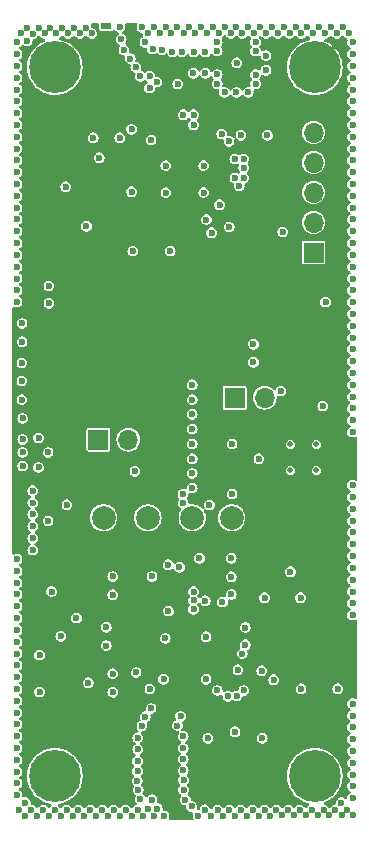
<source format=gbr>
%TF.GenerationSoftware,KiCad,Pcbnew,8.0.6*%
%TF.CreationDate,2024-12-19T09:14:43+01:00*%
%TF.ProjectId,Clicker_PCB,436c6963-6b65-4725-9f50-43422e6b6963,rev?*%
%TF.SameCoordinates,Original*%
%TF.FileFunction,Copper,L3,Inr*%
%TF.FilePolarity,Positive*%
%FSLAX46Y46*%
G04 Gerber Fmt 4.6, Leading zero omitted, Abs format (unit mm)*
G04 Created by KiCad (PCBNEW 8.0.6) date 2024-12-19 09:14:43*
%MOMM*%
%LPD*%
G01*
G04 APERTURE LIST*
%TA.AperFunction,ComponentPad*%
%ADD10C,0.700000*%
%TD*%
%TA.AperFunction,ComponentPad*%
%ADD11C,4.400000*%
%TD*%
%TA.AperFunction,ComponentPad*%
%ADD12R,1.700000X1.700000*%
%TD*%
%TA.AperFunction,ComponentPad*%
%ADD13O,1.700000X1.700000*%
%TD*%
%TA.AperFunction,HeatsinkPad*%
%ADD14C,0.500000*%
%TD*%
%TA.AperFunction,ComponentPad*%
%ADD15R,0.900000X0.500000*%
%TD*%
%TA.AperFunction,ComponentPad*%
%ADD16C,2.000000*%
%TD*%
%TA.AperFunction,ViaPad*%
%ADD17C,0.600000*%
%TD*%
%ADD18C,0.300000*%
%ADD19C,0.350000*%
%ADD20C,0.200000*%
G04 APERTURE END LIST*
D10*
%TO.N,GND*%
%TO.C,H1*%
X107650000Y-102275000D03*
X108133274Y-101108274D03*
X108133274Y-103441726D03*
X109300000Y-100625000D03*
D11*
X109300000Y-102275000D03*
D10*
X109300000Y-103925000D03*
X110466726Y-101108274D03*
X110466726Y-103441726D03*
X110950000Y-102275000D03*
%TD*%
D12*
%TO.N,/BAT*%
%TO.C,BT1*%
X124525000Y-130249999D03*
D13*
%TO.N,GND*%
X127065000Y-130249999D03*
%TD*%
D10*
%TO.N,GND*%
%TO.C,H3*%
X107650000Y-162275000D03*
X108133274Y-161108274D03*
X108133274Y-163441726D03*
X109300000Y-160625000D03*
D11*
X109300000Y-162275000D03*
D10*
X109300000Y-163925000D03*
X110466726Y-161108274D03*
X110466726Y-163441726D03*
X110950000Y-162275000D03*
%TD*%
D14*
%TO.N,GND*%
%TO.C,U4*%
X131450000Y-136400000D03*
X131450000Y-134200000D03*
X129250000Y-136400000D03*
X129250000Y-134200000D03*
%TD*%
D15*
%TO.N,GND*%
%TO.C,AE1*%
X113650000Y-98775000D03*
%TD*%
D10*
%TO.N,GND*%
%TO.C,H2*%
X129650000Y-102275000D03*
X130133274Y-101108274D03*
X130133274Y-103441726D03*
X131300000Y-100625000D03*
D11*
X131300000Y-102275000D03*
D10*
X131300000Y-103925000D03*
X132466726Y-101108274D03*
X132466726Y-103441726D03*
X132950000Y-102275000D03*
%TD*%
D16*
%TO.N,/UWB_MISO*%
%TO.C,TP5*%
X113425000Y-140400000D03*
%TD*%
D12*
%TO.N,/CLICKER*%
%TO.C,SW1*%
X112975000Y-133800000D03*
D13*
%TO.N,GND*%
X115515000Y-133800000D03*
%TD*%
D12*
%TO.N,/VIN*%
%TO.C,J1*%
X131200000Y-117950000D03*
D13*
%TO.N,/RX*%
X131200000Y-115410000D03*
%TO.N,/SWDIO*%
X131200000Y-112870001D03*
%TO.N,/SWCLK*%
X131200000Y-110330000D03*
%TO.N,GND*%
X131200000Y-107790000D03*
%TD*%
D10*
%TO.N,GND*%
%TO.C,H4*%
X129650000Y-162275000D03*
X130133274Y-161108274D03*
X130133274Y-163441726D03*
X131300000Y-160625000D03*
D11*
X131300000Y-162275000D03*
D10*
X131300000Y-163925000D03*
X132466726Y-161108274D03*
X132466726Y-163441726D03*
X132950000Y-162275000D03*
%TD*%
D16*
%TO.N,/UWB_NSS*%
%TO.C,TP7*%
X124275000Y-140400000D03*
%TD*%
%TO.N,/UWB_MOSI*%
%TO.C,TP4*%
X117175000Y-140400000D03*
%TD*%
%TO.N,/UWB_SCK*%
%TO.C,TP6*%
X120925000Y-140400000D03*
%TD*%
D17*
%TO.N,/BAT*%
X128425000Y-129675000D03*
X131975000Y-130950000D03*
X128600000Y-116200000D03*
%TO.N,GND*%
X122675000Y-98875000D03*
X114200000Y-146925000D03*
X120925000Y-134150000D03*
X108000000Y-152025000D03*
X127050000Y-165150000D03*
X125175000Y-99400000D03*
X106300000Y-165150000D03*
X106100000Y-106150000D03*
X108300000Y-165150000D03*
X134050000Y-165150000D03*
X134500000Y-118150001D03*
X106100000Y-120149999D03*
X132050000Y-165150000D03*
X119675000Y-98875000D03*
X118175000Y-99400000D03*
X134500000Y-156150000D03*
X120875000Y-164850000D03*
X117575000Y-100725000D03*
X134500000Y-116150001D03*
X134175000Y-99400000D03*
X113650000Y-149675000D03*
X134500000Y-137650000D03*
X126575000Y-135400000D03*
X106100000Y-160899999D03*
X110425000Y-99400000D03*
X120925000Y-131650000D03*
X125050000Y-165150000D03*
X132675000Y-98850000D03*
X106100000Y-110150000D03*
X123050000Y-100900000D03*
X106100000Y-105149999D03*
X123050000Y-102875000D03*
X124700000Y-101875000D03*
X107425000Y-143150000D03*
X123050000Y-103650000D03*
X116300000Y-161000000D03*
X120925000Y-135400000D03*
X123675000Y-104400000D03*
X134500000Y-101150000D03*
X134500000Y-145650000D03*
X129175000Y-99400000D03*
X134500000Y-128150000D03*
X118500000Y-154075000D03*
X117975000Y-165025000D03*
X124300000Y-138400000D03*
X117675000Y-98875000D03*
X106100000Y-145899999D03*
X133575000Y-165600000D03*
X121050000Y-100950000D03*
X119850000Y-144600000D03*
X134500000Y-158150001D03*
X124300000Y-134150000D03*
X117525000Y-164275000D03*
X106525000Y-123950000D03*
X131050000Y-165150000D03*
X133175000Y-99400000D03*
X126106250Y-125718748D03*
X123700000Y-98875000D03*
X134500000Y-143650000D03*
X112775000Y-165650000D03*
X126300000Y-102900000D03*
X106100000Y-103149999D03*
X124200000Y-99400000D03*
X107425000Y-139124999D03*
X106100000Y-156899999D03*
X126175000Y-99400000D03*
X134500000Y-105150000D03*
X134500000Y-160150001D03*
X106100000Y-109149999D03*
X134550000Y-165600000D03*
X119700000Y-103675000D03*
X125550000Y-165625000D03*
X106100000Y-114150000D03*
X107425000Y-141124999D03*
X129550000Y-165600000D03*
X113050000Y-109925000D03*
X106100000Y-147900000D03*
X111300000Y-165150000D03*
X107300000Y-165150000D03*
X106100000Y-152900000D03*
X134500000Y-138650000D03*
X134500000Y-131150001D03*
X134500000Y-114150000D03*
X106424999Y-99399999D03*
X118650000Y-150625000D03*
X132550000Y-165600000D03*
X122100000Y-150475000D03*
X121900000Y-110588909D03*
X116075000Y-136475000D03*
X116675000Y-158025000D03*
X106100000Y-100149999D03*
X119250000Y-100950000D03*
X107925000Y-136150000D03*
X134500000Y-161150000D03*
X115675000Y-101525000D03*
X129675000Y-98850000D03*
X116925000Y-100150000D03*
X110925000Y-98900000D03*
X121175000Y-99400000D03*
X116300000Y-165150000D03*
X115299780Y-165148097D03*
X106100000Y-151899999D03*
X134500000Y-141650001D03*
X110300000Y-165150000D03*
X116550000Y-103025000D03*
X106100000Y-112149999D03*
X117325000Y-104025000D03*
X116675000Y-98875000D03*
X106512500Y-127300000D03*
X134500000Y-125150001D03*
X120200000Y-162625000D03*
X122550000Y-165625000D03*
X122000000Y-165125000D03*
X114800000Y-98875000D03*
X124675000Y-104400000D03*
X107425000Y-142125000D03*
X119950000Y-157225000D03*
X125050000Y-108025000D03*
X127175000Y-102525000D03*
X124237500Y-143837500D03*
X106100000Y-157900000D03*
X128550000Y-165600000D03*
X120200000Y-99400000D03*
X134500000Y-127150000D03*
X132225000Y-122150000D03*
X106100000Y-161899999D03*
X126300000Y-100900000D03*
X134500000Y-104150001D03*
X134500000Y-120150000D03*
X106925000Y-98900000D03*
X131550000Y-165600000D03*
X118675000Y-98875000D03*
X106100000Y-121149999D03*
X106100000Y-102149999D03*
X108925000Y-98900000D03*
X114200000Y-155175000D03*
X129050000Y-165150000D03*
X126300000Y-100150000D03*
X116350000Y-163450000D03*
X127175000Y-99400000D03*
X113800000Y-165650000D03*
X110325000Y-139300000D03*
X123575000Y-165625000D03*
X134500000Y-113150000D03*
X107425000Y-138125000D03*
X120200000Y-163450000D03*
X111425000Y-99400000D03*
X106100000Y-163900000D03*
X116275000Y-162675000D03*
X121900000Y-112875000D03*
X114800000Y-165650000D03*
X106100000Y-119149999D03*
X132175000Y-99400000D03*
X126300000Y-103675000D03*
X122250000Y-159075000D03*
X124237500Y-146900000D03*
X108800000Y-120775000D03*
X122100000Y-154075000D03*
X127175000Y-101275000D03*
X106100000Y-118150000D03*
X106100000Y-108149999D03*
X133050000Y-165150000D03*
X119175000Y-99400000D03*
X108000000Y-155150000D03*
X106950000Y-100025000D03*
X128050000Y-165150000D03*
X134500000Y-142650000D03*
X134500000Y-112150000D03*
X120675000Y-98875000D03*
X121025000Y-102775000D03*
X130675000Y-98850000D03*
X114925000Y-99900000D03*
X133250000Y-154887501D03*
X134500000Y-163150000D03*
X109300000Y-165150000D03*
X117675000Y-165650000D03*
X128675000Y-98850000D03*
X111125000Y-148900000D03*
X131175000Y-99400000D03*
X134500000Y-132150001D03*
X126550000Y-165625000D03*
X110225000Y-112375000D03*
X116150000Y-102275000D03*
X109925000Y-98900000D03*
X114200000Y-145375000D03*
X110800000Y-165650000D03*
X116300000Y-161850000D03*
X134500000Y-106150000D03*
X106100000Y-146899999D03*
X106100000Y-153900000D03*
X106100000Y-162900000D03*
X134500000Y-109150001D03*
X134500000Y-115150000D03*
X127050000Y-147175000D03*
X111925000Y-98900000D03*
X107425000Y-99425000D03*
X124675000Y-98875000D03*
X134500000Y-157150000D03*
X131675000Y-98850000D03*
X127300000Y-108025000D03*
X107800000Y-165650000D03*
X118350000Y-100775000D03*
X118550000Y-165650000D03*
X115150000Y-100775000D03*
X124237500Y-145400000D03*
X124075000Y-165150000D03*
X116950000Y-157250000D03*
X120175000Y-159925000D03*
X113300000Y-165150000D03*
X120175000Y-158925000D03*
X125675000Y-98875000D03*
X106100000Y-158900000D03*
X126850000Y-159075000D03*
X122050000Y-100950000D03*
X126106250Y-127243748D03*
X106100000Y-154899999D03*
X123075000Y-165150000D03*
X106575000Y-133775000D03*
X117525000Y-145375000D03*
X119075000Y-117825000D03*
X106100000Y-115149999D03*
X134500000Y-111150001D03*
X134500000Y-164150000D03*
X127825000Y-154125000D03*
X117925000Y-103525000D03*
X134500000Y-110150001D03*
X115900000Y-117825000D03*
X133550000Y-164525000D03*
X121425000Y-165625000D03*
X134500000Y-144650000D03*
X119675000Y-158000000D03*
X134500000Y-122150000D03*
X120925000Y-137900000D03*
X112425000Y-99400000D03*
X134500000Y-103150001D03*
X116325000Y-160025000D03*
X134500000Y-126150000D03*
X134500000Y-119150000D03*
X122050000Y-102775000D03*
X126675000Y-98875000D03*
X130050000Y-165150000D03*
X109025000Y-146650000D03*
X106100000Y-144899999D03*
X134500000Y-147650001D03*
X109425000Y-99400000D03*
X116325000Y-159025000D03*
X134500000Y-148650001D03*
X106575000Y-136025000D03*
X106512500Y-128825000D03*
X108425000Y-99400000D03*
X127550000Y-165625000D03*
X107925000Y-98900000D03*
X106100000Y-143900000D03*
X127675000Y-98875000D03*
X114300000Y-165150000D03*
X130150000Y-154887501D03*
X120925000Y-129150000D03*
X125675000Y-104400000D03*
X117325000Y-103025000D03*
X106100000Y-101149999D03*
X117175000Y-99400000D03*
X123050000Y-100150000D03*
X114200000Y-153600000D03*
X134500000Y-159150001D03*
X118696922Y-110588909D03*
X120175000Y-161800000D03*
X134500000Y-102150001D03*
X107425000Y-140124999D03*
X120175000Y-160850000D03*
X117225000Y-165100000D03*
X118700000Y-112875000D03*
X126050000Y-165150000D03*
X134500000Y-130150001D03*
X117450000Y-156550000D03*
X106800000Y-165650000D03*
X106100000Y-104149999D03*
X106100000Y-150899999D03*
X106100000Y-107149999D03*
X106575000Y-134875001D03*
X112300000Y-165150000D03*
X106100000Y-148900000D03*
X106100000Y-122150000D03*
X128175000Y-99400000D03*
X116550000Y-164250000D03*
X122175000Y-99400000D03*
X106512500Y-130400000D03*
X134500000Y-121150000D03*
X120050000Y-100950000D03*
X134500000Y-140650001D03*
X106100000Y-149899999D03*
X106575000Y-132000000D03*
X120925000Y-130400000D03*
X106100000Y-113149999D03*
X134500000Y-107150000D03*
X134500000Y-117150001D03*
X106100000Y-111149999D03*
X134500000Y-162150000D03*
X106100000Y-117149999D03*
X123175000Y-99400000D03*
X120925000Y-136650000D03*
X134500000Y-146650001D03*
X115800000Y-107525000D03*
X121537500Y-143837500D03*
X121675000Y-98875000D03*
X130550000Y-165600000D03*
X106100000Y-155899999D03*
X134500000Y-129150000D03*
X134500000Y-123150001D03*
X109800000Y-165650000D03*
X115800000Y-165650000D03*
X134500000Y-108150000D03*
X134500000Y-124150001D03*
X124550000Y-165625000D03*
X106100000Y-159899999D03*
X124550000Y-158525000D03*
X107925000Y-133650000D03*
X134500000Y-139650001D03*
X130175000Y-99400000D03*
X120925000Y-132900000D03*
X113650000Y-151225000D03*
X108800000Y-122250000D03*
X111800000Y-165650000D03*
X106100000Y-116149999D03*
X115800000Y-112800000D03*
X106800000Y-164525000D03*
X133700000Y-98850000D03*
X134500000Y-100150000D03*
X134500000Y-133150000D03*
X120350000Y-164275000D03*
X112550000Y-108225000D03*
X116800000Y-165650000D03*
X108800000Y-165650000D03*
%TO.N,+3V3*%
X127450000Y-137450000D03*
X117547229Y-114025000D03*
X127600000Y-158075000D03*
X127450000Y-138450000D03*
X128925000Y-137975000D03*
X106574999Y-141775000D03*
X106575000Y-139525000D03*
X121500000Y-158075000D03*
X128450000Y-138450000D03*
X106575000Y-140675000D03*
X110325000Y-134600000D03*
X127950000Y-137950000D03*
X115150000Y-109850000D03*
X128450000Y-137450000D03*
X123025000Y-158075000D03*
X117450000Y-116275000D03*
X112537500Y-136912500D03*
X126825000Y-150250000D03*
X119850000Y-146375000D03*
X115900000Y-116275000D03*
X130875000Y-146225000D03*
X111900000Y-124975000D03*
X117525000Y-146925000D03*
X120450000Y-104675000D03*
X126825000Y-154900000D03*
X117875000Y-106775000D03*
X127950000Y-136950000D03*
X129475000Y-138450000D03*
X126275000Y-146175000D03*
X126075000Y-158075000D03*
X118425000Y-119475000D03*
X115925000Y-155175000D03*
%TO.N,/NRST*%
X108725000Y-134875000D03*
%TO.N,/UWB/UWB_VDDLDOA*%
X130100000Y-147175000D03*
X126825000Y-153350000D03*
%TO.N,/UWB/UWB_VCOTUNE*%
X117350000Y-154900000D03*
X112125000Y-154375000D03*
%TO.N,/UWB/UWB_VDDCLK*%
X116175000Y-153500000D03*
X109800000Y-150450000D03*
%TO.N,/STATUS*%
X106525000Y-125500000D03*
X125300000Y-110025000D03*
%TO.N,Net-(U1-B3)*%
X123250000Y-113900000D03*
X124054940Y-115779941D03*
%TO.N,/BOOT0*%
X111973591Y-115723591D03*
X124536091Y-110038909D03*
X108725000Y-140674999D03*
%TO.N,/UWB_IRQ*%
X118913909Y-148311091D03*
X118900000Y-144375000D03*
X122575000Y-116275001D03*
%TO.N,/UWB_SYNC*%
X121050000Y-146656580D03*
X123487500Y-147550000D03*
X122126232Y-115160503D03*
X125169973Y-151905027D03*
%TO.N,/HSE_OUT*%
X117450000Y-108425000D03*
X114800000Y-108225000D03*
%TO.N,/UWB_NSS*%
X123050000Y-155025000D03*
X125300000Y-110775000D03*
%TO.N,/UWB_TXE_SPIPOL*%
X125425000Y-149700000D03*
X124050000Y-108525000D03*
%TO.N,/UWB_SCK*%
X122387500Y-139316916D03*
X125299611Y-111625000D03*
X121049999Y-148156585D03*
%TO.N,/UWB_NRST*%
X124800000Y-153275000D03*
X121050000Y-107150000D03*
%TO.N,/UWB_MOSI*%
X120162500Y-139166672D03*
X124905801Y-112285023D03*
X122025000Y-147425000D03*
%TO.N,/UWB_MISO*%
X124549608Y-111625000D03*
X120146659Y-138416837D03*
X121050000Y-147406583D03*
%TO.N,/UWB_RXE_SPIPHA*%
X123425000Y-107900000D03*
X125425001Y-151155025D03*
%TO.N,/UWB_WKUP*%
X123950000Y-155525000D03*
X121050000Y-106275000D03*
%TO.N,/UWB_FORCE_ON*%
X120176409Y-106276409D03*
X124715683Y-155495188D03*
%TO.N,/UWB/UWB_EXTON*%
X125300000Y-155025000D03*
X129250000Y-144974998D03*
%TD*%
%TA.AperFunction,Conductor*%
%TO.N,+3V3*%
G36*
X112992539Y-98544685D02*
G01*
X113038294Y-98597489D01*
X113049500Y-98649000D01*
X113049500Y-99039820D01*
X113049500Y-99039822D01*
X113049499Y-99039822D01*
X113058231Y-99083717D01*
X113058234Y-99083724D01*
X113083183Y-99121063D01*
X113091496Y-99133504D01*
X113141278Y-99166767D01*
X113141281Y-99166767D01*
X113141282Y-99166768D01*
X113185177Y-99175500D01*
X113185180Y-99175500D01*
X114114822Y-99175500D01*
X114158717Y-99166768D01*
X114158717Y-99166767D01*
X114158722Y-99166767D01*
X114208504Y-99133504D01*
X114213794Y-99125585D01*
X114267401Y-99080781D01*
X114336726Y-99072070D01*
X114399755Y-99102221D01*
X114410606Y-99114971D01*
X114411311Y-99114361D01*
X114417117Y-99121062D01*
X114417118Y-99121063D01*
X114501951Y-99218967D01*
X114610931Y-99289004D01*
X114646602Y-99299477D01*
X114705380Y-99337251D01*
X114734406Y-99400806D01*
X114724463Y-99469965D01*
X114678709Y-99522769D01*
X114678708Y-99522770D01*
X114626951Y-99556032D01*
X114542118Y-99653937D01*
X114542117Y-99653938D01*
X114488302Y-99771774D01*
X114469867Y-99900000D01*
X114488302Y-100028225D01*
X114499037Y-100051730D01*
X114542118Y-100146063D01*
X114626951Y-100243967D01*
X114735931Y-100314004D01*
X114735936Y-100314005D01*
X114741040Y-100316337D01*
X114793843Y-100362094D01*
X114813525Y-100429134D01*
X114793838Y-100496173D01*
X114783239Y-100510331D01*
X114767120Y-100528932D01*
X114767117Y-100528938D01*
X114713302Y-100646774D01*
X114694867Y-100775000D01*
X114713302Y-100903225D01*
X114744283Y-100971062D01*
X114767118Y-101021063D01*
X114851951Y-101118967D01*
X114960931Y-101189004D01*
X115085225Y-101225499D01*
X115085227Y-101225500D01*
X115123574Y-101225500D01*
X115190613Y-101245185D01*
X115236368Y-101297989D01*
X115246312Y-101367147D01*
X115240164Y-101388080D01*
X115240801Y-101388267D01*
X115238302Y-101396773D01*
X115219867Y-101525000D01*
X115238302Y-101653225D01*
X115281025Y-101746774D01*
X115292118Y-101771063D01*
X115376951Y-101868967D01*
X115485931Y-101939004D01*
X115511447Y-101946496D01*
X115610226Y-101975500D01*
X115616389Y-101976386D01*
X115679946Y-102005409D01*
X115717721Y-102064187D01*
X115717723Y-102134056D01*
X115714498Y-102142700D01*
X115713302Y-102146773D01*
X115694867Y-102275000D01*
X115713302Y-102403225D01*
X115754744Y-102493968D01*
X115767118Y-102521063D01*
X115851951Y-102618967D01*
X115960931Y-102689004D01*
X116041646Y-102712703D01*
X116100423Y-102750476D01*
X116129449Y-102814031D01*
X116119507Y-102883188D01*
X116113302Y-102896774D01*
X116094867Y-103025000D01*
X116113302Y-103153225D01*
X116163207Y-103262500D01*
X116167118Y-103271063D01*
X116225996Y-103339013D01*
X116248968Y-103365525D01*
X116251951Y-103368967D01*
X116360931Y-103439004D01*
X116478376Y-103473488D01*
X116485225Y-103475499D01*
X116485227Y-103475500D01*
X116485228Y-103475500D01*
X116614773Y-103475500D01*
X116614773Y-103475499D01*
X116739069Y-103439004D01*
X116848049Y-103368967D01*
X116848049Y-103368966D01*
X116848053Y-103368964D01*
X116854754Y-103363158D01*
X116856805Y-103365525D01*
X116902533Y-103336120D01*
X116972403Y-103336101D01*
X117018201Y-103365517D01*
X117020246Y-103363158D01*
X117026947Y-103368964D01*
X117026950Y-103368966D01*
X117026951Y-103368967D01*
X117107425Y-103420684D01*
X117153180Y-103473488D01*
X117163124Y-103542647D01*
X117134099Y-103606202D01*
X117107426Y-103629314D01*
X117102699Y-103632353D01*
X117026950Y-103681033D01*
X116942118Y-103778937D01*
X116942117Y-103778938D01*
X116888302Y-103896774D01*
X116869867Y-104025000D01*
X116888302Y-104153225D01*
X116942117Y-104271061D01*
X116942118Y-104271063D01*
X117026951Y-104368967D01*
X117135931Y-104439004D01*
X117260225Y-104475499D01*
X117260227Y-104475500D01*
X117260228Y-104475500D01*
X117389773Y-104475500D01*
X117389773Y-104475499D01*
X117514069Y-104439004D01*
X117623049Y-104368967D01*
X117707882Y-104271063D01*
X117761697Y-104153226D01*
X117771959Y-104081853D01*
X117800984Y-104018297D01*
X117859762Y-103980523D01*
X117894697Y-103975500D01*
X117989773Y-103975500D01*
X117989773Y-103975499D01*
X118114069Y-103939004D01*
X118223049Y-103868967D01*
X118307882Y-103771063D01*
X118351753Y-103675000D01*
X119244867Y-103675000D01*
X119263302Y-103803225D01*
X119317117Y-103921061D01*
X119317118Y-103921063D01*
X119401951Y-104018967D01*
X119510931Y-104089004D01*
X119635225Y-104125499D01*
X119635227Y-104125500D01*
X119635228Y-104125500D01*
X119764773Y-104125500D01*
X119764773Y-104125499D01*
X119889069Y-104089004D01*
X119998049Y-104018967D01*
X120082882Y-103921063D01*
X120136697Y-103803226D01*
X120155133Y-103675000D01*
X120136697Y-103546774D01*
X120082882Y-103428937D01*
X119998049Y-103331033D01*
X119889069Y-103260996D01*
X119889065Y-103260994D01*
X119889064Y-103260994D01*
X119764774Y-103224500D01*
X119764772Y-103224500D01*
X119635228Y-103224500D01*
X119635226Y-103224500D01*
X119510935Y-103260994D01*
X119510932Y-103260995D01*
X119510931Y-103260996D01*
X119469690Y-103287500D01*
X119401950Y-103331033D01*
X119317118Y-103428937D01*
X119317117Y-103428938D01*
X119263302Y-103546774D01*
X119244867Y-103675000D01*
X118351753Y-103675000D01*
X118361697Y-103653226D01*
X118380133Y-103525000D01*
X118361697Y-103396774D01*
X118307882Y-103278937D01*
X118223049Y-103181033D01*
X118114069Y-103110996D01*
X118114065Y-103110994D01*
X118114064Y-103110994D01*
X117989774Y-103074500D01*
X117989772Y-103074500D01*
X117894697Y-103074500D01*
X117827658Y-103054815D01*
X117781903Y-103002011D01*
X117771959Y-102968147D01*
X117761697Y-102896774D01*
X117756164Y-102884659D01*
X117707882Y-102778937D01*
X117704471Y-102775000D01*
X120569867Y-102775000D01*
X120588302Y-102903225D01*
X120633972Y-103003226D01*
X120642118Y-103021063D01*
X120726951Y-103118967D01*
X120835931Y-103189004D01*
X120960225Y-103225499D01*
X120960227Y-103225500D01*
X120960228Y-103225500D01*
X121089773Y-103225500D01*
X121089773Y-103225499D01*
X121214069Y-103189004D01*
X121323049Y-103118967D01*
X121407882Y-103021063D01*
X121424706Y-102984223D01*
X121470461Y-102931420D01*
X121537500Y-102911736D01*
X121604540Y-102931421D01*
X121650293Y-102984223D01*
X121667118Y-103021063D01*
X121751951Y-103118967D01*
X121860931Y-103189004D01*
X121985225Y-103225499D01*
X121985227Y-103225500D01*
X121985228Y-103225500D01*
X122114773Y-103225500D01*
X122114773Y-103225499D01*
X122239069Y-103189004D01*
X122348049Y-103118967D01*
X122430012Y-103024374D01*
X122488789Y-102986599D01*
X122558659Y-102986598D01*
X122617438Y-103024372D01*
X122636520Y-103054064D01*
X122666160Y-103118965D01*
X122667118Y-103121063D01*
X122692191Y-103149999D01*
X122719311Y-103181298D01*
X122748335Y-103244854D01*
X122738391Y-103314013D01*
X122719311Y-103343702D01*
X122667118Y-103403937D01*
X122667117Y-103403938D01*
X122613302Y-103521774D01*
X122594867Y-103650000D01*
X122613302Y-103778225D01*
X122667117Y-103896061D01*
X122667118Y-103896063D01*
X122751951Y-103993967D01*
X122860931Y-104064004D01*
X122946079Y-104089005D01*
X122985225Y-104100499D01*
X122985227Y-104100500D01*
X123123574Y-104100500D01*
X123190613Y-104120185D01*
X123236368Y-104172989D01*
X123246312Y-104242147D01*
X123240164Y-104263080D01*
X123240801Y-104263267D01*
X123238302Y-104271773D01*
X123219867Y-104400000D01*
X123238302Y-104528225D01*
X123275826Y-104610390D01*
X123292118Y-104646063D01*
X123376951Y-104743967D01*
X123485931Y-104814004D01*
X123610225Y-104850499D01*
X123610227Y-104850500D01*
X123610228Y-104850500D01*
X123739773Y-104850500D01*
X123739773Y-104850499D01*
X123864069Y-104814004D01*
X123973049Y-104743967D01*
X124057882Y-104646063D01*
X124062206Y-104636595D01*
X124107961Y-104583791D01*
X124175000Y-104564107D01*
X124242040Y-104583792D01*
X124287794Y-104636595D01*
X124292118Y-104646063D01*
X124376951Y-104743967D01*
X124485931Y-104814004D01*
X124610225Y-104850499D01*
X124610227Y-104850500D01*
X124610228Y-104850500D01*
X124739773Y-104850500D01*
X124739773Y-104850499D01*
X124864069Y-104814004D01*
X124973049Y-104743967D01*
X125057882Y-104646063D01*
X125062206Y-104636595D01*
X125107961Y-104583791D01*
X125175000Y-104564107D01*
X125242040Y-104583792D01*
X125287794Y-104636595D01*
X125292118Y-104646063D01*
X125376951Y-104743967D01*
X125485931Y-104814004D01*
X125610225Y-104850499D01*
X125610227Y-104850500D01*
X125610228Y-104850500D01*
X125739773Y-104850500D01*
X125739773Y-104850499D01*
X125864069Y-104814004D01*
X125973049Y-104743967D01*
X126057882Y-104646063D01*
X126111697Y-104528226D01*
X126130133Y-104400000D01*
X126112625Y-104278225D01*
X126111032Y-104267147D01*
X126120976Y-104197988D01*
X126166731Y-104145184D01*
X126233770Y-104125500D01*
X126364773Y-104125500D01*
X126364773Y-104125499D01*
X126489069Y-104089004D01*
X126598049Y-104018967D01*
X126682882Y-103921063D01*
X126736697Y-103803226D01*
X126755133Y-103675000D01*
X126736697Y-103546774D01*
X126682882Y-103428937D01*
X126630688Y-103368701D01*
X126601664Y-103305147D01*
X126611608Y-103235988D01*
X126630686Y-103206300D01*
X126682882Y-103146063D01*
X126736697Y-103028226D01*
X126742062Y-102990909D01*
X126771086Y-102927354D01*
X126829864Y-102889579D01*
X126899734Y-102889579D01*
X126931835Y-102904238D01*
X126985931Y-102939004D01*
X127085185Y-102968147D01*
X127110225Y-102975499D01*
X127110227Y-102975500D01*
X127110228Y-102975500D01*
X127239773Y-102975500D01*
X127239773Y-102975499D01*
X127364069Y-102939004D01*
X127473049Y-102868967D01*
X127557882Y-102771063D01*
X127611697Y-102653226D01*
X127630133Y-102525000D01*
X127611697Y-102396774D01*
X127557882Y-102278937D01*
X127473049Y-102181033D01*
X127364069Y-102110996D01*
X127364065Y-102110994D01*
X127364064Y-102110994D01*
X127239774Y-102074500D01*
X127239772Y-102074500D01*
X127110228Y-102074500D01*
X127110226Y-102074500D01*
X126985935Y-102110994D01*
X126985932Y-102110995D01*
X126985931Y-102110996D01*
X126934677Y-102143934D01*
X126876950Y-102181033D01*
X126792118Y-102278937D01*
X126792117Y-102278938D01*
X126738303Y-102396774D01*
X126732937Y-102434092D01*
X126703911Y-102497647D01*
X126645132Y-102535421D01*
X126575262Y-102535420D01*
X126543160Y-102520758D01*
X126489068Y-102485995D01*
X126489066Y-102485994D01*
X126364774Y-102449500D01*
X126364772Y-102449500D01*
X126235228Y-102449500D01*
X126235226Y-102449500D01*
X126110935Y-102485994D01*
X126110932Y-102485995D01*
X126110931Y-102485996D01*
X126092802Y-102497647D01*
X126001950Y-102556033D01*
X125917118Y-102653937D01*
X125917117Y-102653938D01*
X125863302Y-102771774D01*
X125844867Y-102900000D01*
X125863302Y-103028225D01*
X125905700Y-103121061D01*
X125917118Y-103146063D01*
X125947648Y-103181297D01*
X125969311Y-103206298D01*
X125998335Y-103269854D01*
X125988391Y-103339013D01*
X125969311Y-103368702D01*
X125917118Y-103428937D01*
X125917117Y-103428938D01*
X125863302Y-103546774D01*
X125844867Y-103675000D01*
X125863968Y-103807853D01*
X125854024Y-103877012D01*
X125808269Y-103929816D01*
X125741230Y-103949500D01*
X125610226Y-103949500D01*
X125485935Y-103985994D01*
X125485932Y-103985995D01*
X125485931Y-103985996D01*
X125435670Y-104018297D01*
X125376950Y-104056033D01*
X125292118Y-104153937D01*
X125292116Y-104153940D01*
X125287793Y-104163406D01*
X125242037Y-104216209D01*
X125174997Y-104235892D01*
X125107958Y-104216206D01*
X125062207Y-104163406D01*
X125057883Y-104153940D01*
X125057882Y-104153937D01*
X124973049Y-104056033D01*
X124864069Y-103985996D01*
X124864065Y-103985994D01*
X124864064Y-103985994D01*
X124739774Y-103949500D01*
X124739772Y-103949500D01*
X124610228Y-103949500D01*
X124610226Y-103949500D01*
X124485935Y-103985994D01*
X124485932Y-103985995D01*
X124485931Y-103985996D01*
X124435670Y-104018297D01*
X124376950Y-104056033D01*
X124292118Y-104153937D01*
X124292116Y-104153940D01*
X124287793Y-104163406D01*
X124242037Y-104216209D01*
X124174997Y-104235892D01*
X124107958Y-104216206D01*
X124062207Y-104163406D01*
X124057883Y-104153940D01*
X124057882Y-104153937D01*
X123973049Y-104056033D01*
X123864069Y-103985996D01*
X123864065Y-103985994D01*
X123864064Y-103985994D01*
X123739774Y-103949500D01*
X123739772Y-103949500D01*
X123610228Y-103949500D01*
X123601426Y-103949500D01*
X123534387Y-103929815D01*
X123488632Y-103877011D01*
X123478688Y-103807853D01*
X123484835Y-103786919D01*
X123484199Y-103786733D01*
X123486697Y-103778226D01*
X123487727Y-103771061D01*
X123505133Y-103650000D01*
X123486697Y-103521774D01*
X123432882Y-103403937D01*
X123380688Y-103343701D01*
X123351664Y-103280147D01*
X123361608Y-103210988D01*
X123380686Y-103181300D01*
X123432882Y-103121063D01*
X123486697Y-103003226D01*
X123505133Y-102875000D01*
X123486697Y-102746774D01*
X123432882Y-102628937D01*
X123348049Y-102531033D01*
X123239069Y-102460996D01*
X123239065Y-102460994D01*
X123239064Y-102460994D01*
X123114774Y-102424500D01*
X123114772Y-102424500D01*
X122985228Y-102424500D01*
X122985226Y-102424500D01*
X122860935Y-102460994D01*
X122860932Y-102460995D01*
X122860931Y-102460996D01*
X122755211Y-102528938D01*
X122751948Y-102531035D01*
X122669986Y-102625625D01*
X122611208Y-102663400D01*
X122541339Y-102663400D01*
X122482560Y-102625626D01*
X122463479Y-102595934D01*
X122432884Y-102528940D01*
X122432882Y-102528938D01*
X122432882Y-102528937D01*
X122348049Y-102431033D01*
X122239069Y-102360996D01*
X122239065Y-102360994D01*
X122239064Y-102360994D01*
X122114774Y-102324500D01*
X122114772Y-102324500D01*
X121985228Y-102324500D01*
X121985226Y-102324500D01*
X121860935Y-102360994D01*
X121860932Y-102360995D01*
X121860931Y-102360996D01*
X121809677Y-102393934D01*
X121751950Y-102431033D01*
X121667118Y-102528936D01*
X121650294Y-102565776D01*
X121604538Y-102618579D01*
X121537499Y-102638263D01*
X121470459Y-102618578D01*
X121424706Y-102565776D01*
X121417283Y-102549523D01*
X121407882Y-102528937D01*
X121323049Y-102431033D01*
X121214069Y-102360996D01*
X121214065Y-102360994D01*
X121214064Y-102360994D01*
X121089774Y-102324500D01*
X121089772Y-102324500D01*
X120960228Y-102324500D01*
X120960226Y-102324500D01*
X120835935Y-102360994D01*
X120835932Y-102360995D01*
X120835931Y-102360996D01*
X120784677Y-102393934D01*
X120726950Y-102431033D01*
X120642118Y-102528937D01*
X120642117Y-102528938D01*
X120588302Y-102646774D01*
X120569867Y-102775000D01*
X117704471Y-102775000D01*
X117623049Y-102681033D01*
X117514069Y-102610996D01*
X117514065Y-102610994D01*
X117514064Y-102610994D01*
X117389774Y-102574500D01*
X117389772Y-102574500D01*
X117260228Y-102574500D01*
X117260226Y-102574500D01*
X117135935Y-102610994D01*
X117135932Y-102610995D01*
X117135931Y-102610996D01*
X117108014Y-102628937D01*
X117026946Y-102681035D01*
X117020246Y-102686842D01*
X117018197Y-102684477D01*
X116972434Y-102713888D01*
X116902564Y-102713888D01*
X116856802Y-102684478D01*
X116854754Y-102686842D01*
X116848053Y-102681035D01*
X116805888Y-102653938D01*
X116739069Y-102610996D01*
X116739065Y-102610994D01*
X116739064Y-102610994D01*
X116658354Y-102587296D01*
X116599576Y-102549523D01*
X116570550Y-102485967D01*
X116580492Y-102416811D01*
X116586697Y-102403226D01*
X116605133Y-102275000D01*
X116586697Y-102146774D01*
X116532882Y-102028937D01*
X116448049Y-101931033D01*
X116360860Y-101875000D01*
X124244867Y-101875000D01*
X124263302Y-102003225D01*
X124317117Y-102121061D01*
X124317118Y-102121063D01*
X124401951Y-102218967D01*
X124510931Y-102289004D01*
X124635225Y-102325499D01*
X124635227Y-102325500D01*
X124635228Y-102325500D01*
X124764773Y-102325500D01*
X124764773Y-102325499D01*
X124889069Y-102289004D01*
X124998049Y-102218967D01*
X125082882Y-102121063D01*
X125136697Y-102003226D01*
X125155133Y-101875000D01*
X125136697Y-101746774D01*
X125082882Y-101628937D01*
X124998049Y-101531033D01*
X124889069Y-101460996D01*
X124889065Y-101460994D01*
X124889064Y-101460994D01*
X124764774Y-101424500D01*
X124764772Y-101424500D01*
X124635228Y-101424500D01*
X124635226Y-101424500D01*
X124510935Y-101460994D01*
X124510932Y-101460995D01*
X124510931Y-101460996D01*
X124459677Y-101493934D01*
X124401950Y-101531033D01*
X124317118Y-101628937D01*
X124317117Y-101628938D01*
X124263302Y-101746774D01*
X124244867Y-101875000D01*
X116360860Y-101875000D01*
X116339069Y-101860996D01*
X116339065Y-101860994D01*
X116339064Y-101860994D01*
X116214770Y-101824498D01*
X116208603Y-101823612D01*
X116145048Y-101794585D01*
X116107276Y-101735806D01*
X116107278Y-101665936D01*
X116110502Y-101657295D01*
X116111697Y-101653226D01*
X116115189Y-101628937D01*
X116130133Y-101525000D01*
X116111697Y-101396774D01*
X116057882Y-101278937D01*
X115973049Y-101181033D01*
X115864069Y-101110996D01*
X115864065Y-101110994D01*
X115864064Y-101110994D01*
X115739774Y-101074500D01*
X115739772Y-101074500D01*
X115701426Y-101074500D01*
X115634387Y-101054815D01*
X115588632Y-101002011D01*
X115578688Y-100932853D01*
X115584835Y-100911919D01*
X115584199Y-100911733D01*
X115586697Y-100903226D01*
X115587771Y-100895758D01*
X115605133Y-100775000D01*
X115586697Y-100646774D01*
X115532882Y-100528937D01*
X115448049Y-100431033D01*
X115339069Y-100360996D01*
X115339068Y-100360995D01*
X115339064Y-100360993D01*
X115333955Y-100358660D01*
X115281154Y-100312901D01*
X115261474Y-100245860D01*
X115281163Y-100178822D01*
X115291754Y-100164675D01*
X115307882Y-100146063D01*
X115361697Y-100028226D01*
X115380133Y-99900000D01*
X115361697Y-99771774D01*
X115307882Y-99653937D01*
X115223049Y-99556033D01*
X115114069Y-99485996D01*
X115114067Y-99485995D01*
X115114065Y-99485994D01*
X115078396Y-99475521D01*
X115019618Y-99437747D01*
X114990593Y-99374191D01*
X115000537Y-99305033D01*
X115046292Y-99252229D01*
X115046291Y-99252229D01*
X115098049Y-99218967D01*
X115182882Y-99121063D01*
X115236697Y-99003226D01*
X115255133Y-98875000D01*
X115236697Y-98746774D01*
X115215568Y-98700510D01*
X115205626Y-98631353D01*
X115234651Y-98567797D01*
X115293430Y-98530023D01*
X115328364Y-98525000D01*
X116146636Y-98525000D01*
X116213675Y-98544685D01*
X116259430Y-98597489D01*
X116269374Y-98666647D01*
X116259431Y-98700510D01*
X116249720Y-98721774D01*
X116238302Y-98746776D01*
X116219867Y-98875000D01*
X116238302Y-99003225D01*
X116283513Y-99102221D01*
X116292118Y-99121063D01*
X116376951Y-99218967D01*
X116485931Y-99289004D01*
X116610228Y-99325500D01*
X116610232Y-99325500D01*
X116619005Y-99326762D01*
X116618478Y-99330424D01*
X116668748Y-99345185D01*
X116714503Y-99397989D01*
X116724446Y-99431851D01*
X116730725Y-99475521D01*
X116738303Y-99528226D01*
X116738303Y-99528227D01*
X116766485Y-99589937D01*
X116776429Y-99659095D01*
X116747404Y-99722651D01*
X116720731Y-99745763D01*
X116626951Y-99806032D01*
X116542118Y-99903937D01*
X116542117Y-99903938D01*
X116488302Y-100021774D01*
X116469867Y-100150000D01*
X116488302Y-100278225D01*
X116535254Y-100381033D01*
X116542118Y-100396063D01*
X116626951Y-100493967D01*
X116735931Y-100564004D01*
X116853376Y-100598488D01*
X116860225Y-100600499D01*
X116860227Y-100600500D01*
X116995867Y-100600500D01*
X117062906Y-100620185D01*
X117108661Y-100672989D01*
X117118082Y-100716297D01*
X117118605Y-100716222D01*
X117119655Y-100723526D01*
X117119867Y-100724500D01*
X117119867Y-100724999D01*
X117138302Y-100853225D01*
X117174668Y-100932853D01*
X117192118Y-100971063D01*
X117276951Y-101068967D01*
X117385931Y-101139004D01*
X117510225Y-101175499D01*
X117510227Y-101175500D01*
X117510228Y-101175500D01*
X117639773Y-101175500D01*
X117639773Y-101175499D01*
X117764069Y-101139004D01*
X117869742Y-101071091D01*
X117936782Y-101051408D01*
X118003821Y-101071093D01*
X118030494Y-101094205D01*
X118051949Y-101118966D01*
X118051951Y-101118967D01*
X118160931Y-101189004D01*
X118285225Y-101225499D01*
X118285227Y-101225500D01*
X118285228Y-101225500D01*
X118414773Y-101225500D01*
X118414773Y-101225499D01*
X118539069Y-101189004D01*
X118648049Y-101118967D01*
X118648055Y-101118959D01*
X118654592Y-101113297D01*
X118718147Y-101084271D01*
X118787306Y-101094212D01*
X118840111Y-101139966D01*
X118848591Y-101155495D01*
X118867118Y-101196063D01*
X118938311Y-101278226D01*
X118951951Y-101293967D01*
X119060931Y-101364004D01*
X119185225Y-101400499D01*
X119185227Y-101400500D01*
X119185228Y-101400500D01*
X119314773Y-101400500D01*
X119314773Y-101400499D01*
X119439069Y-101364004D01*
X119548049Y-101293967D01*
X119556284Y-101284462D01*
X119615061Y-101246686D01*
X119684930Y-101246684D01*
X119743710Y-101284456D01*
X119743716Y-101284463D01*
X119751949Y-101293966D01*
X119751951Y-101293967D01*
X119860931Y-101364004D01*
X119985225Y-101400499D01*
X119985227Y-101400500D01*
X119985228Y-101400500D01*
X120114773Y-101400500D01*
X120114773Y-101400499D01*
X120239069Y-101364004D01*
X120348049Y-101293967D01*
X120432882Y-101196063D01*
X120437206Y-101186595D01*
X120482961Y-101133791D01*
X120550000Y-101114107D01*
X120617040Y-101133792D01*
X120662794Y-101186595D01*
X120667118Y-101196063D01*
X120751951Y-101293967D01*
X120860931Y-101364004D01*
X120985225Y-101400499D01*
X120985227Y-101400500D01*
X120985228Y-101400500D01*
X121114773Y-101400500D01*
X121114773Y-101400499D01*
X121239069Y-101364004D01*
X121348049Y-101293967D01*
X121432882Y-101196063D01*
X121437206Y-101186595D01*
X121482961Y-101133791D01*
X121550000Y-101114107D01*
X121617040Y-101133792D01*
X121662794Y-101186595D01*
X121667118Y-101196063D01*
X121751951Y-101293967D01*
X121860931Y-101364004D01*
X121985225Y-101400499D01*
X121985227Y-101400500D01*
X121985228Y-101400500D01*
X122114773Y-101400500D01*
X122114773Y-101400499D01*
X122239069Y-101364004D01*
X122348049Y-101293967D01*
X122432882Y-101196063D01*
X122449200Y-101160331D01*
X122494952Y-101107530D01*
X122561991Y-101087844D01*
X122629031Y-101107527D01*
X122661072Y-101139567D01*
X122661311Y-101139361D01*
X122664193Y-101142687D01*
X122666305Y-101144799D01*
X122667115Y-101146059D01*
X122667117Y-101146061D01*
X122667118Y-101146063D01*
X122751951Y-101243967D01*
X122860931Y-101314004D01*
X122860938Y-101314006D01*
X122985225Y-101350499D01*
X122985227Y-101350500D01*
X122985228Y-101350500D01*
X123114773Y-101350500D01*
X123114773Y-101350499D01*
X123239069Y-101314004D01*
X123348049Y-101243967D01*
X123432882Y-101146063D01*
X123486697Y-101028226D01*
X123505133Y-100900000D01*
X123486697Y-100771774D01*
X123432882Y-100653937D01*
X123391519Y-100606200D01*
X123362495Y-100542647D01*
X123372439Y-100473489D01*
X123391517Y-100443800D01*
X123432882Y-100396063D01*
X123486697Y-100278226D01*
X123505133Y-100150000D01*
X123486697Y-100021774D01*
X123432882Y-99903937D01*
X123432881Y-99903935D01*
X123430151Y-99897958D01*
X123420207Y-99828800D01*
X123449232Y-99765244D01*
X123466664Y-99750139D01*
X123466348Y-99749774D01*
X123473046Y-99743969D01*
X123473046Y-99743968D01*
X123473049Y-99743967D01*
X123557882Y-99646063D01*
X123574706Y-99609223D01*
X123620461Y-99556420D01*
X123687500Y-99536736D01*
X123754540Y-99556421D01*
X123800293Y-99609223D01*
X123817118Y-99646063D01*
X123901951Y-99743967D01*
X124010931Y-99814004D01*
X124117842Y-99845395D01*
X124135225Y-99850499D01*
X124135227Y-99850500D01*
X124135228Y-99850500D01*
X124264773Y-99850500D01*
X124264773Y-99850499D01*
X124389069Y-99814004D01*
X124498049Y-99743967D01*
X124582882Y-99646063D01*
X124582885Y-99646055D01*
X124583181Y-99645597D01*
X124583600Y-99645233D01*
X124588689Y-99639361D01*
X124589533Y-99640092D01*
X124635983Y-99599839D01*
X124705141Y-99589892D01*
X124768698Y-99618914D01*
X124791819Y-99645597D01*
X124792119Y-99646064D01*
X124870041Y-99735993D01*
X124876951Y-99743967D01*
X124985931Y-99814004D01*
X125092842Y-99845395D01*
X125110225Y-99850499D01*
X125110227Y-99850500D01*
X125110228Y-99850500D01*
X125239773Y-99850500D01*
X125239773Y-99850499D01*
X125364069Y-99814004D01*
X125473049Y-99743967D01*
X125557882Y-99646063D01*
X125562206Y-99636595D01*
X125607961Y-99583791D01*
X125675000Y-99564107D01*
X125742040Y-99583792D01*
X125787794Y-99636595D01*
X125792118Y-99646063D01*
X125876950Y-99743966D01*
X125876953Y-99743969D01*
X125883652Y-99749774D01*
X125882183Y-99751468D01*
X125919847Y-99794932D01*
X125929792Y-99864090D01*
X125919848Y-99897957D01*
X125863303Y-100021772D01*
X125863302Y-100021773D01*
X125844867Y-100150000D01*
X125863302Y-100278225D01*
X125910254Y-100381033D01*
X125917118Y-100396063D01*
X125925921Y-100406222D01*
X125958480Y-100443798D01*
X125987504Y-100507354D01*
X125977560Y-100576513D01*
X125958480Y-100606202D01*
X125917118Y-100653937D01*
X125917117Y-100653938D01*
X125863302Y-100771774D01*
X125844867Y-100900000D01*
X125863302Y-101028225D01*
X125915576Y-101142687D01*
X125917118Y-101146063D01*
X126001951Y-101243967D01*
X126110931Y-101314004D01*
X126110938Y-101314006D01*
X126235225Y-101350499D01*
X126235227Y-101350500D01*
X126235228Y-101350500D01*
X126364773Y-101350500D01*
X126364773Y-101350499D01*
X126443572Y-101327362D01*
X126489063Y-101314006D01*
X126489063Y-101314005D01*
X126489069Y-101314004D01*
X126543164Y-101279239D01*
X126610198Y-101259556D01*
X126677237Y-101279240D01*
X126722993Y-101332043D01*
X126732937Y-101365908D01*
X126738302Y-101403225D01*
X126792117Y-101521061D01*
X126792118Y-101521063D01*
X126876951Y-101618967D01*
X126985931Y-101689004D01*
X127110225Y-101725499D01*
X127110227Y-101725500D01*
X127110228Y-101725500D01*
X127239773Y-101725500D01*
X127239773Y-101725499D01*
X127364069Y-101689004D01*
X127473049Y-101618967D01*
X127557882Y-101521063D01*
X127611697Y-101403226D01*
X127630133Y-101275000D01*
X127611697Y-101146774D01*
X127557882Y-101028937D01*
X127473049Y-100931033D01*
X127364069Y-100860996D01*
X127364065Y-100860994D01*
X127364064Y-100860994D01*
X127239774Y-100824500D01*
X127239772Y-100824500D01*
X127110228Y-100824500D01*
X127110226Y-100824500D01*
X126985935Y-100860994D01*
X126985932Y-100860995D01*
X126985931Y-100860996D01*
X126931839Y-100895759D01*
X126864799Y-100915443D01*
X126797760Y-100895758D01*
X126752005Y-100842954D01*
X126742062Y-100809089D01*
X126741622Y-100806032D01*
X126736697Y-100771774D01*
X126682882Y-100653937D01*
X126641519Y-100606200D01*
X126612495Y-100542647D01*
X126622439Y-100473489D01*
X126641517Y-100443800D01*
X126682882Y-100396063D01*
X126736697Y-100278226D01*
X126755133Y-100150000D01*
X126736697Y-100021774D01*
X126682882Y-99903937D01*
X126598049Y-99806033D01*
X126598048Y-99806032D01*
X126598046Y-99806030D01*
X126591348Y-99800226D01*
X126592815Y-99798532D01*
X126555149Y-99755061D01*
X126545208Y-99685902D01*
X126555154Y-99652035D01*
X126562209Y-99636589D01*
X126607966Y-99583788D01*
X126675007Y-99564107D01*
X126742045Y-99583795D01*
X126787794Y-99636595D01*
X126792118Y-99646063D01*
X126876951Y-99743967D01*
X126985931Y-99814004D01*
X127092842Y-99845395D01*
X127110225Y-99850499D01*
X127110227Y-99850500D01*
X127110228Y-99850500D01*
X127239773Y-99850500D01*
X127239773Y-99850499D01*
X127364069Y-99814004D01*
X127473049Y-99743967D01*
X127557882Y-99646063D01*
X127562206Y-99636595D01*
X127607961Y-99583791D01*
X127675000Y-99564107D01*
X127742040Y-99583792D01*
X127787794Y-99636595D01*
X127792118Y-99646063D01*
X127876951Y-99743967D01*
X127985931Y-99814004D01*
X128092842Y-99845395D01*
X128110225Y-99850499D01*
X128110227Y-99850500D01*
X128110228Y-99850500D01*
X128239773Y-99850500D01*
X128239773Y-99850499D01*
X128364069Y-99814004D01*
X128473049Y-99743967D01*
X128557882Y-99646063D01*
X128562206Y-99636595D01*
X128607961Y-99583791D01*
X128675000Y-99564107D01*
X128742040Y-99583792D01*
X128787794Y-99636595D01*
X128792118Y-99646063D01*
X128876951Y-99743967D01*
X128985931Y-99814004D01*
X129092842Y-99845395D01*
X129110225Y-99850499D01*
X129110227Y-99850500D01*
X129110228Y-99850500D01*
X129239773Y-99850500D01*
X129239773Y-99850499D01*
X129364069Y-99814004D01*
X129473049Y-99743967D01*
X129557882Y-99646063D01*
X129562206Y-99636595D01*
X129607961Y-99583791D01*
X129675000Y-99564107D01*
X129742040Y-99583792D01*
X129787794Y-99636595D01*
X129792118Y-99646063D01*
X129876951Y-99743967D01*
X129985931Y-99814004D01*
X130092842Y-99845395D01*
X130110225Y-99850499D01*
X130110227Y-99850500D01*
X130110228Y-99850500D01*
X130239773Y-99850500D01*
X130239773Y-99850499D01*
X130364069Y-99814004D01*
X130473049Y-99743967D01*
X130557882Y-99646063D01*
X130562206Y-99636595D01*
X130607961Y-99583791D01*
X130675000Y-99564107D01*
X130742040Y-99583792D01*
X130787794Y-99636595D01*
X130792118Y-99646063D01*
X130876951Y-99743967D01*
X130878397Y-99744896D01*
X130878403Y-99744900D01*
X130879536Y-99746207D01*
X130883652Y-99749774D01*
X130883139Y-99750365D01*
X130924159Y-99797703D01*
X130934104Y-99866861D01*
X130905081Y-99930417D01*
X130846304Y-99968193D01*
X130835558Y-99970834D01*
X130690345Y-99999719D01*
X130690333Y-99999722D01*
X130398577Y-100098760D01*
X130398556Y-100098769D01*
X130122238Y-100235034D01*
X130122223Y-100235043D01*
X129866034Y-100406223D01*
X129634379Y-100609379D01*
X129431223Y-100841034D01*
X129260043Y-101097223D01*
X129260034Y-101097238D01*
X129123769Y-101373556D01*
X129123760Y-101373577D01*
X129024722Y-101665333D01*
X129024718Y-101665348D01*
X128970285Y-101939004D01*
X128964609Y-101967540D01*
X128944457Y-102275000D01*
X128963713Y-102568797D01*
X128964609Y-102582458D01*
X128964611Y-102582470D01*
X129024718Y-102884651D01*
X129024723Y-102884671D01*
X129123758Y-103176419D01*
X129123762Y-103176429D01*
X129260037Y-103452767D01*
X129260041Y-103452774D01*
X129431212Y-103708951D01*
X129431218Y-103708958D01*
X129431222Y-103708964D01*
X129492587Y-103778937D01*
X129634379Y-103940620D01*
X129686121Y-103985996D01*
X129866036Y-104143778D01*
X129866042Y-104143782D01*
X129866048Y-104143787D01*
X130122225Y-104314958D01*
X130122232Y-104314962D01*
X130398570Y-104451237D01*
X130398580Y-104451241D01*
X130690328Y-104550276D01*
X130690332Y-104550277D01*
X130690341Y-104550280D01*
X130992540Y-104610391D01*
X131300000Y-104630543D01*
X131607460Y-104610391D01*
X131909659Y-104550280D01*
X131909671Y-104550276D01*
X132201419Y-104451241D01*
X132201429Y-104451237D01*
X132226235Y-104439004D01*
X132477772Y-104314960D01*
X132704589Y-104163406D01*
X132733951Y-104143787D01*
X132733952Y-104143785D01*
X132733964Y-104143778D01*
X132965620Y-103940620D01*
X133168778Y-103708964D01*
X133175103Y-103699499D01*
X133258624Y-103574500D01*
X133339960Y-103452772D01*
X133476238Y-103176427D01*
X133485209Y-103150001D01*
X133575276Y-102884671D01*
X133575276Y-102884670D01*
X133575280Y-102884659D01*
X133635391Y-102582460D01*
X133655543Y-102275000D01*
X133635391Y-101967540D01*
X133575280Y-101665341D01*
X133476238Y-101373573D01*
X133471519Y-101364004D01*
X133339965Y-101097238D01*
X133339956Y-101097223D01*
X133324773Y-101074500D01*
X133168778Y-100841036D01*
X133103156Y-100766209D01*
X132965620Y-100609379D01*
X132782277Y-100448592D01*
X132733964Y-100406222D01*
X132733958Y-100406218D01*
X132733951Y-100406212D01*
X132477774Y-100235041D01*
X132477767Y-100235037D01*
X132201429Y-100098762D01*
X132201423Y-100098760D01*
X132181270Y-100091919D01*
X132124116Y-100051730D01*
X132097763Y-99987021D01*
X132110577Y-99918336D01*
X132158492Y-99867483D01*
X132221129Y-99850500D01*
X132239773Y-99850500D01*
X132239773Y-99850499D01*
X132364069Y-99814004D01*
X132473049Y-99743967D01*
X132557882Y-99646063D01*
X132562206Y-99636595D01*
X132607961Y-99583791D01*
X132675000Y-99564107D01*
X132742040Y-99583792D01*
X132787794Y-99636595D01*
X132792118Y-99646063D01*
X132876951Y-99743967D01*
X132985931Y-99814004D01*
X133092842Y-99845395D01*
X133110225Y-99850499D01*
X133110227Y-99850500D01*
X133110228Y-99850500D01*
X133239773Y-99850500D01*
X133239773Y-99850499D01*
X133364069Y-99814004D01*
X133473049Y-99743967D01*
X133557882Y-99646063D01*
X133562206Y-99636595D01*
X133607961Y-99583791D01*
X133675000Y-99564107D01*
X133742040Y-99583792D01*
X133787794Y-99636595D01*
X133792118Y-99646063D01*
X133876951Y-99743967D01*
X133985931Y-99814004D01*
X134000512Y-99818285D01*
X134059291Y-99856059D01*
X134088317Y-99919614D01*
X134078373Y-99988773D01*
X134067878Y-100011756D01*
X134063302Y-100021776D01*
X134044867Y-100150000D01*
X134063302Y-100278225D01*
X134110254Y-100381033D01*
X134117118Y-100396063D01*
X134201951Y-100493967D01*
X134282425Y-100545684D01*
X134328180Y-100598488D01*
X134338124Y-100667647D01*
X134309099Y-100731202D01*
X134282426Y-100754314D01*
X134270227Y-100762155D01*
X134201950Y-100806033D01*
X134117118Y-100903937D01*
X134117117Y-100903938D01*
X134063302Y-101021774D01*
X134044867Y-101150000D01*
X134063302Y-101278225D01*
X134103912Y-101367147D01*
X134117118Y-101396063D01*
X134201951Y-101493967D01*
X134282427Y-101545686D01*
X134328181Y-101598488D01*
X134338125Y-101667646D01*
X134309101Y-101731202D01*
X134282426Y-101754315D01*
X134201952Y-101806032D01*
X134117118Y-101903938D01*
X134117117Y-101903939D01*
X134063302Y-102021775D01*
X134044867Y-102150001D01*
X134063302Y-102278226D01*
X134084892Y-102325500D01*
X134117118Y-102396064D01*
X134201951Y-102493968D01*
X134282425Y-102545685D01*
X134328180Y-102598489D01*
X134338124Y-102667648D01*
X134309099Y-102731203D01*
X134282426Y-102754315D01*
X134256370Y-102771061D01*
X134201950Y-102806034D01*
X134117118Y-102903938D01*
X134117117Y-102903939D01*
X134063302Y-103021775D01*
X134044867Y-103150001D01*
X134063302Y-103278226D01*
X134104743Y-103368967D01*
X134117118Y-103396064D01*
X134201951Y-103493968D01*
X134282425Y-103545685D01*
X134328180Y-103598489D01*
X134338124Y-103667648D01*
X134309099Y-103731203D01*
X134282426Y-103754315D01*
X134256370Y-103771061D01*
X134201950Y-103806034D01*
X134117118Y-103903938D01*
X134117117Y-103903939D01*
X134063302Y-104021775D01*
X134044867Y-104150001D01*
X134063302Y-104278226D01*
X134104743Y-104368967D01*
X134117118Y-104396064D01*
X134201951Y-104493968D01*
X134282425Y-104545685D01*
X134328179Y-104598488D01*
X134338123Y-104667646D01*
X134309098Y-104731202D01*
X134282425Y-104754315D01*
X134201951Y-104806032D01*
X134117118Y-104903937D01*
X134117117Y-104903938D01*
X134063302Y-105021774D01*
X134044867Y-105150000D01*
X134063302Y-105278225D01*
X134100500Y-105359675D01*
X134117118Y-105396063D01*
X134201951Y-105493967D01*
X134282425Y-105545684D01*
X134328180Y-105598488D01*
X134338124Y-105667647D01*
X134309099Y-105731202D01*
X134282426Y-105754314D01*
X134253698Y-105772776D01*
X134201950Y-105806033D01*
X134117118Y-105903937D01*
X134117117Y-105903938D01*
X134063302Y-106021774D01*
X134044867Y-106150000D01*
X134063302Y-106278225D01*
X134100500Y-106359675D01*
X134117118Y-106396063D01*
X134201951Y-106493967D01*
X134282425Y-106545684D01*
X134328180Y-106598488D01*
X134338124Y-106667647D01*
X134309099Y-106731202D01*
X134282426Y-106754314D01*
X134253698Y-106772776D01*
X134201950Y-106806033D01*
X134117118Y-106903937D01*
X134117117Y-106903938D01*
X134063302Y-107021774D01*
X134044867Y-107150000D01*
X134063302Y-107278225D01*
X134100500Y-107359675D01*
X134117118Y-107396063D01*
X134201951Y-107493967D01*
X134282425Y-107545684D01*
X134328180Y-107598488D01*
X134338124Y-107667647D01*
X134309099Y-107731202D01*
X134282426Y-107754314D01*
X134256369Y-107771061D01*
X134201950Y-107806033D01*
X134117118Y-107903937D01*
X134117117Y-107903938D01*
X134063302Y-108021774D01*
X134044867Y-108150000D01*
X134063302Y-108278225D01*
X134105300Y-108370185D01*
X134117118Y-108396063D01*
X134201951Y-108493967D01*
X134282427Y-108545686D01*
X134328181Y-108598488D01*
X134338125Y-108667646D01*
X134309101Y-108731202D01*
X134282426Y-108754315D01*
X134201952Y-108806032D01*
X134117118Y-108903938D01*
X134117117Y-108903939D01*
X134063302Y-109021775D01*
X134044867Y-109150001D01*
X134063302Y-109278226D01*
X134084508Y-109324659D01*
X134117118Y-109396064D01*
X134201951Y-109493968D01*
X134282425Y-109545685D01*
X134328180Y-109598489D01*
X134338124Y-109667648D01*
X134309099Y-109731203D01*
X134282426Y-109754315D01*
X134255749Y-109771460D01*
X134201950Y-109806034D01*
X134117118Y-109903938D01*
X134117117Y-109903939D01*
X134063302Y-110021775D01*
X134044867Y-110150001D01*
X134063302Y-110278226D01*
X134111095Y-110382875D01*
X134117118Y-110396064D01*
X134201951Y-110493968D01*
X134282425Y-110545685D01*
X134328180Y-110598489D01*
X134338124Y-110667648D01*
X134309099Y-110731203D01*
X134282426Y-110754315D01*
X134253698Y-110772777D01*
X134201950Y-110806034D01*
X134117118Y-110903938D01*
X134117117Y-110903939D01*
X134063302Y-111021775D01*
X134044867Y-111150001D01*
X134063302Y-111278226D01*
X134109296Y-111378937D01*
X134117118Y-111396064D01*
X134201951Y-111493968D01*
X134282425Y-111545685D01*
X134328179Y-111598488D01*
X134338123Y-111667646D01*
X134309098Y-111731202D01*
X134282425Y-111754315D01*
X134201951Y-111806032D01*
X134117118Y-111903937D01*
X134117117Y-111903938D01*
X134063302Y-112021774D01*
X134044867Y-112150000D01*
X134063302Y-112278225D01*
X134117117Y-112396060D01*
X134117118Y-112396063D01*
X134169082Y-112456033D01*
X134194412Y-112485267D01*
X134201951Y-112493967D01*
X134282425Y-112545684D01*
X134328180Y-112598488D01*
X134338124Y-112667647D01*
X134309099Y-112731202D01*
X134282426Y-112754314D01*
X134253698Y-112772776D01*
X134201950Y-112806033D01*
X134117118Y-112903937D01*
X134117117Y-112903938D01*
X134063302Y-113021774D01*
X134044867Y-113150000D01*
X134063302Y-113278225D01*
X134100500Y-113359675D01*
X134117118Y-113396063D01*
X134201951Y-113493967D01*
X134282425Y-113545684D01*
X134328180Y-113598488D01*
X134338124Y-113667647D01*
X134309099Y-113731202D01*
X134282426Y-113754314D01*
X134255259Y-113771774D01*
X134201950Y-113806033D01*
X134117118Y-113903937D01*
X134117117Y-113903938D01*
X134063302Y-114021774D01*
X134044867Y-114150000D01*
X134063302Y-114278225D01*
X134079642Y-114314004D01*
X134117118Y-114396063D01*
X134201951Y-114493967D01*
X134282425Y-114545684D01*
X134328180Y-114598488D01*
X134338124Y-114667647D01*
X134309099Y-114731202D01*
X134282426Y-114754314D01*
X134253698Y-114772776D01*
X134201950Y-114806033D01*
X134117118Y-114903937D01*
X134117117Y-114903938D01*
X134063302Y-115021774D01*
X134044867Y-115150000D01*
X134063302Y-115278225D01*
X134100500Y-115359675D01*
X134117118Y-115396063D01*
X134201951Y-115493967D01*
X134282427Y-115545686D01*
X134328181Y-115598488D01*
X134338125Y-115667646D01*
X134309101Y-115731202D01*
X134282426Y-115754315D01*
X134201952Y-115806032D01*
X134117118Y-115903938D01*
X134117117Y-115903939D01*
X134063302Y-116021775D01*
X134044867Y-116150001D01*
X134063302Y-116278226D01*
X134086137Y-116328226D01*
X134117118Y-116396064D01*
X134201951Y-116493968D01*
X134282425Y-116545685D01*
X134328180Y-116598489D01*
X134338124Y-116667648D01*
X134309099Y-116731203D01*
X134282426Y-116754315D01*
X134253698Y-116772777D01*
X134201950Y-116806034D01*
X134117118Y-116903938D01*
X134117117Y-116903939D01*
X134063302Y-117021775D01*
X134044867Y-117150001D01*
X134063302Y-117278226D01*
X134100499Y-117359674D01*
X134117118Y-117396064D01*
X134201951Y-117493968D01*
X134282425Y-117545685D01*
X134328180Y-117598489D01*
X134338124Y-117667648D01*
X134309099Y-117731203D01*
X134282426Y-117754315D01*
X134253698Y-117772777D01*
X134201950Y-117806034D01*
X134117118Y-117903938D01*
X134117117Y-117903939D01*
X134063302Y-118021775D01*
X134044867Y-118150001D01*
X134063302Y-118278226D01*
X134100500Y-118359676D01*
X134117118Y-118396064D01*
X134201951Y-118493968D01*
X134282425Y-118545685D01*
X134328179Y-118598488D01*
X134338123Y-118667646D01*
X134309098Y-118731202D01*
X134282425Y-118754315D01*
X134201951Y-118806032D01*
X134117118Y-118903937D01*
X134117117Y-118903938D01*
X134063302Y-119021774D01*
X134044867Y-119150000D01*
X134063302Y-119278225D01*
X134100500Y-119359675D01*
X134117118Y-119396063D01*
X134201951Y-119493967D01*
X134282425Y-119545684D01*
X134328180Y-119598488D01*
X134338124Y-119667647D01*
X134309099Y-119731202D01*
X134282426Y-119754314D01*
X134253698Y-119772776D01*
X134201950Y-119806033D01*
X134117118Y-119903937D01*
X134117117Y-119903938D01*
X134063302Y-120021774D01*
X134044867Y-120150000D01*
X134063302Y-120278225D01*
X134100500Y-120359675D01*
X134117118Y-120396063D01*
X134201951Y-120493967D01*
X134282425Y-120545684D01*
X134328180Y-120598488D01*
X134338124Y-120667647D01*
X134309099Y-120731202D01*
X134282426Y-120754314D01*
X134253698Y-120772776D01*
X134201950Y-120806033D01*
X134117118Y-120903937D01*
X134117117Y-120903938D01*
X134063302Y-121021774D01*
X134044867Y-121150000D01*
X134063302Y-121278225D01*
X134100500Y-121359675D01*
X134117118Y-121396063D01*
X134201951Y-121493967D01*
X134282425Y-121545684D01*
X134328180Y-121598488D01*
X134338124Y-121667647D01*
X134309099Y-121731202D01*
X134282426Y-121754314D01*
X134253698Y-121772776D01*
X134201950Y-121806033D01*
X134117118Y-121903937D01*
X134117117Y-121903938D01*
X134063302Y-122021774D01*
X134044867Y-122150000D01*
X134063302Y-122278225D01*
X134108972Y-122378226D01*
X134117118Y-122396063D01*
X134201951Y-122493967D01*
X134282427Y-122545686D01*
X134328181Y-122598488D01*
X134338125Y-122667646D01*
X134309101Y-122731202D01*
X134282426Y-122754315D01*
X134201952Y-122806032D01*
X134117118Y-122903938D01*
X134117117Y-122903939D01*
X134063302Y-123021775D01*
X134044867Y-123150001D01*
X134063302Y-123278226D01*
X134100500Y-123359676D01*
X134117118Y-123396064D01*
X134201951Y-123493968D01*
X134282425Y-123545685D01*
X134328180Y-123598489D01*
X134338124Y-123667648D01*
X134309099Y-123731203D01*
X134282426Y-123754315D01*
X134253698Y-123772777D01*
X134201950Y-123806034D01*
X134117118Y-123903938D01*
X134117117Y-123903939D01*
X134063302Y-124021775D01*
X134044867Y-124150001D01*
X134063302Y-124278226D01*
X134102477Y-124364005D01*
X134117118Y-124396064D01*
X134201951Y-124493968D01*
X134282425Y-124545685D01*
X134328180Y-124598489D01*
X134338124Y-124667648D01*
X134309099Y-124731203D01*
X134282426Y-124754315D01*
X134253698Y-124772777D01*
X134201950Y-124806034D01*
X134117118Y-124903938D01*
X134117117Y-124903939D01*
X134063302Y-125021775D01*
X134044867Y-125150001D01*
X134063302Y-125278226D01*
X134075412Y-125304742D01*
X134117118Y-125396064D01*
X134201951Y-125493968D01*
X134282425Y-125545685D01*
X134328179Y-125598488D01*
X134338123Y-125667646D01*
X134309098Y-125731202D01*
X134282425Y-125754315D01*
X134201951Y-125806032D01*
X134117118Y-125903937D01*
X134117117Y-125903938D01*
X134063302Y-126021774D01*
X134044867Y-126150000D01*
X134063302Y-126278225D01*
X134100500Y-126359675D01*
X134117118Y-126396063D01*
X134201951Y-126493967D01*
X134282425Y-126545684D01*
X134328180Y-126598488D01*
X134338124Y-126667647D01*
X134309099Y-126731202D01*
X134282426Y-126754314D01*
X134253698Y-126772776D01*
X134201950Y-126806033D01*
X134117118Y-126903937D01*
X134117117Y-126903938D01*
X134063302Y-127021774D01*
X134044867Y-127150000D01*
X134063302Y-127278225D01*
X134073247Y-127300000D01*
X134117118Y-127396063D01*
X134201951Y-127493967D01*
X134282425Y-127545684D01*
X134328180Y-127598488D01*
X134338124Y-127667647D01*
X134309099Y-127731202D01*
X134282426Y-127754314D01*
X134253698Y-127772776D01*
X134201950Y-127806033D01*
X134117118Y-127903937D01*
X134117117Y-127903938D01*
X134063302Y-128021774D01*
X134044867Y-128150000D01*
X134063302Y-128278225D01*
X134100500Y-128359675D01*
X134117118Y-128396063D01*
X134201951Y-128493967D01*
X134282425Y-128545684D01*
X134328180Y-128598488D01*
X134338124Y-128667647D01*
X134309099Y-128731202D01*
X134282426Y-128754314D01*
X134253698Y-128772776D01*
X134201950Y-128806033D01*
X134117118Y-128903937D01*
X134117117Y-128903938D01*
X134063302Y-129021774D01*
X134044867Y-129150000D01*
X134063302Y-129278225D01*
X134100500Y-129359675D01*
X134117118Y-129396063D01*
X134201951Y-129493967D01*
X134282427Y-129545686D01*
X134328181Y-129598488D01*
X134338125Y-129667646D01*
X134309101Y-129731202D01*
X134282426Y-129754315D01*
X134201952Y-129806032D01*
X134117118Y-129903938D01*
X134117117Y-129903939D01*
X134063302Y-130021775D01*
X134044867Y-130150001D01*
X134063302Y-130278226D01*
X134100500Y-130359676D01*
X134117118Y-130396064D01*
X134201951Y-130493968D01*
X134282425Y-130545685D01*
X134328180Y-130598489D01*
X134338124Y-130667648D01*
X134309099Y-130731203D01*
X134282426Y-130754315D01*
X134253698Y-130772777D01*
X134201950Y-130806034D01*
X134117118Y-130903938D01*
X134117117Y-130903939D01*
X134063302Y-131021775D01*
X134044867Y-131150001D01*
X134063302Y-131278226D01*
X134102477Y-131364005D01*
X134117118Y-131396064D01*
X134201951Y-131493968D01*
X134282425Y-131545685D01*
X134328180Y-131598489D01*
X134338124Y-131667648D01*
X134309099Y-131731203D01*
X134282426Y-131754315D01*
X134253698Y-131772777D01*
X134201950Y-131806034D01*
X134117118Y-131903938D01*
X134117117Y-131903939D01*
X134063302Y-132021775D01*
X134044867Y-132150001D01*
X134063302Y-132278226D01*
X134093325Y-132343966D01*
X134117118Y-132396064D01*
X134201951Y-132493968D01*
X134282425Y-132545685D01*
X134328179Y-132598488D01*
X134338123Y-132667646D01*
X134309098Y-132731202D01*
X134282425Y-132754315D01*
X134201951Y-132806032D01*
X134117118Y-132903937D01*
X134117117Y-132903938D01*
X134063302Y-133021774D01*
X134044867Y-133150000D01*
X134063302Y-133278225D01*
X134076002Y-133306033D01*
X134117118Y-133396063D01*
X134201951Y-133493967D01*
X134310931Y-133564004D01*
X134435225Y-133600499D01*
X134435227Y-133600500D01*
X134435228Y-133600500D01*
X134564773Y-133600500D01*
X134564773Y-133600499D01*
X134689069Y-133564004D01*
X134708461Y-133551541D01*
X134775498Y-133531856D01*
X134842538Y-133551539D01*
X134888294Y-133604343D01*
X134899500Y-133655856D01*
X134899500Y-137144143D01*
X134879815Y-137211182D01*
X134827011Y-137256937D01*
X134757853Y-137266881D01*
X134708462Y-137248459D01*
X134689066Y-137235994D01*
X134564774Y-137199500D01*
X134564772Y-137199500D01*
X134435228Y-137199500D01*
X134435226Y-137199500D01*
X134310935Y-137235994D01*
X134310932Y-137235995D01*
X134310931Y-137235996D01*
X134278346Y-137256937D01*
X134201950Y-137306033D01*
X134117118Y-137403937D01*
X134117117Y-137403938D01*
X134063302Y-137521774D01*
X134044867Y-137650000D01*
X134063302Y-137778225D01*
X134100500Y-137859675D01*
X134117118Y-137896063D01*
X134201951Y-137993967D01*
X134282425Y-138045684D01*
X134328180Y-138098488D01*
X134338124Y-138167647D01*
X134309099Y-138231202D01*
X134282426Y-138254314D01*
X134255259Y-138271774D01*
X134201950Y-138306033D01*
X134117118Y-138403937D01*
X134117117Y-138403938D01*
X134063302Y-138521774D01*
X134044867Y-138650000D01*
X134063302Y-138778225D01*
X134117117Y-138896061D01*
X134117118Y-138896063D01*
X134201951Y-138993967D01*
X134282427Y-139045686D01*
X134328181Y-139098488D01*
X134338125Y-139167646D01*
X134309101Y-139231202D01*
X134282426Y-139254315D01*
X134201952Y-139306032D01*
X134117118Y-139403938D01*
X134117117Y-139403939D01*
X134063302Y-139521775D01*
X134044867Y-139650001D01*
X134063302Y-139778226D01*
X134100500Y-139859676D01*
X134117118Y-139896064D01*
X134201951Y-139993968D01*
X134282425Y-140045685D01*
X134328180Y-140098489D01*
X134338124Y-140167648D01*
X134309099Y-140231203D01*
X134282426Y-140254315D01*
X134253698Y-140272777D01*
X134201950Y-140306034D01*
X134117118Y-140403938D01*
X134117117Y-140403939D01*
X134063302Y-140521775D01*
X134044867Y-140650001D01*
X134063302Y-140778226D01*
X134074719Y-140803225D01*
X134117118Y-140896064D01*
X134201951Y-140993968D01*
X134282425Y-141045685D01*
X134328180Y-141098489D01*
X134338124Y-141167648D01*
X134309099Y-141231203D01*
X134282426Y-141254315D01*
X134253698Y-141272777D01*
X134201950Y-141306034D01*
X134117118Y-141403938D01*
X134117117Y-141403939D01*
X134063302Y-141521775D01*
X134044867Y-141650001D01*
X134063302Y-141778226D01*
X134064584Y-141781033D01*
X134117118Y-141896064D01*
X134201951Y-141993968D01*
X134282425Y-142045685D01*
X134328179Y-142098488D01*
X134338123Y-142167646D01*
X134309098Y-142231202D01*
X134282425Y-142254315D01*
X134201951Y-142306032D01*
X134117118Y-142403937D01*
X134117117Y-142403938D01*
X134063302Y-142521774D01*
X134044867Y-142650000D01*
X134063302Y-142778225D01*
X134076002Y-142806033D01*
X134117118Y-142896063D01*
X134201951Y-142993967D01*
X134282425Y-143045684D01*
X134328180Y-143098488D01*
X134338124Y-143167647D01*
X134309099Y-143231202D01*
X134282426Y-143254314D01*
X134253698Y-143272776D01*
X134201950Y-143306033D01*
X134117118Y-143403937D01*
X134117117Y-143403938D01*
X134063302Y-143521774D01*
X134044867Y-143650000D01*
X134063302Y-143778225D01*
X134090373Y-143837500D01*
X134117118Y-143896063D01*
X134201951Y-143993967D01*
X134282425Y-144045684D01*
X134328180Y-144098488D01*
X134338124Y-144167647D01*
X134309099Y-144231202D01*
X134282426Y-144254314D01*
X134258497Y-144269693D01*
X134201950Y-144306033D01*
X134117118Y-144403937D01*
X134117117Y-144403938D01*
X134063302Y-144521774D01*
X134044867Y-144650000D01*
X134063302Y-144778225D01*
X134094283Y-144846062D01*
X134117118Y-144896063D01*
X134201951Y-144993967D01*
X134282425Y-145045684D01*
X134328180Y-145098488D01*
X134338124Y-145167647D01*
X134309099Y-145231202D01*
X134282426Y-145254314D01*
X134255259Y-145271774D01*
X134201950Y-145306033D01*
X134117118Y-145403937D01*
X134117117Y-145403938D01*
X134063302Y-145521774D01*
X134044867Y-145650000D01*
X134063302Y-145778225D01*
X134096309Y-145850499D01*
X134117118Y-145896063D01*
X134201951Y-145993967D01*
X134282427Y-146045686D01*
X134328181Y-146098488D01*
X134338125Y-146167646D01*
X134309101Y-146231202D01*
X134282426Y-146254315D01*
X134201952Y-146306032D01*
X134117118Y-146403938D01*
X134117117Y-146403939D01*
X134063302Y-146521775D01*
X134044867Y-146650001D01*
X134063302Y-146778226D01*
X134071773Y-146796774D01*
X134117118Y-146896064D01*
X134201951Y-146993968D01*
X134282425Y-147045685D01*
X134328180Y-147098489D01*
X134338124Y-147167648D01*
X134309099Y-147231203D01*
X134282426Y-147254315D01*
X134259630Y-147268966D01*
X134201950Y-147306034D01*
X134117118Y-147403938D01*
X134117117Y-147403939D01*
X134063302Y-147521775D01*
X134044867Y-147650001D01*
X134063302Y-147778226D01*
X134116160Y-147893966D01*
X134117118Y-147896064D01*
X134201951Y-147993968D01*
X134282425Y-148045685D01*
X134328180Y-148098489D01*
X134338124Y-148167648D01*
X134309099Y-148231203D01*
X134282426Y-148254315D01*
X134253698Y-148272777D01*
X134201950Y-148306034D01*
X134117118Y-148403938D01*
X134117117Y-148403939D01*
X134063302Y-148521775D01*
X134044867Y-148650001D01*
X134063302Y-148778226D01*
X134100500Y-148859676D01*
X134117118Y-148896064D01*
X134201951Y-148993968D01*
X134310931Y-149064005D01*
X134435225Y-149100500D01*
X134435227Y-149100501D01*
X134435228Y-149100501D01*
X134564773Y-149100501D01*
X134564773Y-149100500D01*
X134689069Y-149064005D01*
X134708461Y-149051542D01*
X134775498Y-149031857D01*
X134842538Y-149051540D01*
X134888294Y-149104344D01*
X134899500Y-149155857D01*
X134899500Y-155644143D01*
X134879815Y-155711182D01*
X134827011Y-155756937D01*
X134757853Y-155766881D01*
X134708462Y-155748459D01*
X134689066Y-155735994D01*
X134564774Y-155699500D01*
X134564772Y-155699500D01*
X134435228Y-155699500D01*
X134435226Y-155699500D01*
X134310935Y-155735994D01*
X134310932Y-155735995D01*
X134310931Y-155735996D01*
X134278346Y-155756937D01*
X134201950Y-155806033D01*
X134117118Y-155903937D01*
X134117117Y-155903938D01*
X134063302Y-156021774D01*
X134044867Y-156150000D01*
X134063302Y-156278225D01*
X134071275Y-156295683D01*
X134117118Y-156396063D01*
X134201951Y-156493967D01*
X134282425Y-156545684D01*
X134328180Y-156598488D01*
X134338124Y-156667647D01*
X134309099Y-156731202D01*
X134282426Y-156754314D01*
X134255261Y-156771773D01*
X134201950Y-156806033D01*
X134117118Y-156903937D01*
X134117117Y-156903938D01*
X134063302Y-157021774D01*
X134044867Y-157150000D01*
X134063302Y-157278225D01*
X134108972Y-157378226D01*
X134117118Y-157396063D01*
X134201951Y-157493967D01*
X134282427Y-157545686D01*
X134328181Y-157598488D01*
X134338125Y-157667646D01*
X134309101Y-157731202D01*
X134282426Y-157754315D01*
X134201952Y-157806032D01*
X134117118Y-157903938D01*
X134117117Y-157903939D01*
X134063302Y-158021775D01*
X134044867Y-158150001D01*
X134063302Y-158278226D01*
X134104743Y-158368967D01*
X134117118Y-158396064D01*
X134201951Y-158493968D01*
X134282425Y-158545685D01*
X134328180Y-158598489D01*
X134338124Y-158667648D01*
X134309099Y-158731203D01*
X134282426Y-158754315D01*
X134256370Y-158771061D01*
X134201950Y-158806034D01*
X134117118Y-158903938D01*
X134117117Y-158903939D01*
X134063302Y-159021775D01*
X134044867Y-159150001D01*
X134063302Y-159278226D01*
X134110856Y-159382352D01*
X134117118Y-159396064D01*
X134201951Y-159493968D01*
X134282425Y-159545685D01*
X134328180Y-159598489D01*
X134338124Y-159667648D01*
X134309099Y-159731203D01*
X134282426Y-159754315D01*
X134255262Y-159771773D01*
X134201950Y-159806034D01*
X134117118Y-159903938D01*
X134117117Y-159903939D01*
X134063302Y-160021775D01*
X134044867Y-160150001D01*
X134063302Y-160278226D01*
X134110856Y-160382353D01*
X134117118Y-160396064D01*
X134201951Y-160493968D01*
X134282425Y-160545685D01*
X134328179Y-160598488D01*
X134338123Y-160667646D01*
X134309098Y-160731202D01*
X134282425Y-160754315D01*
X134201951Y-160806032D01*
X134117118Y-160903937D01*
X134117117Y-160903938D01*
X134063302Y-161021774D01*
X134044867Y-161150000D01*
X134063302Y-161278225D01*
X134117117Y-161396061D01*
X134117118Y-161396063D01*
X134201951Y-161493967D01*
X134282425Y-161545684D01*
X134328180Y-161598488D01*
X134338124Y-161667647D01*
X134309099Y-161731202D01*
X134282426Y-161754314D01*
X134255261Y-161771773D01*
X134201950Y-161806033D01*
X134117118Y-161903937D01*
X134117117Y-161903938D01*
X134063302Y-162021774D01*
X134044867Y-162150000D01*
X134063302Y-162278225D01*
X134070768Y-162294572D01*
X134117118Y-162396063D01*
X134201951Y-162493967D01*
X134282425Y-162545684D01*
X134328180Y-162598488D01*
X134338124Y-162667647D01*
X134309099Y-162731202D01*
X134282426Y-162754314D01*
X134255259Y-162771774D01*
X134201950Y-162806033D01*
X134117118Y-162903937D01*
X134117117Y-162903938D01*
X134063302Y-163021774D01*
X134044867Y-163150000D01*
X134063302Y-163278225D01*
X134083191Y-163321774D01*
X134117118Y-163396063D01*
X134201951Y-163493967D01*
X134282425Y-163545684D01*
X134328180Y-163598488D01*
X134338124Y-163667647D01*
X134309099Y-163731202D01*
X134282426Y-163754314D01*
X134255259Y-163771774D01*
X134201950Y-163806033D01*
X134117118Y-163903937D01*
X134117117Y-163903938D01*
X134063302Y-164021774D01*
X134051413Y-164104468D01*
X134022388Y-164168023D01*
X133963609Y-164205797D01*
X133893740Y-164205797D01*
X133855940Y-164185157D01*
X133855510Y-164185828D01*
X133848049Y-164181033D01*
X133739069Y-164110996D01*
X133739065Y-164110994D01*
X133739064Y-164110994D01*
X133614774Y-164074500D01*
X133614772Y-164074500D01*
X133485228Y-164074500D01*
X133485226Y-164074500D01*
X133360935Y-164110994D01*
X133360932Y-164110995D01*
X133360931Y-164110996D01*
X133309923Y-164143777D01*
X133251950Y-164181033D01*
X133167118Y-164278937D01*
X133167117Y-164278938D01*
X133113302Y-164396774D01*
X133095433Y-164521061D01*
X133094867Y-164525000D01*
X133099591Y-164557853D01*
X133089648Y-164627010D01*
X133043893Y-164679815D01*
X132993484Y-164694616D01*
X132994005Y-164698238D01*
X132985225Y-164699500D01*
X132860935Y-164735994D01*
X132860932Y-164735995D01*
X132860931Y-164735996D01*
X132846633Y-164745185D01*
X132751950Y-164806033D01*
X132667118Y-164903937D01*
X132667116Y-164903940D01*
X132662793Y-164913406D01*
X132617037Y-164966209D01*
X132549997Y-164985892D01*
X132482958Y-164966206D01*
X132437207Y-164913406D01*
X132432883Y-164903940D01*
X132432882Y-164903937D01*
X132348049Y-164806033D01*
X132239069Y-164735996D01*
X132239067Y-164735995D01*
X132239065Y-164735994D01*
X132145134Y-164708414D01*
X132086356Y-164670640D01*
X132057331Y-164607084D01*
X132067275Y-164537926D01*
X132113029Y-164485122D01*
X132140206Y-164472019D01*
X132201427Y-164451238D01*
X132477772Y-164314960D01*
X132697679Y-164168023D01*
X132733951Y-164143787D01*
X132733952Y-164143785D01*
X132733964Y-164143778D01*
X132965620Y-163940620D01*
X133168778Y-163708964D01*
X133339960Y-163452772D01*
X133476238Y-163176427D01*
X133498898Y-163109675D01*
X133575276Y-162884671D01*
X133575276Y-162884670D01*
X133575280Y-162884659D01*
X133635391Y-162582460D01*
X133655543Y-162275000D01*
X133635391Y-161967540D01*
X133575280Y-161665341D01*
X133476238Y-161373573D01*
X133476196Y-161373488D01*
X133339965Y-161097238D01*
X133339956Y-161097223D01*
X133293853Y-161028225D01*
X133168778Y-160841036D01*
X133072456Y-160731202D01*
X132965620Y-160609379D01*
X132842200Y-160501142D01*
X132733964Y-160406222D01*
X132733958Y-160406218D01*
X132733951Y-160406212D01*
X132477774Y-160235041D01*
X132477767Y-160235037D01*
X132201429Y-160098762D01*
X132201419Y-160098758D01*
X131909671Y-159999723D01*
X131909651Y-159999718D01*
X131607470Y-159939611D01*
X131607460Y-159939609D01*
X131300000Y-159919457D01*
X130992540Y-159939609D01*
X130992534Y-159939610D01*
X130992529Y-159939611D01*
X130690348Y-159999718D01*
X130690333Y-159999722D01*
X130398577Y-160098760D01*
X130398556Y-160098769D01*
X130122238Y-160235034D01*
X130122223Y-160235043D01*
X129866034Y-160406223D01*
X129634379Y-160609379D01*
X129431223Y-160841034D01*
X129260043Y-161097223D01*
X129260034Y-161097238D01*
X129123769Y-161373556D01*
X129123760Y-161373577D01*
X129024722Y-161665333D01*
X129024718Y-161665348D01*
X128964611Y-161967529D01*
X128964609Y-161967540D01*
X128944457Y-162275000D01*
X128958286Y-162485996D01*
X128964609Y-162582458D01*
X128964611Y-162582470D01*
X129024718Y-162884651D01*
X129024723Y-162884671D01*
X129123758Y-163176419D01*
X129123762Y-163176429D01*
X129260037Y-163452767D01*
X129260041Y-163452774D01*
X129431212Y-163708951D01*
X129431218Y-163708958D01*
X129431222Y-163708964D01*
X129489568Y-163775494D01*
X129634379Y-163940620D01*
X129726918Y-164021774D01*
X129866036Y-164143778D01*
X129866042Y-164143782D01*
X129866048Y-164143787D01*
X130122225Y-164314958D01*
X130122232Y-164314962D01*
X130398570Y-164451237D01*
X130398580Y-164451241D01*
X130690328Y-164550276D01*
X130690332Y-164550277D01*
X130690341Y-164550280D01*
X130740102Y-164560178D01*
X130802013Y-164592562D01*
X130836587Y-164653278D01*
X130832848Y-164723048D01*
X130791982Y-164779720D01*
X130782951Y-164786110D01*
X130751951Y-164806032D01*
X130667118Y-164903937D01*
X130667116Y-164903940D01*
X130662793Y-164913406D01*
X130617037Y-164966209D01*
X130549997Y-164985892D01*
X130482958Y-164966206D01*
X130437207Y-164913406D01*
X130432883Y-164903940D01*
X130432882Y-164903937D01*
X130348049Y-164806033D01*
X130239069Y-164735996D01*
X130239065Y-164735994D01*
X130239064Y-164735994D01*
X130114774Y-164699500D01*
X130114772Y-164699500D01*
X129985228Y-164699500D01*
X129985226Y-164699500D01*
X129860935Y-164735994D01*
X129860932Y-164735995D01*
X129860931Y-164735996D01*
X129846633Y-164745185D01*
X129751950Y-164806033D01*
X129667118Y-164903937D01*
X129667116Y-164903940D01*
X129662793Y-164913406D01*
X129617037Y-164966209D01*
X129549997Y-164985892D01*
X129482958Y-164966206D01*
X129437207Y-164913406D01*
X129432883Y-164903940D01*
X129432882Y-164903937D01*
X129348049Y-164806033D01*
X129239069Y-164735996D01*
X129239065Y-164735994D01*
X129239064Y-164735994D01*
X129114774Y-164699500D01*
X129114772Y-164699500D01*
X128985228Y-164699500D01*
X128985226Y-164699500D01*
X128860935Y-164735994D01*
X128860932Y-164735995D01*
X128860931Y-164735996D01*
X128846633Y-164745185D01*
X128751950Y-164806033D01*
X128667118Y-164903937D01*
X128667116Y-164903940D01*
X128662793Y-164913406D01*
X128617037Y-164966209D01*
X128549997Y-164985892D01*
X128482958Y-164966206D01*
X128437207Y-164913406D01*
X128432883Y-164903940D01*
X128432882Y-164903937D01*
X128348049Y-164806033D01*
X128239069Y-164735996D01*
X128239065Y-164735994D01*
X128239064Y-164735994D01*
X128114774Y-164699500D01*
X128114772Y-164699500D01*
X127985228Y-164699500D01*
X127985226Y-164699500D01*
X127860935Y-164735994D01*
X127860932Y-164735995D01*
X127860931Y-164735996D01*
X127846633Y-164745185D01*
X127751950Y-164806033D01*
X127667118Y-164903937D01*
X127667116Y-164903940D01*
X127662793Y-164913406D01*
X127617037Y-164966209D01*
X127549997Y-164985892D01*
X127482958Y-164966206D01*
X127437207Y-164913406D01*
X127432883Y-164903940D01*
X127432882Y-164903937D01*
X127348049Y-164806033D01*
X127239069Y-164735996D01*
X127239065Y-164735994D01*
X127239064Y-164735994D01*
X127114774Y-164699500D01*
X127114772Y-164699500D01*
X126985228Y-164699500D01*
X126985226Y-164699500D01*
X126860935Y-164735994D01*
X126860932Y-164735995D01*
X126860931Y-164735996D01*
X126846633Y-164745185D01*
X126751950Y-164806033D01*
X126667118Y-164903937D01*
X126667116Y-164903940D01*
X126662793Y-164913406D01*
X126617037Y-164966209D01*
X126549997Y-164985892D01*
X126482958Y-164966206D01*
X126437207Y-164913406D01*
X126432883Y-164903940D01*
X126432882Y-164903937D01*
X126348049Y-164806033D01*
X126239069Y-164735996D01*
X126239065Y-164735994D01*
X126239064Y-164735994D01*
X126114774Y-164699500D01*
X126114772Y-164699500D01*
X125985228Y-164699500D01*
X125985226Y-164699500D01*
X125860935Y-164735994D01*
X125860932Y-164735995D01*
X125860931Y-164735996D01*
X125846633Y-164745185D01*
X125751950Y-164806033D01*
X125667118Y-164903937D01*
X125667116Y-164903940D01*
X125662793Y-164913406D01*
X125617037Y-164966209D01*
X125549997Y-164985892D01*
X125482958Y-164966206D01*
X125437207Y-164913406D01*
X125432883Y-164903940D01*
X125432882Y-164903937D01*
X125348049Y-164806033D01*
X125239069Y-164735996D01*
X125239065Y-164735994D01*
X125239064Y-164735994D01*
X125114774Y-164699500D01*
X125114772Y-164699500D01*
X124985228Y-164699500D01*
X124985226Y-164699500D01*
X124860935Y-164735994D01*
X124860932Y-164735995D01*
X124860931Y-164735996D01*
X124846633Y-164745185D01*
X124751950Y-164806033D01*
X124667116Y-164903939D01*
X124666815Y-164904408D01*
X124666393Y-164904772D01*
X124661311Y-164910639D01*
X124660467Y-164909908D01*
X124614011Y-164950163D01*
X124544852Y-164960106D01*
X124481297Y-164931081D01*
X124458185Y-164904408D01*
X124457883Y-164903939D01*
X124457882Y-164903938D01*
X124457882Y-164903937D01*
X124373049Y-164806033D01*
X124264069Y-164735996D01*
X124264065Y-164735994D01*
X124264064Y-164735994D01*
X124139774Y-164699500D01*
X124139772Y-164699500D01*
X124010228Y-164699500D01*
X124010226Y-164699500D01*
X123885935Y-164735994D01*
X123885932Y-164735995D01*
X123885931Y-164735996D01*
X123871633Y-164745185D01*
X123776950Y-164806033D01*
X123692118Y-164903937D01*
X123692116Y-164903940D01*
X123687793Y-164913406D01*
X123642037Y-164966209D01*
X123574997Y-164985892D01*
X123507958Y-164966206D01*
X123462207Y-164913406D01*
X123457883Y-164903940D01*
X123457882Y-164903937D01*
X123373049Y-164806033D01*
X123264069Y-164735996D01*
X123264065Y-164735994D01*
X123264064Y-164735994D01*
X123139774Y-164699500D01*
X123139772Y-164699500D01*
X123010228Y-164699500D01*
X123010226Y-164699500D01*
X122885935Y-164735994D01*
X122885932Y-164735995D01*
X122885931Y-164735996D01*
X122871633Y-164745185D01*
X122776950Y-164806033D01*
X122692118Y-164903936D01*
X122656002Y-164983018D01*
X122610246Y-165035821D01*
X122543206Y-165055505D01*
X122476167Y-165035820D01*
X122430414Y-164983017D01*
X122426981Y-164975500D01*
X122382882Y-164878937D01*
X122298049Y-164781033D01*
X122189069Y-164710996D01*
X122189065Y-164710994D01*
X122189064Y-164710994D01*
X122064774Y-164674500D01*
X122064772Y-164674500D01*
X121935228Y-164674500D01*
X121935226Y-164674500D01*
X121810935Y-164710994D01*
X121810932Y-164710995D01*
X121810931Y-164710996D01*
X121772033Y-164735994D01*
X121701950Y-164781033D01*
X121617118Y-164878937D01*
X121617117Y-164878938D01*
X121563302Y-164996774D01*
X121553041Y-165068147D01*
X121524016Y-165131703D01*
X121465238Y-165169477D01*
X121430303Y-165174500D01*
X121415009Y-165174500D01*
X121347970Y-165154815D01*
X121302215Y-165102011D01*
X121292271Y-165032853D01*
X121302215Y-164998988D01*
X121308740Y-164984700D01*
X121311697Y-164978226D01*
X121330133Y-164850000D01*
X121311697Y-164721774D01*
X121257882Y-164603937D01*
X121173049Y-164506033D01*
X121064069Y-164435996D01*
X121064065Y-164435994D01*
X121064064Y-164435994D01*
X120939774Y-164399500D01*
X120939772Y-164399500D01*
X120929133Y-164399500D01*
X120862094Y-164379815D01*
X120816339Y-164327011D01*
X120806917Y-164283702D01*
X120806395Y-164283778D01*
X120805344Y-164276473D01*
X120805133Y-164275500D01*
X120805133Y-164275000D01*
X120786697Y-164146774D01*
X120775279Y-164121772D01*
X120732882Y-164028937D01*
X120648049Y-163931033D01*
X120595799Y-163897454D01*
X120550046Y-163844652D01*
X120540102Y-163775494D01*
X120569126Y-163711938D01*
X120569127Y-163711937D01*
X120571704Y-163708963D01*
X120582882Y-163696063D01*
X120636697Y-163578226D01*
X120655133Y-163450000D01*
X120636697Y-163321774D01*
X120582882Y-163203937D01*
X120582880Y-163203935D01*
X120582879Y-163203932D01*
X120509027Y-163118702D01*
X120480002Y-163055146D01*
X120489946Y-162985988D01*
X120509027Y-162956298D01*
X120582879Y-162871067D01*
X120582879Y-162871065D01*
X120582882Y-162871063D01*
X120636697Y-162753226D01*
X120655133Y-162625000D01*
X120636697Y-162496774D01*
X120582882Y-162378937D01*
X120510743Y-162295683D01*
X120496526Y-162279275D01*
X120467502Y-162215719D01*
X120477446Y-162146560D01*
X120496523Y-162116875D01*
X120557882Y-162046063D01*
X120611697Y-161928226D01*
X120630133Y-161800000D01*
X120611697Y-161671774D01*
X120557882Y-161553937D01*
X120473049Y-161456033D01*
X120473048Y-161456032D01*
X120431476Y-161429316D01*
X120385720Y-161376513D01*
X120375776Y-161307355D01*
X120404800Y-161243798D01*
X120431476Y-161220684D01*
X120473049Y-161193967D01*
X120557882Y-161096063D01*
X120611697Y-160978226D01*
X120630133Y-160850000D01*
X120611697Y-160721774D01*
X120557882Y-160603937D01*
X120473049Y-160506033D01*
X120473048Y-160506032D01*
X120450927Y-160491816D01*
X120405171Y-160439013D01*
X120395227Y-160369854D01*
X120424251Y-160306298D01*
X120450927Y-160283184D01*
X120458640Y-160278227D01*
X120473049Y-160268967D01*
X120557882Y-160171063D01*
X120611697Y-160053226D01*
X120630133Y-159925000D01*
X120611697Y-159796774D01*
X120557882Y-159678937D01*
X120473049Y-159581033D01*
X120392572Y-159529313D01*
X120346819Y-159476512D01*
X120336875Y-159407354D01*
X120365899Y-159343798D01*
X120392569Y-159320687D01*
X120473049Y-159268967D01*
X120557882Y-159171063D01*
X120601753Y-159075000D01*
X121794867Y-159075000D01*
X121813302Y-159203225D01*
X121844283Y-159271062D01*
X121867118Y-159321063D01*
X121951951Y-159418967D01*
X122060931Y-159489004D01*
X122123427Y-159507354D01*
X122185225Y-159525499D01*
X122185227Y-159525500D01*
X122185228Y-159525500D01*
X122314773Y-159525500D01*
X122314773Y-159525499D01*
X122439069Y-159489004D01*
X122548049Y-159418967D01*
X122632882Y-159321063D01*
X122686697Y-159203226D01*
X122705133Y-159075000D01*
X126394867Y-159075000D01*
X126413302Y-159203225D01*
X126444283Y-159271062D01*
X126467118Y-159321063D01*
X126551951Y-159418967D01*
X126660931Y-159489004D01*
X126723427Y-159507354D01*
X126785225Y-159525499D01*
X126785227Y-159525500D01*
X126785228Y-159525500D01*
X126914773Y-159525500D01*
X126914773Y-159525499D01*
X127039069Y-159489004D01*
X127148049Y-159418967D01*
X127232882Y-159321063D01*
X127286697Y-159203226D01*
X127305133Y-159075000D01*
X127286697Y-158946774D01*
X127232882Y-158828937D01*
X127148049Y-158731033D01*
X127039069Y-158660996D01*
X127039065Y-158660994D01*
X127039064Y-158660994D01*
X126914774Y-158624500D01*
X126914772Y-158624500D01*
X126785228Y-158624500D01*
X126785226Y-158624500D01*
X126660935Y-158660994D01*
X126660932Y-158660995D01*
X126660931Y-158660996D01*
X126633013Y-158678938D01*
X126551950Y-158731033D01*
X126467118Y-158828937D01*
X126467117Y-158828938D01*
X126413302Y-158946774D01*
X126394867Y-159075000D01*
X122705133Y-159075000D01*
X122686697Y-158946774D01*
X122632882Y-158828937D01*
X122548049Y-158731033D01*
X122439069Y-158660996D01*
X122439065Y-158660994D01*
X122439064Y-158660994D01*
X122314774Y-158624500D01*
X122314772Y-158624500D01*
X122185228Y-158624500D01*
X122185226Y-158624500D01*
X122060935Y-158660994D01*
X122060932Y-158660995D01*
X122060931Y-158660996D01*
X122033013Y-158678938D01*
X121951950Y-158731033D01*
X121867118Y-158828937D01*
X121867117Y-158828938D01*
X121813302Y-158946774D01*
X121794867Y-159075000D01*
X120601753Y-159075000D01*
X120611697Y-159053226D01*
X120630133Y-158925000D01*
X120611697Y-158796774D01*
X120557882Y-158678937D01*
X120473049Y-158581033D01*
X120385860Y-158525000D01*
X124094867Y-158525000D01*
X124113302Y-158653225D01*
X124159470Y-158754317D01*
X124167118Y-158771063D01*
X124251951Y-158868967D01*
X124360931Y-158939004D01*
X124387394Y-158946774D01*
X124485225Y-158975499D01*
X124485227Y-158975500D01*
X124485228Y-158975500D01*
X124614773Y-158975500D01*
X124614773Y-158975499D01*
X124739069Y-158939004D01*
X124848049Y-158868967D01*
X124932882Y-158771063D01*
X124986697Y-158653226D01*
X125005133Y-158525000D01*
X124986697Y-158396774D01*
X124932882Y-158278937D01*
X124848049Y-158181033D01*
X124739069Y-158110996D01*
X124739065Y-158110994D01*
X124739064Y-158110994D01*
X124614774Y-158074500D01*
X124614772Y-158074500D01*
X124485228Y-158074500D01*
X124485226Y-158074500D01*
X124360935Y-158110994D01*
X124360932Y-158110995D01*
X124360931Y-158110996D01*
X124334121Y-158128226D01*
X124251950Y-158181033D01*
X124167118Y-158278937D01*
X124167117Y-158278938D01*
X124113302Y-158396774D01*
X124094867Y-158525000D01*
X120385860Y-158525000D01*
X120364069Y-158510996D01*
X120364065Y-158510994D01*
X120364064Y-158510994D01*
X120239774Y-158474500D01*
X120239772Y-158474500D01*
X120131463Y-158474500D01*
X120064424Y-158454815D01*
X120018669Y-158402011D01*
X120008725Y-158332853D01*
X120037749Y-158269298D01*
X120057882Y-158246063D01*
X120111697Y-158128226D01*
X120130133Y-158000000D01*
X120111697Y-157871774D01*
X120079974Y-157802311D01*
X120070030Y-157733152D01*
X120099055Y-157669597D01*
X120132228Y-157644762D01*
X120131608Y-157643798D01*
X120139066Y-157639004D01*
X120139069Y-157639004D01*
X120248049Y-157568967D01*
X120332882Y-157471063D01*
X120386697Y-157353226D01*
X120405133Y-157225000D01*
X120386697Y-157096774D01*
X120332882Y-156978937D01*
X120248049Y-156881033D01*
X120139069Y-156810996D01*
X120139065Y-156810994D01*
X120139064Y-156810994D01*
X120014774Y-156774500D01*
X120014772Y-156774500D01*
X119885228Y-156774500D01*
X119885226Y-156774500D01*
X119760935Y-156810994D01*
X119760932Y-156810995D01*
X119760931Y-156810996D01*
X119744918Y-156821287D01*
X119651950Y-156881033D01*
X119567118Y-156978937D01*
X119567117Y-156978938D01*
X119513302Y-157096774D01*
X119494867Y-157225000D01*
X119513302Y-157353223D01*
X119513302Y-157353224D01*
X119513303Y-157353226D01*
X119524719Y-157378223D01*
X119545026Y-157422689D01*
X119554969Y-157491847D01*
X119525944Y-157555403D01*
X119492773Y-157580239D01*
X119493392Y-157581202D01*
X119485933Y-157585995D01*
X119485931Y-157585996D01*
X119426085Y-157624456D01*
X119376950Y-157656033D01*
X119292118Y-157753937D01*
X119292117Y-157753938D01*
X119238302Y-157871774D01*
X119219867Y-158000000D01*
X119238302Y-158128225D01*
X119249720Y-158153226D01*
X119292118Y-158246063D01*
X119376951Y-158343967D01*
X119485931Y-158414004D01*
X119610225Y-158450499D01*
X119610227Y-158450500D01*
X119718537Y-158450500D01*
X119785576Y-158470185D01*
X119831331Y-158522989D01*
X119841275Y-158592147D01*
X119812251Y-158655701D01*
X119807664Y-158660996D01*
X119792118Y-158678937D01*
X119792117Y-158678938D01*
X119738302Y-158796774D01*
X119719867Y-158925000D01*
X119738302Y-159053225D01*
X119783972Y-159153226D01*
X119792118Y-159171063D01*
X119876951Y-159268967D01*
X119957425Y-159320684D01*
X120003180Y-159373488D01*
X120013124Y-159442647D01*
X119984099Y-159506202D01*
X119957426Y-159529314D01*
X119936681Y-159542647D01*
X119876950Y-159581033D01*
X119792118Y-159678937D01*
X119792117Y-159678938D01*
X119738302Y-159796774D01*
X119719867Y-159925000D01*
X119738302Y-160053225D01*
X119783972Y-160153226D01*
X119792118Y-160171063D01*
X119847556Y-160235043D01*
X119876951Y-160268967D01*
X119899074Y-160283185D01*
X119944829Y-160335989D01*
X119954772Y-160405148D01*
X119925747Y-160468703D01*
X119899074Y-160491815D01*
X119876951Y-160506032D01*
X119792118Y-160603937D01*
X119792117Y-160603938D01*
X119738302Y-160721774D01*
X119719867Y-160850000D01*
X119738302Y-160978225D01*
X119761137Y-161028225D01*
X119792118Y-161096063D01*
X119876951Y-161193967D01*
X119918524Y-161220684D01*
X119964279Y-161273488D01*
X119974223Y-161342647D01*
X119945198Y-161406202D01*
X119918524Y-161429316D01*
X119876950Y-161456033D01*
X119792118Y-161553937D01*
X119792117Y-161553938D01*
X119738302Y-161671774D01*
X119719867Y-161800000D01*
X119738302Y-161928225D01*
X119792117Y-162046061D01*
X119792118Y-162046063D01*
X119835441Y-162096061D01*
X119878473Y-162145724D01*
X119907497Y-162209280D01*
X119897553Y-162278439D01*
X119878473Y-162308128D01*
X119817118Y-162378936D01*
X119817117Y-162378938D01*
X119763302Y-162496774D01*
X119744867Y-162625000D01*
X119763302Y-162753225D01*
X119787419Y-162806033D01*
X119817118Y-162871063D01*
X119842192Y-162900000D01*
X119890973Y-162956298D01*
X119919997Y-163019854D01*
X119910053Y-163089013D01*
X119890973Y-163118702D01*
X119817118Y-163203937D01*
X119817117Y-163203938D01*
X119763302Y-163321774D01*
X119744867Y-163450000D01*
X119763302Y-163578225D01*
X119814497Y-163690324D01*
X119817118Y-163696063D01*
X119901951Y-163793967D01*
X119901952Y-163793968D01*
X119954198Y-163827545D01*
X119999953Y-163880349D01*
X120009897Y-163949507D01*
X119980874Y-164013060D01*
X119967120Y-164028932D01*
X119967117Y-164028938D01*
X119913302Y-164146774D01*
X119894867Y-164275000D01*
X119913302Y-164403225D01*
X119955700Y-164496061D01*
X119967118Y-164521063D01*
X120051951Y-164618967D01*
X120160931Y-164689004D01*
X120276877Y-164723048D01*
X120285225Y-164725499D01*
X120285227Y-164725500D01*
X120295867Y-164725500D01*
X120362906Y-164745185D01*
X120408661Y-164797989D01*
X120418082Y-164841297D01*
X120418605Y-164841222D01*
X120419655Y-164848526D01*
X120419867Y-164849500D01*
X120419867Y-164849999D01*
X120438302Y-164978225D01*
X120474667Y-165057852D01*
X120492118Y-165096063D01*
X120543026Y-165154815D01*
X120573682Y-165190195D01*
X120576951Y-165193967D01*
X120685931Y-165264004D01*
X120734368Y-165278226D01*
X120810225Y-165300499D01*
X120810227Y-165300500D01*
X120884991Y-165300500D01*
X120952030Y-165320185D01*
X120997785Y-165372989D01*
X121007729Y-165442147D01*
X120997785Y-165476012D01*
X120988302Y-165496774D01*
X120969867Y-165625000D01*
X120988302Y-165753225D01*
X121032265Y-165849488D01*
X121042209Y-165918647D01*
X121013184Y-165982202D01*
X120954406Y-166019977D01*
X120919471Y-166025000D01*
X119066946Y-166025000D01*
X118999907Y-166005315D01*
X118954152Y-165952511D01*
X118944208Y-165883353D01*
X118954152Y-165849488D01*
X118986697Y-165778226D01*
X119005133Y-165650000D01*
X118986697Y-165521774D01*
X118932882Y-165403937D01*
X118848049Y-165306033D01*
X118739069Y-165235996D01*
X118739065Y-165235994D01*
X118739064Y-165235994D01*
X118614774Y-165199500D01*
X118614772Y-165199500D01*
X118548147Y-165199500D01*
X118481108Y-165179815D01*
X118435353Y-165127011D01*
X118425409Y-165057853D01*
X118430133Y-165025000D01*
X118411697Y-164896774D01*
X118357882Y-164778937D01*
X118273049Y-164681033D01*
X118164069Y-164610996D01*
X118164067Y-164610995D01*
X118164065Y-164610994D01*
X118039265Y-164574350D01*
X117980487Y-164536576D01*
X117951462Y-164473020D01*
X117960230Y-164412035D01*
X117959199Y-164411733D01*
X117961305Y-164404558D01*
X117961405Y-164403863D01*
X117961697Y-164403226D01*
X117980133Y-164275000D01*
X117961697Y-164146774D01*
X117907882Y-164028937D01*
X117823049Y-163931033D01*
X117714069Y-163860996D01*
X117714065Y-163860994D01*
X117714064Y-163860994D01*
X117589774Y-163824500D01*
X117589772Y-163824500D01*
X117460228Y-163824500D01*
X117460226Y-163824500D01*
X117335935Y-163860994D01*
X117335932Y-163860995D01*
X117335931Y-163860996D01*
X117305817Y-163880349D01*
X117226948Y-163931034D01*
X117138928Y-164032617D01*
X117080151Y-164070392D01*
X117010281Y-164070392D01*
X116951503Y-164032618D01*
X116937809Y-164011311D01*
X116937676Y-164011397D01*
X116932884Y-164003942D01*
X116932882Y-164003937D01*
X116848049Y-163906033D01*
X116848048Y-163906032D01*
X116782650Y-163864004D01*
X116775270Y-163859260D01*
X116729515Y-163806459D01*
X116719571Y-163737300D01*
X116729515Y-163703434D01*
X116732880Y-163696064D01*
X116732882Y-163696063D01*
X116786697Y-163578226D01*
X116805133Y-163450000D01*
X116786697Y-163321774D01*
X116732882Y-163203937D01*
X116648049Y-163106033D01*
X116648048Y-163106032D01*
X116643188Y-163100423D01*
X116614164Y-163036867D01*
X116624108Y-162967709D01*
X116643184Y-162938024D01*
X116657882Y-162921063D01*
X116711697Y-162803226D01*
X116730133Y-162675000D01*
X116711697Y-162546774D01*
X116657882Y-162428937D01*
X116657880Y-162428935D01*
X116657879Y-162428932D01*
X116596527Y-162358128D01*
X116567502Y-162294572D01*
X116577446Y-162225414D01*
X116596527Y-162195724D01*
X116682879Y-162096067D01*
X116682879Y-162096065D01*
X116682882Y-162096063D01*
X116736697Y-161978226D01*
X116755133Y-161850000D01*
X116736697Y-161721774D01*
X116682882Y-161603937D01*
X116682880Y-161603935D01*
X116682879Y-161603932D01*
X116598196Y-161506202D01*
X116569171Y-161442646D01*
X116579115Y-161373488D01*
X116598196Y-161343798D01*
X116682879Y-161246067D01*
X116682879Y-161246065D01*
X116682882Y-161246063D01*
X116736697Y-161128226D01*
X116755133Y-161000000D01*
X116736697Y-160871774D01*
X116682882Y-160753937D01*
X116598049Y-160656033D01*
X116549524Y-160624848D01*
X116503770Y-160572045D01*
X116493826Y-160502887D01*
X116522851Y-160439331D01*
X116549521Y-160416220D01*
X116623049Y-160368967D01*
X116707882Y-160271063D01*
X116761697Y-160153226D01*
X116780133Y-160025000D01*
X116761697Y-159896774D01*
X116707882Y-159778937D01*
X116623049Y-159681033D01*
X116542572Y-159629313D01*
X116496819Y-159576512D01*
X116486875Y-159507354D01*
X116515899Y-159443798D01*
X116542569Y-159420687D01*
X116623049Y-159368967D01*
X116707882Y-159271063D01*
X116761697Y-159153226D01*
X116780133Y-159025000D01*
X116761697Y-158896774D01*
X116707882Y-158778937D01*
X116623049Y-158681033D01*
X116623048Y-158681032D01*
X116622762Y-158680702D01*
X116593738Y-158617146D01*
X116603682Y-158547988D01*
X116649437Y-158495184D01*
X116716476Y-158475500D01*
X116739773Y-158475500D01*
X116739773Y-158475499D01*
X116864069Y-158439004D01*
X116973049Y-158368967D01*
X117057882Y-158271063D01*
X117111697Y-158153226D01*
X117130133Y-158025000D01*
X117111697Y-157896774D01*
X117079974Y-157827311D01*
X117070030Y-157758152D01*
X117099055Y-157694597D01*
X117132228Y-157669762D01*
X117131608Y-157668798D01*
X117139066Y-157664004D01*
X117139069Y-157664004D01*
X117248049Y-157593967D01*
X117332882Y-157496063D01*
X117386697Y-157378226D01*
X117405133Y-157250000D01*
X117389626Y-157142146D01*
X117399570Y-157072989D01*
X117445325Y-157020185D01*
X117506078Y-157002345D01*
X117505995Y-157001762D01*
X117510052Y-157001178D01*
X117512364Y-157000500D01*
X117514773Y-157000500D01*
X117514773Y-157000499D01*
X117639069Y-156964004D01*
X117748049Y-156893967D01*
X117832882Y-156796063D01*
X117886697Y-156678226D01*
X117905133Y-156550000D01*
X117886697Y-156421774D01*
X117832882Y-156303937D01*
X117748049Y-156206033D01*
X117639069Y-156135996D01*
X117639065Y-156135994D01*
X117639064Y-156135994D01*
X117514774Y-156099500D01*
X117514772Y-156099500D01*
X117385228Y-156099500D01*
X117385226Y-156099500D01*
X117260935Y-156135994D01*
X117260932Y-156135995D01*
X117260931Y-156135996D01*
X117209677Y-156168934D01*
X117151950Y-156206033D01*
X117067118Y-156303937D01*
X117067117Y-156303938D01*
X117013302Y-156421774D01*
X116994867Y-156549999D01*
X116994867Y-156550000D01*
X117001838Y-156598488D01*
X117010374Y-156657853D01*
X117000430Y-156727011D01*
X116954675Y-156779815D01*
X116893921Y-156797654D01*
X116894005Y-156798238D01*
X116889947Y-156798821D01*
X116887636Y-156799500D01*
X116885226Y-156799500D01*
X116760935Y-156835994D01*
X116760932Y-156835995D01*
X116760931Y-156835996D01*
X116709677Y-156868934D01*
X116651950Y-156906033D01*
X116567118Y-157003937D01*
X116567117Y-157003938D01*
X116513302Y-157121774D01*
X116494867Y-157250000D01*
X116513302Y-157378223D01*
X116545026Y-157447689D01*
X116554969Y-157516847D01*
X116525944Y-157580403D01*
X116492773Y-157605239D01*
X116493392Y-157606202D01*
X116485933Y-157610995D01*
X116485931Y-157610996D01*
X116442350Y-157639004D01*
X116376950Y-157681033D01*
X116292118Y-157778937D01*
X116292117Y-157778938D01*
X116238302Y-157896774D01*
X116219867Y-158025000D01*
X116238302Y-158153225D01*
X116280700Y-158246061D01*
X116292118Y-158271063D01*
X116376950Y-158368966D01*
X116377238Y-158369298D01*
X116406262Y-158432854D01*
X116396318Y-158502012D01*
X116350563Y-158554816D01*
X116283524Y-158574500D01*
X116260226Y-158574500D01*
X116135935Y-158610994D01*
X116135932Y-158610995D01*
X116135931Y-158610996D01*
X116084677Y-158643934D01*
X116026950Y-158681033D01*
X115942118Y-158778937D01*
X115942117Y-158778938D01*
X115888302Y-158896774D01*
X115869867Y-159025000D01*
X115888302Y-159153225D01*
X115941160Y-159268966D01*
X115942118Y-159271063D01*
X116026951Y-159368967D01*
X116107425Y-159420684D01*
X116153180Y-159473488D01*
X116163124Y-159542647D01*
X116134099Y-159606202D01*
X116107426Y-159629314D01*
X116078698Y-159647776D01*
X116026950Y-159681033D01*
X115942118Y-159778937D01*
X115942117Y-159778938D01*
X115888302Y-159896774D01*
X115869867Y-160025000D01*
X115888302Y-160153225D01*
X115929743Y-160243966D01*
X115942118Y-160271063D01*
X116026951Y-160368967D01*
X116074461Y-160399500D01*
X116075473Y-160400150D01*
X116121229Y-160452953D01*
X116131173Y-160522112D01*
X116102149Y-160585668D01*
X116075475Y-160608781D01*
X116001951Y-160656032D01*
X115917118Y-160753937D01*
X115917117Y-160753938D01*
X115863302Y-160871774D01*
X115844867Y-161000000D01*
X115863302Y-161128225D01*
X115917117Y-161246061D01*
X115917118Y-161246063D01*
X116001804Y-161343798D01*
X116030828Y-161407354D01*
X116020884Y-161476513D01*
X116001804Y-161506202D01*
X115917118Y-161603936D01*
X115917117Y-161603938D01*
X115863302Y-161721774D01*
X115844867Y-161850000D01*
X115863302Y-161978225D01*
X115917117Y-162096061D01*
X115917120Y-162096067D01*
X115978472Y-162166871D01*
X116007497Y-162230427D01*
X115997553Y-162299585D01*
X115978473Y-162329274D01*
X115892120Y-162428932D01*
X115892117Y-162428938D01*
X115838302Y-162546774D01*
X115819867Y-162675000D01*
X115838302Y-162803225D01*
X115875498Y-162884671D01*
X115892118Y-162921063D01*
X115948375Y-162985988D01*
X115981811Y-163024576D01*
X116010835Y-163088132D01*
X116000891Y-163157291D01*
X115981811Y-163186979D01*
X115967120Y-163203932D01*
X115967117Y-163203938D01*
X115913302Y-163321774D01*
X115894867Y-163450000D01*
X115913302Y-163578225D01*
X115964497Y-163690324D01*
X115967118Y-163696063D01*
X116051951Y-163793967D01*
X116124729Y-163840738D01*
X116170484Y-163893540D01*
X116180428Y-163962698D01*
X116170484Y-163996564D01*
X116113303Y-164121772D01*
X116113302Y-164121773D01*
X116094867Y-164250000D01*
X116113302Y-164378225D01*
X116167117Y-164496061D01*
X116167118Y-164496063D01*
X116195103Y-164528360D01*
X116224127Y-164591916D01*
X116214183Y-164661075D01*
X116168427Y-164713878D01*
X116136325Y-164728539D01*
X116110934Y-164735994D01*
X116001950Y-164806033D01*
X115917118Y-164903936D01*
X115913117Y-164912698D01*
X115867360Y-164965500D01*
X115800320Y-164985182D01*
X115733281Y-164965495D01*
X115687529Y-164912692D01*
X115682662Y-164902034D01*
X115597829Y-164804130D01*
X115488849Y-164734093D01*
X115488845Y-164734091D01*
X115488844Y-164734091D01*
X115364554Y-164697597D01*
X115364552Y-164697597D01*
X115235008Y-164697597D01*
X115235006Y-164697597D01*
X115110715Y-164734091D01*
X115110712Y-164734092D01*
X115110711Y-164734093D01*
X115059457Y-164767031D01*
X115001730Y-164804130D01*
X114916898Y-164902034D01*
X114916897Y-164902035D01*
X114912248Y-164912215D01*
X114866491Y-164965018D01*
X114799451Y-164984700D01*
X114732412Y-164965013D01*
X114686661Y-164912212D01*
X114682882Y-164903937D01*
X114598049Y-164806033D01*
X114489069Y-164735996D01*
X114489065Y-164735994D01*
X114489064Y-164735994D01*
X114364774Y-164699500D01*
X114364772Y-164699500D01*
X114235228Y-164699500D01*
X114235226Y-164699500D01*
X114110935Y-164735994D01*
X114110932Y-164735995D01*
X114110931Y-164735996D01*
X114096633Y-164745185D01*
X114001950Y-164806033D01*
X113917118Y-164903937D01*
X113917116Y-164903940D01*
X113912793Y-164913406D01*
X113867037Y-164966209D01*
X113799997Y-164985892D01*
X113732958Y-164966206D01*
X113687207Y-164913406D01*
X113682883Y-164903940D01*
X113682882Y-164903937D01*
X113598049Y-164806033D01*
X113489069Y-164735996D01*
X113489065Y-164735994D01*
X113489064Y-164735994D01*
X113364774Y-164699500D01*
X113364772Y-164699500D01*
X113235228Y-164699500D01*
X113235226Y-164699500D01*
X113110935Y-164735994D01*
X113110932Y-164735995D01*
X113110931Y-164735996D01*
X113096633Y-164745185D01*
X113001950Y-164806033D01*
X112917118Y-164903937D01*
X112917116Y-164903940D01*
X112912793Y-164913406D01*
X112867037Y-164966209D01*
X112799997Y-164985892D01*
X112732958Y-164966206D01*
X112687207Y-164913406D01*
X112682883Y-164903940D01*
X112682882Y-164903937D01*
X112598049Y-164806033D01*
X112489069Y-164735996D01*
X112489065Y-164735994D01*
X112489064Y-164735994D01*
X112364774Y-164699500D01*
X112364772Y-164699500D01*
X112235228Y-164699500D01*
X112235226Y-164699500D01*
X112110935Y-164735994D01*
X112110932Y-164735995D01*
X112110931Y-164735996D01*
X112096633Y-164745185D01*
X112001950Y-164806033D01*
X111917118Y-164903937D01*
X111917116Y-164903940D01*
X111912793Y-164913406D01*
X111867037Y-164966209D01*
X111799997Y-164985892D01*
X111732958Y-164966206D01*
X111687207Y-164913406D01*
X111682883Y-164903940D01*
X111682882Y-164903937D01*
X111598049Y-164806033D01*
X111489069Y-164735996D01*
X111489065Y-164735994D01*
X111489064Y-164735994D01*
X111364774Y-164699500D01*
X111364772Y-164699500D01*
X111235228Y-164699500D01*
X111235226Y-164699500D01*
X111110935Y-164735994D01*
X111110932Y-164735995D01*
X111110931Y-164735996D01*
X111096633Y-164745185D01*
X111001950Y-164806033D01*
X110917118Y-164903937D01*
X110917116Y-164903940D01*
X110912793Y-164913406D01*
X110867037Y-164966209D01*
X110799997Y-164985892D01*
X110732958Y-164966206D01*
X110687207Y-164913406D01*
X110682883Y-164903940D01*
X110682882Y-164903937D01*
X110598049Y-164806033D01*
X110489069Y-164735996D01*
X110489065Y-164735994D01*
X110489064Y-164735994D01*
X110364774Y-164699500D01*
X110364772Y-164699500D01*
X110235228Y-164699500D01*
X110235221Y-164699500D01*
X110234922Y-164699543D01*
X110234623Y-164699500D01*
X110226360Y-164699500D01*
X110226360Y-164698311D01*
X110165764Y-164689594D01*
X110146976Y-164673311D01*
X110145598Y-164686892D01*
X110102081Y-164741555D01*
X110097795Y-164744437D01*
X110001952Y-164806031D01*
X109917118Y-164903937D01*
X109917116Y-164903940D01*
X109912793Y-164913406D01*
X109867037Y-164966209D01*
X109799997Y-164985892D01*
X109732958Y-164966206D01*
X109687207Y-164913406D01*
X109682883Y-164903940D01*
X109682882Y-164903937D01*
X109598049Y-164806033D01*
X109598050Y-164806033D01*
X109594516Y-164801955D01*
X109565492Y-164738399D01*
X109575436Y-164669240D01*
X109621192Y-164616437D01*
X109664035Y-164599137D01*
X109909659Y-164550280D01*
X109990898Y-164522702D01*
X110060706Y-164519793D01*
X110102791Y-164544426D01*
X110112975Y-164509756D01*
X110165783Y-164464005D01*
X110177424Y-164459385D01*
X110187502Y-164455964D01*
X110201425Y-164451239D01*
X110201429Y-164451237D01*
X110281535Y-164411733D01*
X110477772Y-164314960D01*
X110697679Y-164168023D01*
X110733951Y-164143787D01*
X110733952Y-164143785D01*
X110733964Y-164143778D01*
X110965620Y-163940620D01*
X111168778Y-163708964D01*
X111339960Y-163452772D01*
X111476238Y-163176427D01*
X111498898Y-163109675D01*
X111575276Y-162884671D01*
X111575276Y-162884670D01*
X111575280Y-162884659D01*
X111635391Y-162582460D01*
X111655543Y-162275000D01*
X111635391Y-161967540D01*
X111575280Y-161665341D01*
X111476238Y-161373573D01*
X111476196Y-161373488D01*
X111339965Y-161097238D01*
X111339956Y-161097223D01*
X111293853Y-161028225D01*
X111168778Y-160841036D01*
X111072456Y-160731202D01*
X110965620Y-160609379D01*
X110842200Y-160501142D01*
X110733964Y-160406222D01*
X110733958Y-160406218D01*
X110733951Y-160406212D01*
X110477774Y-160235041D01*
X110477767Y-160235037D01*
X110201429Y-160098762D01*
X110201419Y-160098758D01*
X109909671Y-159999723D01*
X109909651Y-159999718D01*
X109607470Y-159939611D01*
X109607460Y-159939609D01*
X109300000Y-159919457D01*
X108992540Y-159939609D01*
X108992534Y-159939610D01*
X108992529Y-159939611D01*
X108690348Y-159999718D01*
X108690333Y-159999722D01*
X108398577Y-160098760D01*
X108398556Y-160098769D01*
X108122238Y-160235034D01*
X108122223Y-160235043D01*
X107866034Y-160406223D01*
X107634379Y-160609379D01*
X107431223Y-160841034D01*
X107260043Y-161097223D01*
X107260034Y-161097238D01*
X107123769Y-161373556D01*
X107123760Y-161373577D01*
X107024722Y-161665333D01*
X107024718Y-161665348D01*
X106964611Y-161967529D01*
X106964609Y-161967540D01*
X106944457Y-162275000D01*
X106958286Y-162485996D01*
X106964609Y-162582458D01*
X106964611Y-162582470D01*
X107024718Y-162884651D01*
X107024723Y-162884671D01*
X107123758Y-163176419D01*
X107123762Y-163176429D01*
X107260037Y-163452767D01*
X107260041Y-163452774D01*
X107431212Y-163708951D01*
X107431218Y-163708958D01*
X107431222Y-163708964D01*
X107489568Y-163775494D01*
X107634379Y-163940620D01*
X107726918Y-164021774D01*
X107866036Y-164143778D01*
X107866042Y-164143782D01*
X107866048Y-164143787D01*
X108122225Y-164314958D01*
X108122232Y-164314962D01*
X108398570Y-164451237D01*
X108398573Y-164451238D01*
X108422571Y-164459384D01*
X108479726Y-164499572D01*
X108498012Y-164544471D01*
X108534308Y-164521145D01*
X108604177Y-164521145D01*
X108609100Y-164522702D01*
X108690341Y-164550280D01*
X108935961Y-164599136D01*
X108997871Y-164631520D01*
X109032445Y-164692236D01*
X109028706Y-164762006D01*
X109005483Y-164801954D01*
X108917120Y-164903932D01*
X108917116Y-164903940D01*
X108912793Y-164913406D01*
X108867037Y-164966209D01*
X108799997Y-164985892D01*
X108732958Y-164966206D01*
X108687207Y-164913406D01*
X108682883Y-164903940D01*
X108682882Y-164903937D01*
X108598049Y-164806033D01*
X108502202Y-164744436D01*
X108456449Y-164691634D01*
X108454004Y-164674636D01*
X108445353Y-164683819D01*
X108377553Y-164700697D01*
X108365075Y-164699543D01*
X108364776Y-164699500D01*
X108364772Y-164699500D01*
X108235228Y-164699500D01*
X108235226Y-164699500D01*
X108110935Y-164735994D01*
X108110932Y-164735995D01*
X108110931Y-164735996D01*
X108096633Y-164745185D01*
X108001950Y-164806033D01*
X107917118Y-164903937D01*
X107917116Y-164903940D01*
X107912793Y-164913406D01*
X107867037Y-164966209D01*
X107799997Y-164985892D01*
X107732958Y-164966206D01*
X107687207Y-164913406D01*
X107682883Y-164903940D01*
X107682882Y-164903937D01*
X107598049Y-164806033D01*
X107489069Y-164735996D01*
X107489065Y-164735994D01*
X107489064Y-164735994D01*
X107364774Y-164699500D01*
X107355995Y-164698238D01*
X107356515Y-164694616D01*
X107306108Y-164679815D01*
X107260353Y-164627011D01*
X107250409Y-164557853D01*
X107255133Y-164525000D01*
X107236697Y-164396774D01*
X107182882Y-164278937D01*
X107098049Y-164181033D01*
X106989069Y-164110996D01*
X106989065Y-164110994D01*
X106989064Y-164110994D01*
X106864774Y-164074500D01*
X106864772Y-164074500D01*
X106735228Y-164074500D01*
X106735227Y-164074500D01*
X106706129Y-164083043D01*
X106636259Y-164083041D01*
X106577482Y-164045265D01*
X106548459Y-163981709D01*
X106548459Y-163946418D01*
X106555133Y-163900000D01*
X106536697Y-163771774D01*
X106482882Y-163653937D01*
X106398049Y-163556033D01*
X106317572Y-163504313D01*
X106271819Y-163451512D01*
X106261875Y-163382354D01*
X106290899Y-163318798D01*
X106317569Y-163295687D01*
X106398049Y-163243967D01*
X106482882Y-163146063D01*
X106536697Y-163028226D01*
X106555133Y-162900000D01*
X106536697Y-162771774D01*
X106482882Y-162653937D01*
X106398049Y-162556033D01*
X106317571Y-162504313D01*
X106271818Y-162451511D01*
X106261874Y-162382353D01*
X106290899Y-162318797D01*
X106317569Y-162295686D01*
X106398049Y-162243966D01*
X106482882Y-162146062D01*
X106536697Y-162028225D01*
X106555133Y-161899999D01*
X106536697Y-161771773D01*
X106482882Y-161653936D01*
X106398049Y-161556032D01*
X106317572Y-161504312D01*
X106271819Y-161451511D01*
X106261875Y-161382353D01*
X106290899Y-161318797D01*
X106317569Y-161295686D01*
X106398049Y-161243966D01*
X106482882Y-161146062D01*
X106536697Y-161028225D01*
X106555133Y-160899999D01*
X106536697Y-160771773D01*
X106482882Y-160653936D01*
X106398049Y-160556032D01*
X106317572Y-160504312D01*
X106271819Y-160451511D01*
X106261875Y-160382353D01*
X106290899Y-160318797D01*
X106317569Y-160295686D01*
X106398049Y-160243966D01*
X106482882Y-160146062D01*
X106536697Y-160028225D01*
X106555133Y-159899999D01*
X106536697Y-159771773D01*
X106482882Y-159653936D01*
X106398049Y-159556032D01*
X106317574Y-159504314D01*
X106271820Y-159451511D01*
X106261876Y-159382352D01*
X106290901Y-159318797D01*
X106317572Y-159295685D01*
X106398049Y-159243967D01*
X106482882Y-159146063D01*
X106536697Y-159028226D01*
X106555133Y-158900000D01*
X106536697Y-158771774D01*
X106482882Y-158653937D01*
X106398049Y-158556033D01*
X106317572Y-158504313D01*
X106271819Y-158451512D01*
X106261875Y-158382354D01*
X106290899Y-158318798D01*
X106317569Y-158295687D01*
X106398049Y-158243967D01*
X106482882Y-158146063D01*
X106536697Y-158028226D01*
X106555133Y-157900000D01*
X106536697Y-157771774D01*
X106482882Y-157653937D01*
X106398049Y-157556033D01*
X106317571Y-157504313D01*
X106271818Y-157451511D01*
X106261874Y-157382353D01*
X106290899Y-157318797D01*
X106317569Y-157295686D01*
X106398049Y-157243966D01*
X106482882Y-157146062D01*
X106536697Y-157028225D01*
X106555133Y-156899999D01*
X106536697Y-156771773D01*
X106482882Y-156653936D01*
X106398049Y-156556032D01*
X106317572Y-156504312D01*
X106271819Y-156451511D01*
X106261875Y-156382353D01*
X106290899Y-156318797D01*
X106317569Y-156295686D01*
X106398049Y-156243966D01*
X106482882Y-156146062D01*
X106536697Y-156028225D01*
X106555133Y-155899999D01*
X106536697Y-155771773D01*
X106482882Y-155653936D01*
X106398049Y-155556032D01*
X106317572Y-155504312D01*
X106271819Y-155451511D01*
X106261875Y-155382353D01*
X106290899Y-155318797D01*
X106317569Y-155295686D01*
X106398049Y-155243966D01*
X106479470Y-155150000D01*
X107544867Y-155150000D01*
X107563302Y-155278225D01*
X107608061Y-155376232D01*
X107617118Y-155396063D01*
X107701951Y-155493967D01*
X107810931Y-155564004D01*
X107896079Y-155589005D01*
X107935225Y-155600499D01*
X107935227Y-155600500D01*
X107935228Y-155600500D01*
X108064773Y-155600500D01*
X108064773Y-155600499D01*
X108189069Y-155564004D01*
X108298049Y-155493967D01*
X108382882Y-155396063D01*
X108436697Y-155278226D01*
X108451539Y-155175000D01*
X113744867Y-155175000D01*
X113763302Y-155303225D01*
X113805634Y-155395917D01*
X113817118Y-155421063D01*
X113901951Y-155518967D01*
X114010931Y-155589004D01*
X114128124Y-155623414D01*
X114135225Y-155625499D01*
X114135227Y-155625500D01*
X114135228Y-155625500D01*
X114264773Y-155625500D01*
X114264773Y-155625499D01*
X114389069Y-155589004D01*
X114498049Y-155518967D01*
X114582882Y-155421063D01*
X114636697Y-155303226D01*
X114655133Y-155175000D01*
X114636697Y-155046774D01*
X114582882Y-154928937D01*
X114557808Y-154900000D01*
X116894867Y-154900000D01*
X116913302Y-155028225D01*
X116951102Y-155110993D01*
X116967118Y-155146063D01*
X117051951Y-155243967D01*
X117160931Y-155314004D01*
X117285225Y-155350499D01*
X117285227Y-155350500D01*
X117285228Y-155350500D01*
X117414773Y-155350500D01*
X117414773Y-155350499D01*
X117539069Y-155314004D01*
X117648049Y-155243967D01*
X117732882Y-155146063D01*
X117786697Y-155028226D01*
X117787161Y-155025000D01*
X122594867Y-155025000D01*
X122613302Y-155153225D01*
X122657099Y-155249125D01*
X122667118Y-155271063D01*
X122751951Y-155368967D01*
X122860931Y-155439004D01*
X122985225Y-155475499D01*
X122985227Y-155475500D01*
X122985228Y-155475500D01*
X123114773Y-155475500D01*
X123114773Y-155475499D01*
X123239069Y-155439004D01*
X123306115Y-155395915D01*
X123373151Y-155376232D01*
X123440191Y-155395916D01*
X123485946Y-155448720D01*
X123495891Y-155517872D01*
X123494867Y-155524996D01*
X123494867Y-155524999D01*
X123513302Y-155653225D01*
X123553503Y-155741251D01*
X123567118Y-155771063D01*
X123651951Y-155868967D01*
X123760931Y-155939004D01*
X123885225Y-155975499D01*
X123885227Y-155975500D01*
X123885228Y-155975500D01*
X124014773Y-155975500D01*
X124014773Y-155975499D01*
X124139069Y-155939004D01*
X124248049Y-155868967D01*
X124254934Y-155861020D01*
X124313710Y-155823244D01*
X124383580Y-155823241D01*
X124415689Y-155837905D01*
X124526614Y-155909192D01*
X124526616Y-155909193D01*
X124623067Y-155937512D01*
X124632642Y-155940324D01*
X124650908Y-155945687D01*
X124650910Y-155945688D01*
X124650911Y-155945688D01*
X124780456Y-155945688D01*
X124780456Y-155945687D01*
X124904752Y-155909192D01*
X125013732Y-155839155D01*
X125098565Y-155741251D01*
X125152380Y-155623414D01*
X125157327Y-155589005D01*
X125158356Y-155581852D01*
X125187382Y-155518297D01*
X125246160Y-155480523D01*
X125281094Y-155475500D01*
X125364773Y-155475500D01*
X125364773Y-155475499D01*
X125489069Y-155439004D01*
X125598049Y-155368967D01*
X125682882Y-155271063D01*
X125736697Y-155153226D01*
X125755133Y-155025000D01*
X125736697Y-154896774D01*
X125732462Y-154887501D01*
X129694867Y-154887501D01*
X129713302Y-155015726D01*
X129756811Y-155110996D01*
X129767118Y-155133564D01*
X129851951Y-155231468D01*
X129960931Y-155301505D01*
X130019824Y-155318797D01*
X130085225Y-155338000D01*
X130085227Y-155338001D01*
X130085228Y-155338001D01*
X130214773Y-155338001D01*
X130214773Y-155338000D01*
X130339069Y-155301505D01*
X130448049Y-155231468D01*
X130532882Y-155133564D01*
X130586697Y-155015727D01*
X130605133Y-154887501D01*
X132794867Y-154887501D01*
X132813302Y-155015726D01*
X132856811Y-155110996D01*
X132867118Y-155133564D01*
X132951951Y-155231468D01*
X133060931Y-155301505D01*
X133119824Y-155318797D01*
X133185225Y-155338000D01*
X133185227Y-155338001D01*
X133185228Y-155338001D01*
X133314773Y-155338001D01*
X133314773Y-155338000D01*
X133439069Y-155301505D01*
X133548049Y-155231468D01*
X133632882Y-155133564D01*
X133686697Y-155015727D01*
X133705133Y-154887501D01*
X133686697Y-154759275D01*
X133632882Y-154641438D01*
X133548049Y-154543534D01*
X133439069Y-154473497D01*
X133439065Y-154473495D01*
X133439064Y-154473495D01*
X133314774Y-154437001D01*
X133314772Y-154437001D01*
X133185228Y-154437001D01*
X133185226Y-154437001D01*
X133060935Y-154473495D01*
X133060932Y-154473496D01*
X133060931Y-154473497D01*
X133036802Y-154489004D01*
X132951950Y-154543534D01*
X132867118Y-154641438D01*
X132867117Y-154641439D01*
X132813302Y-154759275D01*
X132794867Y-154887501D01*
X130605133Y-154887501D01*
X130586697Y-154759275D01*
X130532882Y-154641438D01*
X130448049Y-154543534D01*
X130339069Y-154473497D01*
X130339065Y-154473495D01*
X130339064Y-154473495D01*
X130214774Y-154437001D01*
X130214772Y-154437001D01*
X130085228Y-154437001D01*
X130085226Y-154437001D01*
X129960935Y-154473495D01*
X129960932Y-154473496D01*
X129960931Y-154473497D01*
X129936802Y-154489004D01*
X129851950Y-154543534D01*
X129767118Y-154641438D01*
X129767117Y-154641439D01*
X129713302Y-154759275D01*
X129694867Y-154887501D01*
X125732462Y-154887501D01*
X125682882Y-154778937D01*
X125598049Y-154681033D01*
X125489069Y-154610996D01*
X125489065Y-154610994D01*
X125489064Y-154610994D01*
X125364774Y-154574500D01*
X125364772Y-154574500D01*
X125235228Y-154574500D01*
X125235226Y-154574500D01*
X125110935Y-154610994D01*
X125110932Y-154610995D01*
X125110931Y-154610996D01*
X125063562Y-154641438D01*
X125001950Y-154681033D01*
X124917118Y-154778937D01*
X124917117Y-154778938D01*
X124863302Y-154896774D01*
X124857327Y-154938336D01*
X124828301Y-155001891D01*
X124769523Y-155039665D01*
X124734589Y-155044688D01*
X124650909Y-155044688D01*
X124526618Y-155081182D01*
X124526615Y-155081183D01*
X124526614Y-155081184D01*
X124495349Y-155101277D01*
X124417631Y-155151222D01*
X124410742Y-155159173D01*
X124351963Y-155196945D01*
X124282093Y-155196943D01*
X124249993Y-155182283D01*
X124248050Y-155181034D01*
X124248049Y-155181033D01*
X124139069Y-155110996D01*
X124139068Y-155110995D01*
X124139064Y-155110993D01*
X124014774Y-155074500D01*
X124014772Y-155074500D01*
X123885228Y-155074500D01*
X123885226Y-155074500D01*
X123760933Y-155110994D01*
X123760932Y-155110994D01*
X123693885Y-155154083D01*
X123626846Y-155173767D01*
X123559806Y-155154082D01*
X123514052Y-155101277D01*
X123504109Y-155032119D01*
X123505133Y-155025000D01*
X123486697Y-154896774D01*
X123432882Y-154778937D01*
X123348049Y-154681033D01*
X123239069Y-154610996D01*
X123239065Y-154610994D01*
X123239064Y-154610994D01*
X123114774Y-154574500D01*
X123114772Y-154574500D01*
X122985228Y-154574500D01*
X122985226Y-154574500D01*
X122860935Y-154610994D01*
X122860932Y-154610995D01*
X122860931Y-154610996D01*
X122813562Y-154641438D01*
X122751950Y-154681033D01*
X122667118Y-154778937D01*
X122667117Y-154778938D01*
X122613302Y-154896774D01*
X122594867Y-155025000D01*
X117787161Y-155025000D01*
X117805133Y-154900000D01*
X117786697Y-154771774D01*
X117732882Y-154653937D01*
X117648049Y-154556033D01*
X117539069Y-154485996D01*
X117539065Y-154485994D01*
X117539064Y-154485994D01*
X117414774Y-154449500D01*
X117414772Y-154449500D01*
X117285228Y-154449500D01*
X117285226Y-154449500D01*
X117160935Y-154485994D01*
X117160932Y-154485995D01*
X117160931Y-154485996D01*
X117134121Y-154503226D01*
X117051950Y-154556033D01*
X116967118Y-154653937D01*
X116967117Y-154653938D01*
X116913302Y-154771774D01*
X116894867Y-154900000D01*
X114557808Y-154900000D01*
X114498049Y-154831033D01*
X114389069Y-154760996D01*
X114389065Y-154760994D01*
X114389064Y-154760994D01*
X114264774Y-154724500D01*
X114264772Y-154724500D01*
X114135228Y-154724500D01*
X114135226Y-154724500D01*
X114010935Y-154760994D01*
X114010932Y-154760995D01*
X114010931Y-154760996D01*
X113983013Y-154778938D01*
X113901950Y-154831033D01*
X113817118Y-154928937D01*
X113817117Y-154928938D01*
X113763302Y-155046774D01*
X113744867Y-155175000D01*
X108451539Y-155175000D01*
X108455133Y-155150000D01*
X108436697Y-155021774D01*
X108382882Y-154903937D01*
X108298049Y-154806033D01*
X108189069Y-154735996D01*
X108189065Y-154735994D01*
X108189064Y-154735994D01*
X108064774Y-154699500D01*
X108064772Y-154699500D01*
X107935228Y-154699500D01*
X107935226Y-154699500D01*
X107810935Y-154735994D01*
X107810932Y-154735995D01*
X107810931Y-154735996D01*
X107774708Y-154759275D01*
X107701950Y-154806033D01*
X107617118Y-154903937D01*
X107617117Y-154903938D01*
X107563302Y-155021774D01*
X107544867Y-155150000D01*
X106479470Y-155150000D01*
X106482882Y-155146062D01*
X106536697Y-155028225D01*
X106555133Y-154899999D01*
X106536697Y-154771773D01*
X106482882Y-154653936D01*
X106398049Y-154556032D01*
X106317574Y-154504314D01*
X106271820Y-154451511D01*
X106261876Y-154382352D01*
X106265234Y-154375000D01*
X111669867Y-154375000D01*
X111688302Y-154503225D01*
X111742117Y-154621061D01*
X111742118Y-154621063D01*
X111826951Y-154718967D01*
X111935931Y-154789004D01*
X111993928Y-154806033D01*
X112060225Y-154825499D01*
X112060227Y-154825500D01*
X112060228Y-154825500D01*
X112189773Y-154825500D01*
X112189773Y-154825499D01*
X112314069Y-154789004D01*
X112423049Y-154718967D01*
X112507882Y-154621063D01*
X112561697Y-154503226D01*
X112580133Y-154375000D01*
X112561697Y-154246774D01*
X112507882Y-154128937D01*
X112461146Y-154075000D01*
X118044867Y-154075000D01*
X118063302Y-154203225D01*
X118105527Y-154295683D01*
X118117118Y-154321063D01*
X118201951Y-154418967D01*
X118310931Y-154489004D01*
X118359368Y-154503226D01*
X118435225Y-154525499D01*
X118435227Y-154525500D01*
X118435228Y-154525500D01*
X118564773Y-154525500D01*
X118564773Y-154525499D01*
X118689069Y-154489004D01*
X118798049Y-154418967D01*
X118882882Y-154321063D01*
X118936697Y-154203226D01*
X118955133Y-154075000D01*
X121644867Y-154075000D01*
X121663302Y-154203225D01*
X121705527Y-154295683D01*
X121717118Y-154321063D01*
X121801951Y-154418967D01*
X121910931Y-154489004D01*
X121959368Y-154503226D01*
X122035225Y-154525499D01*
X122035227Y-154525500D01*
X122035228Y-154525500D01*
X122164773Y-154525500D01*
X122164773Y-154525499D01*
X122289069Y-154489004D01*
X122398049Y-154418967D01*
X122482882Y-154321063D01*
X122536697Y-154203226D01*
X122547944Y-154125000D01*
X127369867Y-154125000D01*
X127388302Y-154253225D01*
X127419283Y-154321062D01*
X127442118Y-154371063D01*
X127526951Y-154468967D01*
X127635931Y-154539004D01*
X127760225Y-154575499D01*
X127760227Y-154575500D01*
X127760228Y-154575500D01*
X127889773Y-154575500D01*
X127889773Y-154575499D01*
X128014069Y-154539004D01*
X128123049Y-154468967D01*
X128207882Y-154371063D01*
X128261697Y-154253226D01*
X128280133Y-154125000D01*
X128261697Y-153996774D01*
X128207882Y-153878937D01*
X128123049Y-153781033D01*
X128014069Y-153710996D01*
X128014065Y-153710994D01*
X128014064Y-153710994D01*
X127889774Y-153674500D01*
X127889772Y-153674500D01*
X127760228Y-153674500D01*
X127760226Y-153674500D01*
X127635935Y-153710994D01*
X127635932Y-153710995D01*
X127635931Y-153710996D01*
X127609121Y-153728226D01*
X127526950Y-153781033D01*
X127442118Y-153878937D01*
X127442117Y-153878938D01*
X127388302Y-153996774D01*
X127369867Y-154125000D01*
X122547944Y-154125000D01*
X122555133Y-154075000D01*
X122536697Y-153946774D01*
X122482882Y-153828937D01*
X122398049Y-153731033D01*
X122289069Y-153660996D01*
X122289065Y-153660994D01*
X122289064Y-153660994D01*
X122164774Y-153624500D01*
X122164772Y-153624500D01*
X122035228Y-153624500D01*
X122035226Y-153624500D01*
X121910935Y-153660994D01*
X121910932Y-153660995D01*
X121910931Y-153660996D01*
X121867350Y-153689004D01*
X121801950Y-153731033D01*
X121717118Y-153828937D01*
X121717117Y-153828938D01*
X121663302Y-153946774D01*
X121644867Y-154075000D01*
X118955133Y-154075000D01*
X118936697Y-153946774D01*
X118882882Y-153828937D01*
X118798049Y-153731033D01*
X118689069Y-153660996D01*
X118689065Y-153660994D01*
X118689064Y-153660994D01*
X118564774Y-153624500D01*
X118564772Y-153624500D01*
X118435228Y-153624500D01*
X118435226Y-153624500D01*
X118310935Y-153660994D01*
X118310932Y-153660995D01*
X118310931Y-153660996D01*
X118267350Y-153689004D01*
X118201950Y-153731033D01*
X118117118Y-153828937D01*
X118117117Y-153828938D01*
X118063302Y-153946774D01*
X118044867Y-154075000D01*
X112461146Y-154075000D01*
X112423049Y-154031033D01*
X112314069Y-153960996D01*
X112314065Y-153960994D01*
X112314064Y-153960994D01*
X112189774Y-153924500D01*
X112189772Y-153924500D01*
X112060228Y-153924500D01*
X112060226Y-153924500D01*
X111935935Y-153960994D01*
X111935932Y-153960995D01*
X111935931Y-153960996D01*
X111884677Y-153993934D01*
X111826950Y-154031033D01*
X111742118Y-154128937D01*
X111742117Y-154128938D01*
X111688302Y-154246774D01*
X111669867Y-154375000D01*
X106265234Y-154375000D01*
X106290901Y-154318797D01*
X106317572Y-154295685D01*
X106398049Y-154243967D01*
X106482882Y-154146063D01*
X106536697Y-154028226D01*
X106555133Y-153900000D01*
X106536697Y-153771774D01*
X106482882Y-153653937D01*
X106436146Y-153600000D01*
X113744867Y-153600000D01*
X113763302Y-153728225D01*
X113771449Y-153746063D01*
X113817118Y-153846063D01*
X113901951Y-153943967D01*
X114010931Y-154014004D01*
X114059368Y-154028226D01*
X114135225Y-154050499D01*
X114135227Y-154050500D01*
X114135228Y-154050500D01*
X114264773Y-154050500D01*
X114264773Y-154050499D01*
X114389069Y-154014004D01*
X114498049Y-153943967D01*
X114582882Y-153846063D01*
X114636697Y-153728226D01*
X114655133Y-153600000D01*
X114640755Y-153500000D01*
X115719867Y-153500000D01*
X115738302Y-153628225D01*
X115783972Y-153728226D01*
X115792118Y-153746063D01*
X115876951Y-153843967D01*
X115985931Y-153914004D01*
X116110225Y-153950499D01*
X116110227Y-153950500D01*
X116110228Y-153950500D01*
X116239773Y-153950500D01*
X116239773Y-153950499D01*
X116364069Y-153914004D01*
X116473049Y-153843967D01*
X116557882Y-153746063D01*
X116611697Y-153628226D01*
X116630133Y-153500000D01*
X116611697Y-153371774D01*
X116567501Y-153275000D01*
X124344867Y-153275000D01*
X124363302Y-153403225D01*
X124394608Y-153471774D01*
X124417118Y-153521063D01*
X124501951Y-153618967D01*
X124610931Y-153689004D01*
X124627834Y-153693967D01*
X124735225Y-153725499D01*
X124735227Y-153725500D01*
X124735228Y-153725500D01*
X124864773Y-153725500D01*
X124864773Y-153725499D01*
X124989069Y-153689004D01*
X125098049Y-153618967D01*
X125182882Y-153521063D01*
X125236697Y-153403226D01*
X125244350Y-153350000D01*
X126369867Y-153350000D01*
X126388302Y-153478225D01*
X126442117Y-153596061D01*
X126442118Y-153596063D01*
X126526951Y-153693967D01*
X126635931Y-153764004D01*
X126662394Y-153771774D01*
X126760225Y-153800499D01*
X126760227Y-153800500D01*
X126760228Y-153800500D01*
X126889773Y-153800500D01*
X126889773Y-153800499D01*
X127014069Y-153764004D01*
X127123049Y-153693967D01*
X127207882Y-153596063D01*
X127261697Y-153478226D01*
X127280133Y-153350000D01*
X127261697Y-153221774D01*
X127207882Y-153103937D01*
X127123049Y-153006033D01*
X127014069Y-152935996D01*
X127014065Y-152935994D01*
X127014064Y-152935994D01*
X126889774Y-152899500D01*
X126889772Y-152899500D01*
X126760228Y-152899500D01*
X126760226Y-152899500D01*
X126635935Y-152935994D01*
X126635932Y-152935995D01*
X126635931Y-152935996D01*
X126584677Y-152968934D01*
X126526950Y-153006033D01*
X126442118Y-153103937D01*
X126442117Y-153103938D01*
X126388302Y-153221774D01*
X126369867Y-153350000D01*
X125244350Y-153350000D01*
X125255133Y-153275000D01*
X125236697Y-153146774D01*
X125182882Y-153028937D01*
X125098049Y-152931033D01*
X124989069Y-152860996D01*
X124989065Y-152860994D01*
X124989064Y-152860994D01*
X124864774Y-152824500D01*
X124864772Y-152824500D01*
X124735228Y-152824500D01*
X124735226Y-152824500D01*
X124610935Y-152860994D01*
X124610932Y-152860995D01*
X124610931Y-152860996D01*
X124559677Y-152893934D01*
X124501950Y-152931033D01*
X124417118Y-153028937D01*
X124417117Y-153028938D01*
X124363302Y-153146774D01*
X124344867Y-153275000D01*
X116567501Y-153275000D01*
X116557882Y-153253937D01*
X116473049Y-153156033D01*
X116364069Y-153085996D01*
X116364065Y-153085994D01*
X116364064Y-153085994D01*
X116239774Y-153049500D01*
X116239772Y-153049500D01*
X116110228Y-153049500D01*
X116110226Y-153049500D01*
X115985935Y-153085994D01*
X115985932Y-153085995D01*
X115985931Y-153085996D01*
X115958013Y-153103938D01*
X115876950Y-153156033D01*
X115792118Y-153253937D01*
X115792117Y-153253938D01*
X115738302Y-153371774D01*
X115719867Y-153500000D01*
X114640755Y-153500000D01*
X114636697Y-153471774D01*
X114582882Y-153353937D01*
X114498049Y-153256033D01*
X114389069Y-153185996D01*
X114389065Y-153185994D01*
X114389064Y-153185994D01*
X114264774Y-153149500D01*
X114264772Y-153149500D01*
X114135228Y-153149500D01*
X114135226Y-153149500D01*
X114010935Y-153185994D01*
X114010932Y-153185995D01*
X114010931Y-153185996D01*
X113959677Y-153218934D01*
X113901950Y-153256033D01*
X113817118Y-153353937D01*
X113817117Y-153353938D01*
X113763302Y-153471774D01*
X113744867Y-153600000D01*
X106436146Y-153600000D01*
X106398049Y-153556033D01*
X106317572Y-153504313D01*
X106271819Y-153451512D01*
X106261875Y-153382354D01*
X106290899Y-153318798D01*
X106317569Y-153295687D01*
X106398049Y-153243967D01*
X106482882Y-153146063D01*
X106536697Y-153028226D01*
X106555133Y-152900000D01*
X106536697Y-152771774D01*
X106482882Y-152653937D01*
X106398049Y-152556033D01*
X106317571Y-152504313D01*
X106271818Y-152451511D01*
X106261874Y-152382353D01*
X106290899Y-152318797D01*
X106317569Y-152295686D01*
X106398049Y-152243966D01*
X106482882Y-152146062D01*
X106536697Y-152028225D01*
X106537161Y-152025000D01*
X107544867Y-152025000D01*
X107563302Y-152153225D01*
X107604743Y-152243966D01*
X107617118Y-152271063D01*
X107701951Y-152368967D01*
X107810931Y-152439004D01*
X107935225Y-152475499D01*
X107935227Y-152475500D01*
X107935228Y-152475500D01*
X108064773Y-152475500D01*
X108064773Y-152475499D01*
X108189069Y-152439004D01*
X108298049Y-152368967D01*
X108382882Y-152271063D01*
X108436697Y-152153226D01*
X108455133Y-152025000D01*
X108437884Y-151905027D01*
X124714840Y-151905027D01*
X124733275Y-152033252D01*
X124784794Y-152146060D01*
X124787091Y-152151090D01*
X124871924Y-152248994D01*
X124980904Y-152319031D01*
X125088077Y-152350499D01*
X125105198Y-152355526D01*
X125105200Y-152355527D01*
X125105201Y-152355527D01*
X125234746Y-152355527D01*
X125234746Y-152355526D01*
X125359042Y-152319031D01*
X125468022Y-152248994D01*
X125552855Y-152151090D01*
X125606670Y-152033253D01*
X125625106Y-151905027D01*
X125606670Y-151776801D01*
X125579626Y-151717585D01*
X125569683Y-151648427D01*
X125598708Y-151584872D01*
X125625376Y-151561762D01*
X125723050Y-151498992D01*
X125807883Y-151401088D01*
X125861698Y-151283251D01*
X125880134Y-151155025D01*
X125861698Y-151026799D01*
X125807883Y-150908962D01*
X125723050Y-150811058D01*
X125614070Y-150741021D01*
X125614066Y-150741019D01*
X125614065Y-150741019D01*
X125489775Y-150704525D01*
X125489773Y-150704525D01*
X125360229Y-150704525D01*
X125360227Y-150704525D01*
X125235936Y-150741019D01*
X125235933Y-150741020D01*
X125235932Y-150741021D01*
X125216941Y-150753226D01*
X125126951Y-150811058D01*
X125042119Y-150908962D01*
X125042118Y-150908963D01*
X124988303Y-151026799D01*
X124969868Y-151155025D01*
X124988303Y-151283251D01*
X124988304Y-151283252D01*
X125015346Y-151342466D01*
X125025290Y-151411624D01*
X124996265Y-151475180D01*
X124969592Y-151498292D01*
X124871924Y-151561059D01*
X124787091Y-151658964D01*
X124787090Y-151658965D01*
X124733275Y-151776801D01*
X124714840Y-151905027D01*
X108437884Y-151905027D01*
X108436697Y-151896774D01*
X108382882Y-151778937D01*
X108298049Y-151681033D01*
X108189069Y-151610996D01*
X108189065Y-151610994D01*
X108189064Y-151610994D01*
X108064774Y-151574500D01*
X108064772Y-151574500D01*
X107935228Y-151574500D01*
X107935226Y-151574500D01*
X107810935Y-151610994D01*
X107810932Y-151610995D01*
X107810931Y-151610996D01*
X107767350Y-151639004D01*
X107701950Y-151681033D01*
X107617118Y-151778937D01*
X107617117Y-151778938D01*
X107563302Y-151896774D01*
X107544867Y-152025000D01*
X106537161Y-152025000D01*
X106555133Y-151899999D01*
X106536697Y-151771773D01*
X106482882Y-151653936D01*
X106398049Y-151556032D01*
X106317572Y-151504312D01*
X106271819Y-151451511D01*
X106261875Y-151382353D01*
X106290899Y-151318797D01*
X106317569Y-151295686D01*
X106398049Y-151243966D01*
X106414483Y-151225000D01*
X113194867Y-151225000D01*
X113213302Y-151353225D01*
X113267117Y-151471061D01*
X113267118Y-151471063D01*
X113351951Y-151568967D01*
X113460931Y-151639004D01*
X113528914Y-151658965D01*
X113585225Y-151675499D01*
X113585227Y-151675500D01*
X113585228Y-151675500D01*
X113714773Y-151675500D01*
X113714773Y-151675499D01*
X113839069Y-151639004D01*
X113948049Y-151568967D01*
X114032882Y-151471063D01*
X114086697Y-151353226D01*
X114105133Y-151225000D01*
X114086697Y-151096774D01*
X114032882Y-150978937D01*
X113948049Y-150881033D01*
X113839069Y-150810996D01*
X113839065Y-150810994D01*
X113839064Y-150810994D01*
X113714774Y-150774500D01*
X113714772Y-150774500D01*
X113585228Y-150774500D01*
X113585226Y-150774500D01*
X113460935Y-150810994D01*
X113460932Y-150810995D01*
X113460931Y-150810996D01*
X113409677Y-150843934D01*
X113351950Y-150881033D01*
X113267118Y-150978937D01*
X113267117Y-150978938D01*
X113213302Y-151096774D01*
X113194867Y-151225000D01*
X106414483Y-151225000D01*
X106482882Y-151146062D01*
X106536697Y-151028225D01*
X106555133Y-150899999D01*
X106536697Y-150771773D01*
X106482882Y-150653936D01*
X106398049Y-150556032D01*
X106317572Y-150504312D01*
X106271819Y-150451511D01*
X106271602Y-150450000D01*
X109344867Y-150450000D01*
X109363302Y-150578225D01*
X109417117Y-150696061D01*
X109417118Y-150696063D01*
X109501951Y-150793967D01*
X109610931Y-150864004D01*
X109696079Y-150889005D01*
X109735225Y-150900499D01*
X109735227Y-150900500D01*
X109735228Y-150900500D01*
X109864773Y-150900500D01*
X109864773Y-150900499D01*
X109989069Y-150864004D01*
X110098049Y-150793967D01*
X110182882Y-150696063D01*
X110215336Y-150625000D01*
X118194867Y-150625000D01*
X118213302Y-150753225D01*
X118231909Y-150793967D01*
X118267118Y-150871063D01*
X118351951Y-150968967D01*
X118460931Y-151039004D01*
X118585225Y-151075499D01*
X118585227Y-151075500D01*
X118585228Y-151075500D01*
X118714773Y-151075500D01*
X118714773Y-151075499D01*
X118839069Y-151039004D01*
X118948049Y-150968967D01*
X119032882Y-150871063D01*
X119086697Y-150753226D01*
X119105133Y-150625000D01*
X119086697Y-150496774D01*
X119076753Y-150475000D01*
X121644867Y-150475000D01*
X121663302Y-150603225D01*
X121686462Y-150653937D01*
X121717118Y-150721063D01*
X121801951Y-150818967D01*
X121910931Y-150889004D01*
X121978907Y-150908963D01*
X122035225Y-150925499D01*
X122035227Y-150925500D01*
X122035228Y-150925500D01*
X122164773Y-150925500D01*
X122164773Y-150925499D01*
X122289069Y-150889004D01*
X122398049Y-150818967D01*
X122482882Y-150721063D01*
X122536697Y-150603226D01*
X122555133Y-150475000D01*
X122536697Y-150346774D01*
X122482882Y-150228937D01*
X122398049Y-150131033D01*
X122289069Y-150060996D01*
X122289065Y-150060994D01*
X122289064Y-150060994D01*
X122164774Y-150024500D01*
X122164772Y-150024500D01*
X122035228Y-150024500D01*
X122035226Y-150024500D01*
X121910935Y-150060994D01*
X121910932Y-150060995D01*
X121910931Y-150060996D01*
X121867350Y-150089004D01*
X121801950Y-150131033D01*
X121717118Y-150228937D01*
X121717117Y-150228938D01*
X121663302Y-150346774D01*
X121644867Y-150475000D01*
X119076753Y-150475000D01*
X119032882Y-150378937D01*
X118948049Y-150281033D01*
X118839069Y-150210996D01*
X118839065Y-150210994D01*
X118839064Y-150210994D01*
X118714774Y-150174500D01*
X118714772Y-150174500D01*
X118585228Y-150174500D01*
X118585226Y-150174500D01*
X118460935Y-150210994D01*
X118460932Y-150210995D01*
X118460931Y-150210996D01*
X118433013Y-150228938D01*
X118351950Y-150281033D01*
X118267118Y-150378937D01*
X118267117Y-150378938D01*
X118213302Y-150496774D01*
X118194867Y-150625000D01*
X110215336Y-150625000D01*
X110236697Y-150578226D01*
X110255133Y-150450000D01*
X110236697Y-150321774D01*
X110182882Y-150203937D01*
X110098049Y-150106033D01*
X109989069Y-150035996D01*
X109989065Y-150035994D01*
X109989064Y-150035994D01*
X109864774Y-149999500D01*
X109864772Y-149999500D01*
X109735228Y-149999500D01*
X109735226Y-149999500D01*
X109610935Y-150035994D01*
X109610932Y-150035995D01*
X109610931Y-150035996D01*
X109572033Y-150060994D01*
X109501950Y-150106033D01*
X109417118Y-150203937D01*
X109417117Y-150203938D01*
X109363302Y-150321774D01*
X109344867Y-150450000D01*
X106271602Y-150450000D01*
X106261875Y-150382353D01*
X106290899Y-150318797D01*
X106317569Y-150295686D01*
X106398049Y-150243966D01*
X106482882Y-150146062D01*
X106536697Y-150028225D01*
X106555133Y-149899999D01*
X106536697Y-149771773D01*
X106492502Y-149675000D01*
X113194867Y-149675000D01*
X113213302Y-149803225D01*
X113224720Y-149828226D01*
X113267118Y-149921063D01*
X113351951Y-150018967D01*
X113460931Y-150089004D01*
X113546079Y-150114005D01*
X113585225Y-150125499D01*
X113585227Y-150125500D01*
X113585228Y-150125500D01*
X113714773Y-150125500D01*
X113714773Y-150125499D01*
X113839069Y-150089004D01*
X113948049Y-150018967D01*
X114032882Y-149921063D01*
X114086697Y-149803226D01*
X114101539Y-149700000D01*
X124969867Y-149700000D01*
X124988302Y-149828225D01*
X125021081Y-149899999D01*
X125042118Y-149946063D01*
X125126951Y-150043967D01*
X125235931Y-150114004D01*
X125360225Y-150150499D01*
X125360227Y-150150500D01*
X125360228Y-150150500D01*
X125489773Y-150150500D01*
X125489773Y-150150499D01*
X125614069Y-150114004D01*
X125723049Y-150043967D01*
X125807882Y-149946063D01*
X125861697Y-149828226D01*
X125880133Y-149700000D01*
X125861697Y-149571774D01*
X125807882Y-149453937D01*
X125723049Y-149356033D01*
X125614069Y-149285996D01*
X125614065Y-149285994D01*
X125614064Y-149285994D01*
X125489774Y-149249500D01*
X125489772Y-149249500D01*
X125360228Y-149249500D01*
X125360226Y-149249500D01*
X125235935Y-149285994D01*
X125235932Y-149285995D01*
X125235931Y-149285996D01*
X125220858Y-149295683D01*
X125126950Y-149356033D01*
X125042118Y-149453937D01*
X125042117Y-149453938D01*
X124988302Y-149571774D01*
X124969867Y-149700000D01*
X114101539Y-149700000D01*
X114105133Y-149675000D01*
X114086697Y-149546774D01*
X114032882Y-149428937D01*
X113948049Y-149331033D01*
X113839069Y-149260996D01*
X113839065Y-149260994D01*
X113839064Y-149260994D01*
X113714774Y-149224500D01*
X113714772Y-149224500D01*
X113585228Y-149224500D01*
X113585226Y-149224500D01*
X113460935Y-149260994D01*
X113460932Y-149260995D01*
X113460931Y-149260996D01*
X113422033Y-149285994D01*
X113351950Y-149331033D01*
X113267118Y-149428937D01*
X113267117Y-149428938D01*
X113213302Y-149546774D01*
X113194867Y-149675000D01*
X106492502Y-149675000D01*
X106482882Y-149653936D01*
X106398049Y-149556032D01*
X106317574Y-149504314D01*
X106271820Y-149451511D01*
X106261876Y-149382352D01*
X106290901Y-149318797D01*
X106317572Y-149295685D01*
X106398049Y-149243967D01*
X106482882Y-149146063D01*
X106536697Y-149028226D01*
X106555133Y-148900000D01*
X110669867Y-148900000D01*
X110688302Y-149028225D01*
X110704643Y-149064005D01*
X110742118Y-149146063D01*
X110826951Y-149243967D01*
X110935931Y-149314004D01*
X110952255Y-149318797D01*
X111060225Y-149350499D01*
X111060227Y-149350500D01*
X111060228Y-149350500D01*
X111189773Y-149350500D01*
X111189773Y-149350499D01*
X111314069Y-149314004D01*
X111423049Y-149243967D01*
X111507882Y-149146063D01*
X111561697Y-149028226D01*
X111580133Y-148900000D01*
X111561697Y-148771774D01*
X111507882Y-148653937D01*
X111423049Y-148556033D01*
X111314069Y-148485996D01*
X111314065Y-148485994D01*
X111314064Y-148485994D01*
X111189774Y-148449500D01*
X111189772Y-148449500D01*
X111060228Y-148449500D01*
X111060226Y-148449500D01*
X110935935Y-148485994D01*
X110935932Y-148485995D01*
X110935931Y-148485996D01*
X110884677Y-148518934D01*
X110826950Y-148556033D01*
X110742118Y-148653937D01*
X110742117Y-148653938D01*
X110688302Y-148771774D01*
X110669867Y-148900000D01*
X106555133Y-148900000D01*
X106536697Y-148771774D01*
X106482882Y-148653937D01*
X106398049Y-148556033D01*
X106317572Y-148504313D01*
X106271819Y-148451512D01*
X106261875Y-148382354D01*
X106290899Y-148318798D01*
X106299793Y-148311091D01*
X118458776Y-148311091D01*
X118477211Y-148439316D01*
X118505177Y-148500551D01*
X118531027Y-148557154D01*
X118574291Y-148607084D01*
X118614889Y-148653938D01*
X118615860Y-148655058D01*
X118724840Y-148725095D01*
X118849134Y-148761590D01*
X118849136Y-148761591D01*
X118849137Y-148761591D01*
X118978682Y-148761591D01*
X118978682Y-148761590D01*
X119102978Y-148725095D01*
X119211958Y-148655058D01*
X119296791Y-148557154D01*
X119350606Y-148439317D01*
X119369042Y-148311091D01*
X119350606Y-148182865D01*
X119338604Y-148156585D01*
X120594866Y-148156585D01*
X120613301Y-148284810D01*
X120657849Y-148382354D01*
X120667117Y-148402648D01*
X120751950Y-148500552D01*
X120860930Y-148570589D01*
X120985224Y-148607084D01*
X120985226Y-148607085D01*
X120985227Y-148607085D01*
X121114772Y-148607085D01*
X121114772Y-148607084D01*
X121239068Y-148570589D01*
X121348048Y-148500552D01*
X121432881Y-148402648D01*
X121486696Y-148284811D01*
X121505132Y-148156585D01*
X121486696Y-148028359D01*
X121432881Y-147910522D01*
X121391517Y-147862785D01*
X121362494Y-147799230D01*
X121372438Y-147730072D01*
X121391514Y-147700387D01*
X121432882Y-147652646D01*
X121432883Y-147652643D01*
X121438039Y-147646693D01*
X121496817Y-147608918D01*
X121566687Y-147608918D01*
X121625465Y-147646691D01*
X121636624Y-147664052D01*
X121637324Y-147663603D01*
X121642116Y-147671059D01*
X121642118Y-147671063D01*
X121667522Y-147700381D01*
X121722592Y-147763937D01*
X121726951Y-147768967D01*
X121835931Y-147839004D01*
X121960225Y-147875499D01*
X121960227Y-147875500D01*
X121960228Y-147875500D01*
X122089773Y-147875500D01*
X122089773Y-147875499D01*
X122214069Y-147839004D01*
X122323049Y-147768967D01*
X122407882Y-147671063D01*
X122461697Y-147553226D01*
X122462161Y-147550000D01*
X123032367Y-147550000D01*
X123050802Y-147678225D01*
X123104617Y-147796061D01*
X123104618Y-147796063D01*
X123189451Y-147893967D01*
X123298431Y-147964004D01*
X123400482Y-147993968D01*
X123422725Y-148000499D01*
X123422727Y-148000500D01*
X123422728Y-148000500D01*
X123552273Y-148000500D01*
X123552273Y-148000499D01*
X123676569Y-147964004D01*
X123785549Y-147893967D01*
X123870382Y-147796063D01*
X123924197Y-147678226D01*
X123942633Y-147550000D01*
X123930002Y-147462149D01*
X123939946Y-147392993D01*
X123985700Y-147340189D01*
X124052740Y-147320504D01*
X124087674Y-147325527D01*
X124172725Y-147350499D01*
X124172727Y-147350500D01*
X124172728Y-147350500D01*
X124302273Y-147350500D01*
X124302273Y-147350499D01*
X124426569Y-147314004D01*
X124535549Y-147243967D01*
X124595308Y-147175000D01*
X126594867Y-147175000D01*
X126613302Y-147303225D01*
X126660505Y-147406583D01*
X126667118Y-147421063D01*
X126751951Y-147518967D01*
X126860931Y-147589004D01*
X126928754Y-147608918D01*
X126985225Y-147625499D01*
X126985227Y-147625500D01*
X126985228Y-147625500D01*
X127114773Y-147625500D01*
X127114773Y-147625499D01*
X127239069Y-147589004D01*
X127348049Y-147518967D01*
X127432882Y-147421063D01*
X127486697Y-147303226D01*
X127505133Y-147175000D01*
X129644867Y-147175000D01*
X129663302Y-147303225D01*
X129710505Y-147406583D01*
X129717118Y-147421063D01*
X129801951Y-147518967D01*
X129910931Y-147589004D01*
X129978754Y-147608918D01*
X130035225Y-147625499D01*
X130035227Y-147625500D01*
X130035228Y-147625500D01*
X130164773Y-147625500D01*
X130164773Y-147625499D01*
X130289069Y-147589004D01*
X130398049Y-147518967D01*
X130482882Y-147421063D01*
X130536697Y-147303226D01*
X130555133Y-147175000D01*
X130536697Y-147046774D01*
X130482882Y-146928937D01*
X130398049Y-146831033D01*
X130289069Y-146760996D01*
X130289065Y-146760994D01*
X130289064Y-146760994D01*
X130164774Y-146724500D01*
X130164772Y-146724500D01*
X130035228Y-146724500D01*
X130035226Y-146724500D01*
X129910935Y-146760994D01*
X129910932Y-146760995D01*
X129910931Y-146760996D01*
X129873882Y-146784806D01*
X129801950Y-146831033D01*
X129717118Y-146928937D01*
X129717117Y-146928938D01*
X129663302Y-147046774D01*
X129644867Y-147175000D01*
X127505133Y-147175000D01*
X127486697Y-147046774D01*
X127432882Y-146928937D01*
X127348049Y-146831033D01*
X127239069Y-146760996D01*
X127239065Y-146760994D01*
X127239064Y-146760994D01*
X127114774Y-146724500D01*
X127114772Y-146724500D01*
X126985228Y-146724500D01*
X126985226Y-146724500D01*
X126860935Y-146760994D01*
X126860932Y-146760995D01*
X126860931Y-146760996D01*
X126823882Y-146784806D01*
X126751950Y-146831033D01*
X126667118Y-146928937D01*
X126667117Y-146928938D01*
X126613302Y-147046774D01*
X126594867Y-147175000D01*
X124595308Y-147175000D01*
X124620382Y-147146063D01*
X124674197Y-147028226D01*
X124692633Y-146900000D01*
X124674197Y-146771774D01*
X124620382Y-146653937D01*
X124535549Y-146556033D01*
X124426569Y-146485996D01*
X124426565Y-146485994D01*
X124426564Y-146485994D01*
X124302274Y-146449500D01*
X124302272Y-146449500D01*
X124172728Y-146449500D01*
X124172726Y-146449500D01*
X124048435Y-146485994D01*
X124048432Y-146485995D01*
X124048431Y-146485996D01*
X124019926Y-146504315D01*
X123939450Y-146556033D01*
X123854618Y-146653937D01*
X123854617Y-146653938D01*
X123800802Y-146771774D01*
X123782367Y-146900000D01*
X123794997Y-146987849D01*
X123785053Y-147057007D01*
X123739298Y-147109811D01*
X123672258Y-147129495D01*
X123637326Y-147124473D01*
X123552272Y-147099500D01*
X123422728Y-147099500D01*
X123422726Y-147099500D01*
X123298435Y-147135994D01*
X123298432Y-147135995D01*
X123298431Y-147135996D01*
X123260279Y-147160515D01*
X123189450Y-147206033D01*
X123104618Y-147303937D01*
X123104617Y-147303938D01*
X123050802Y-147421774D01*
X123032367Y-147550000D01*
X122462161Y-147550000D01*
X122480133Y-147425000D01*
X122461697Y-147296774D01*
X122407882Y-147178937D01*
X122323049Y-147081033D01*
X122214069Y-147010996D01*
X122214065Y-147010994D01*
X122214064Y-147010994D01*
X122089774Y-146974500D01*
X122089772Y-146974500D01*
X121960228Y-146974500D01*
X121960226Y-146974500D01*
X121835935Y-147010994D01*
X121835932Y-147010995D01*
X121835931Y-147010996D01*
X121753449Y-147064004D01*
X121726948Y-147081035D01*
X121636959Y-147184889D01*
X121578181Y-147222664D01*
X121508312Y-147222664D01*
X121449533Y-147184890D01*
X121438376Y-147167529D01*
X121437676Y-147167980D01*
X121432882Y-147160521D01*
X121432882Y-147160520D01*
X121391517Y-147112782D01*
X121362494Y-147049227D01*
X121372438Y-146980069D01*
X121391516Y-146950382D01*
X121432882Y-146902643D01*
X121486697Y-146784806D01*
X121505133Y-146656580D01*
X121486697Y-146528354D01*
X121432882Y-146410517D01*
X121348049Y-146312613D01*
X121239069Y-146242576D01*
X121239065Y-146242574D01*
X121239064Y-146242574D01*
X121114774Y-146206080D01*
X121114772Y-146206080D01*
X120985228Y-146206080D01*
X120985226Y-146206080D01*
X120860935Y-146242574D01*
X120860932Y-146242575D01*
X120860931Y-146242576D01*
X120842665Y-146254315D01*
X120751950Y-146312613D01*
X120667118Y-146410517D01*
X120667117Y-146410518D01*
X120613302Y-146528354D01*
X120594867Y-146656580D01*
X120613302Y-146784805D01*
X120665911Y-146900000D01*
X120667118Y-146902643D01*
X120708480Y-146950378D01*
X120708481Y-146950379D01*
X120737505Y-147013935D01*
X120727561Y-147083093D01*
X120708481Y-147112782D01*
X120667120Y-147160515D01*
X120667117Y-147160521D01*
X120613302Y-147278357D01*
X120594867Y-147406583D01*
X120613302Y-147534808D01*
X120664398Y-147646691D01*
X120667118Y-147652646D01*
X120689282Y-147678225D01*
X120708480Y-147700381D01*
X120737504Y-147763937D01*
X120727560Y-147833096D01*
X120708480Y-147862784D01*
X120667119Y-147910517D01*
X120667116Y-147910523D01*
X120613301Y-148028359D01*
X120594866Y-148156585D01*
X119338604Y-148156585D01*
X119296791Y-148065028D01*
X119211958Y-147967124D01*
X119102978Y-147897087D01*
X119102974Y-147897085D01*
X119102973Y-147897085D01*
X118978683Y-147860591D01*
X118978681Y-147860591D01*
X118849137Y-147860591D01*
X118849135Y-147860591D01*
X118724844Y-147897085D01*
X118724841Y-147897086D01*
X118724840Y-147897087D01*
X118673586Y-147930025D01*
X118615859Y-147967124D01*
X118531027Y-148065028D01*
X118531026Y-148065029D01*
X118477211Y-148182865D01*
X118458776Y-148311091D01*
X106299793Y-148311091D01*
X106317569Y-148295687D01*
X106398049Y-148243967D01*
X106482882Y-148146063D01*
X106536697Y-148028226D01*
X106555133Y-147900000D01*
X106536697Y-147771774D01*
X106482882Y-147653937D01*
X106398049Y-147556033D01*
X106317571Y-147504313D01*
X106271818Y-147451511D01*
X106261874Y-147382353D01*
X106290899Y-147318797D01*
X106317569Y-147295686D01*
X106398049Y-147243966D01*
X106482882Y-147146062D01*
X106536697Y-147028225D01*
X106555133Y-146899999D01*
X106536697Y-146771773D01*
X106482882Y-146653936D01*
X106479471Y-146650000D01*
X108569867Y-146650000D01*
X108588302Y-146778225D01*
X108612419Y-146831033D01*
X108642118Y-146896063D01*
X108726951Y-146993967D01*
X108835931Y-147064004D01*
X108960225Y-147100499D01*
X108960227Y-147100500D01*
X108960228Y-147100500D01*
X109089773Y-147100500D01*
X109089773Y-147100499D01*
X109214069Y-147064004D01*
X109323049Y-146993967D01*
X109382808Y-146925000D01*
X113744867Y-146925000D01*
X113763302Y-147053225D01*
X113815504Y-147167529D01*
X113817118Y-147171063D01*
X113901951Y-147268967D01*
X114010931Y-147339004D01*
X114050084Y-147350500D01*
X114135225Y-147375499D01*
X114135227Y-147375500D01*
X114135228Y-147375500D01*
X114264773Y-147375500D01*
X114264773Y-147375499D01*
X114389069Y-147339004D01*
X114498049Y-147268967D01*
X114582882Y-147171063D01*
X114636697Y-147053226D01*
X114655133Y-146925000D01*
X114636697Y-146796774D01*
X114582882Y-146678937D01*
X114498049Y-146581033D01*
X114389069Y-146510996D01*
X114389065Y-146510994D01*
X114389064Y-146510994D01*
X114264774Y-146474500D01*
X114264772Y-146474500D01*
X114135228Y-146474500D01*
X114135226Y-146474500D01*
X114010935Y-146510994D01*
X114010932Y-146510995D01*
X114010931Y-146510996D01*
X113959677Y-146543934D01*
X113901950Y-146581033D01*
X113817118Y-146678937D01*
X113817117Y-146678938D01*
X113763302Y-146796774D01*
X113744867Y-146925000D01*
X109382808Y-146925000D01*
X109407882Y-146896063D01*
X109461697Y-146778226D01*
X109480133Y-146650000D01*
X109461697Y-146521774D01*
X109407882Y-146403937D01*
X109323049Y-146306033D01*
X109214069Y-146235996D01*
X109214065Y-146235994D01*
X109214064Y-146235994D01*
X109089774Y-146199500D01*
X109089772Y-146199500D01*
X108960228Y-146199500D01*
X108960226Y-146199500D01*
X108835935Y-146235994D01*
X108835932Y-146235995D01*
X108835931Y-146235996D01*
X108807426Y-146254315D01*
X108726950Y-146306033D01*
X108642118Y-146403937D01*
X108642117Y-146403938D01*
X108588302Y-146521774D01*
X108569867Y-146650000D01*
X106479471Y-146650000D01*
X106398049Y-146556032D01*
X106317572Y-146504312D01*
X106271819Y-146451511D01*
X106261875Y-146382353D01*
X106290899Y-146318797D01*
X106317569Y-146295686D01*
X106398049Y-146243966D01*
X106482882Y-146146062D01*
X106536697Y-146028225D01*
X106555133Y-145899999D01*
X106536697Y-145771773D01*
X106482882Y-145653936D01*
X106398049Y-145556032D01*
X106317572Y-145504312D01*
X106271819Y-145451511D01*
X106261875Y-145382353D01*
X106265233Y-145375000D01*
X113744867Y-145375000D01*
X113763302Y-145503225D01*
X113774720Y-145528226D01*
X113817118Y-145621063D01*
X113901951Y-145718967D01*
X114010931Y-145789004D01*
X114096079Y-145814005D01*
X114135225Y-145825499D01*
X114135227Y-145825500D01*
X114135228Y-145825500D01*
X114264773Y-145825500D01*
X114264773Y-145825499D01*
X114389069Y-145789004D01*
X114498049Y-145718967D01*
X114582882Y-145621063D01*
X114636697Y-145503226D01*
X114655133Y-145375000D01*
X117069867Y-145375000D01*
X117088302Y-145503225D01*
X117099720Y-145528226D01*
X117142118Y-145621063D01*
X117226951Y-145718967D01*
X117335931Y-145789004D01*
X117421079Y-145814005D01*
X117460225Y-145825499D01*
X117460227Y-145825500D01*
X117460228Y-145825500D01*
X117589773Y-145825500D01*
X117589773Y-145825499D01*
X117714069Y-145789004D01*
X117823049Y-145718967D01*
X117907882Y-145621063D01*
X117961697Y-145503226D01*
X117976539Y-145400000D01*
X123782367Y-145400000D01*
X123800802Y-145528225D01*
X123843200Y-145621061D01*
X123854618Y-145646063D01*
X123939451Y-145743967D01*
X124048431Y-145814004D01*
X124087584Y-145825500D01*
X124172725Y-145850499D01*
X124172727Y-145850500D01*
X124172728Y-145850500D01*
X124302273Y-145850500D01*
X124302273Y-145850499D01*
X124426569Y-145814004D01*
X124535549Y-145743967D01*
X124620382Y-145646063D01*
X124674197Y-145528226D01*
X124692633Y-145400000D01*
X124674197Y-145271774D01*
X124620382Y-145153937D01*
X124535549Y-145056033D01*
X124426569Y-144985996D01*
X124426565Y-144985994D01*
X124426564Y-144985994D01*
X124389114Y-144974998D01*
X128794867Y-144974998D01*
X128813302Y-145103223D01*
X128842724Y-145167647D01*
X128867118Y-145221061D01*
X128951951Y-145318965D01*
X129060931Y-145389002D01*
X129111800Y-145403938D01*
X129185225Y-145425497D01*
X129185227Y-145425498D01*
X129185228Y-145425498D01*
X129314773Y-145425498D01*
X129314773Y-145425497D01*
X129439069Y-145389002D01*
X129548049Y-145318965D01*
X129632882Y-145221061D01*
X129686697Y-145103224D01*
X129705133Y-144974998D01*
X129686697Y-144846772D01*
X129632882Y-144728935D01*
X129548049Y-144631031D01*
X129439069Y-144560994D01*
X129439065Y-144560992D01*
X129439064Y-144560992D01*
X129314774Y-144524498D01*
X129314772Y-144524498D01*
X129185228Y-144524498D01*
X129185226Y-144524498D01*
X129060935Y-144560992D01*
X129060932Y-144560993D01*
X129060931Y-144560994D01*
X129009677Y-144593932D01*
X128951950Y-144631031D01*
X128867118Y-144728935D01*
X128867117Y-144728936D01*
X128813302Y-144846772D01*
X128794867Y-144974998D01*
X124389114Y-144974998D01*
X124302274Y-144949500D01*
X124302272Y-144949500D01*
X124172728Y-144949500D01*
X124172726Y-144949500D01*
X124048435Y-144985994D01*
X124048432Y-144985995D01*
X124048431Y-144985996D01*
X124004850Y-145014004D01*
X123939450Y-145056033D01*
X123854618Y-145153937D01*
X123854617Y-145153938D01*
X123800802Y-145271774D01*
X123782367Y-145400000D01*
X117976539Y-145400000D01*
X117980133Y-145375000D01*
X117961697Y-145246774D01*
X117907882Y-145128937D01*
X117823049Y-145031033D01*
X117714069Y-144960996D01*
X117714065Y-144960994D01*
X117714064Y-144960994D01*
X117589774Y-144924500D01*
X117589772Y-144924500D01*
X117460228Y-144924500D01*
X117460226Y-144924500D01*
X117335935Y-144960994D01*
X117335932Y-144960995D01*
X117335931Y-144960996D01*
X117297033Y-144985994D01*
X117226950Y-145031033D01*
X117142118Y-145128937D01*
X117142117Y-145128938D01*
X117088302Y-145246774D01*
X117069867Y-145375000D01*
X114655133Y-145375000D01*
X114636697Y-145246774D01*
X114582882Y-145128937D01*
X114498049Y-145031033D01*
X114389069Y-144960996D01*
X114389065Y-144960994D01*
X114389064Y-144960994D01*
X114264774Y-144924500D01*
X114264772Y-144924500D01*
X114135228Y-144924500D01*
X114135226Y-144924500D01*
X114010935Y-144960994D01*
X114010932Y-144960995D01*
X114010931Y-144960996D01*
X113972033Y-144985994D01*
X113901950Y-145031033D01*
X113817118Y-145128937D01*
X113817117Y-145128938D01*
X113763302Y-145246774D01*
X113744867Y-145375000D01*
X106265233Y-145375000D01*
X106290899Y-145318797D01*
X106317569Y-145295686D01*
X106398049Y-145243966D01*
X106482882Y-145146062D01*
X106536697Y-145028225D01*
X106555133Y-144899999D01*
X106536697Y-144771773D01*
X106482882Y-144653936D01*
X106398049Y-144556032D01*
X106317574Y-144504314D01*
X106271820Y-144451511D01*
X106261876Y-144382352D01*
X106265234Y-144375000D01*
X118444867Y-144375000D01*
X118463302Y-144503225D01*
X118487419Y-144556032D01*
X118517118Y-144621063D01*
X118601951Y-144718967D01*
X118710931Y-144789004D01*
X118835225Y-144825499D01*
X118835227Y-144825500D01*
X118835228Y-144825500D01*
X118964773Y-144825500D01*
X118964773Y-144825499D01*
X119089069Y-144789004D01*
X119198049Y-144718967D01*
X119209884Y-144705307D01*
X119268661Y-144667531D01*
X119338530Y-144667529D01*
X119397310Y-144705301D01*
X119416394Y-144734995D01*
X119457727Y-144825500D01*
X119467118Y-144846063D01*
X119551951Y-144943967D01*
X119660931Y-145014004D01*
X119718928Y-145031033D01*
X119785225Y-145050499D01*
X119785227Y-145050500D01*
X119785228Y-145050500D01*
X119914773Y-145050500D01*
X119914773Y-145050499D01*
X120039069Y-145014004D01*
X120148049Y-144943967D01*
X120232882Y-144846063D01*
X120286697Y-144728226D01*
X120305133Y-144600000D01*
X120286697Y-144471774D01*
X120232882Y-144353937D01*
X120148049Y-144256033D01*
X120039069Y-144185996D01*
X120039065Y-144185994D01*
X120039064Y-144185994D01*
X119914774Y-144149500D01*
X119914772Y-144149500D01*
X119785228Y-144149500D01*
X119785226Y-144149500D01*
X119660935Y-144185994D01*
X119660932Y-144185995D01*
X119660931Y-144185996D01*
X119590589Y-144231202D01*
X119551949Y-144256034D01*
X119540111Y-144269696D01*
X119481332Y-144307470D01*
X119411463Y-144307469D01*
X119352685Y-144269693D01*
X119333605Y-144240004D01*
X119290703Y-144146063D01*
X119282882Y-144128937D01*
X119198049Y-144031033D01*
X119089069Y-143960996D01*
X119089065Y-143960994D01*
X119089064Y-143960994D01*
X118964774Y-143924500D01*
X118964772Y-143924500D01*
X118835228Y-143924500D01*
X118835226Y-143924500D01*
X118710935Y-143960994D01*
X118710932Y-143960995D01*
X118710931Y-143960996D01*
X118659677Y-143993934D01*
X118601950Y-144031033D01*
X118517118Y-144128937D01*
X118517117Y-144128938D01*
X118463302Y-144246774D01*
X118444867Y-144375000D01*
X106265234Y-144375000D01*
X106290901Y-144318797D01*
X106317572Y-144295685D01*
X106398049Y-144243967D01*
X106482882Y-144146063D01*
X106536697Y-144028226D01*
X106555133Y-143900000D01*
X106546147Y-143837500D01*
X121082367Y-143837500D01*
X121100802Y-143965725D01*
X121154617Y-144083561D01*
X121154618Y-144083563D01*
X121239451Y-144181467D01*
X121348431Y-144251504D01*
X121410379Y-144269693D01*
X121472725Y-144287999D01*
X121472727Y-144288000D01*
X121472728Y-144288000D01*
X121602273Y-144288000D01*
X121602273Y-144287999D01*
X121726569Y-144251504D01*
X121835549Y-144181467D01*
X121920382Y-144083563D01*
X121974197Y-143965726D01*
X121992633Y-143837500D01*
X123782367Y-143837500D01*
X123800802Y-143965725D01*
X123854617Y-144083561D01*
X123854618Y-144083563D01*
X123939451Y-144181467D01*
X124048431Y-144251504D01*
X124110379Y-144269693D01*
X124172725Y-144287999D01*
X124172727Y-144288000D01*
X124172728Y-144288000D01*
X124302273Y-144288000D01*
X124302273Y-144287999D01*
X124426569Y-144251504D01*
X124535549Y-144181467D01*
X124620382Y-144083563D01*
X124674197Y-143965726D01*
X124692633Y-143837500D01*
X124674197Y-143709274D01*
X124620382Y-143591437D01*
X124535549Y-143493533D01*
X124426569Y-143423496D01*
X124426565Y-143423494D01*
X124426564Y-143423494D01*
X124302274Y-143387000D01*
X124302272Y-143387000D01*
X124172728Y-143387000D01*
X124172726Y-143387000D01*
X124048435Y-143423494D01*
X124048432Y-143423495D01*
X124048431Y-143423496D01*
X124022246Y-143440324D01*
X123939450Y-143493533D01*
X123854618Y-143591437D01*
X123854617Y-143591438D01*
X123800802Y-143709274D01*
X123782367Y-143837500D01*
X121992633Y-143837500D01*
X121974197Y-143709274D01*
X121920382Y-143591437D01*
X121835549Y-143493533D01*
X121726569Y-143423496D01*
X121726565Y-143423494D01*
X121726564Y-143423494D01*
X121602274Y-143387000D01*
X121602272Y-143387000D01*
X121472728Y-143387000D01*
X121472726Y-143387000D01*
X121348435Y-143423494D01*
X121348432Y-143423495D01*
X121348431Y-143423496D01*
X121322246Y-143440324D01*
X121239450Y-143493533D01*
X121154618Y-143591437D01*
X121154617Y-143591438D01*
X121100802Y-143709274D01*
X121082367Y-143837500D01*
X106546147Y-143837500D01*
X106536697Y-143771774D01*
X106482882Y-143653937D01*
X106398049Y-143556033D01*
X106289069Y-143485996D01*
X106289065Y-143485994D01*
X106289064Y-143485994D01*
X106164774Y-143449500D01*
X106164772Y-143449500D01*
X106035228Y-143449500D01*
X106035226Y-143449500D01*
X105910933Y-143485994D01*
X105910932Y-143485994D01*
X105891538Y-143498459D01*
X105824499Y-143518143D01*
X105757460Y-143498458D01*
X105711705Y-143445653D01*
X105700500Y-143394143D01*
X105700500Y-138125000D01*
X106969867Y-138125000D01*
X106988302Y-138253225D01*
X107032727Y-138350500D01*
X107042118Y-138371063D01*
X107126951Y-138468967D01*
X107207425Y-138520684D01*
X107253179Y-138573487D01*
X107263123Y-138642645D01*
X107234098Y-138706201D01*
X107207425Y-138729314D01*
X107126951Y-138781031D01*
X107042118Y-138878936D01*
X107042117Y-138878937D01*
X106988302Y-138996773D01*
X106969867Y-139124999D01*
X106988302Y-139253224D01*
X107012419Y-139306032D01*
X107042118Y-139371062D01*
X107091650Y-139428226D01*
X107122722Y-139464086D01*
X107126951Y-139468966D01*
X107207425Y-139520683D01*
X107253180Y-139573487D01*
X107263124Y-139642646D01*
X107234099Y-139706201D01*
X107207426Y-139729313D01*
X107186059Y-139743046D01*
X107126950Y-139781032D01*
X107042118Y-139878936D01*
X107042117Y-139878937D01*
X106988302Y-139996773D01*
X106969867Y-140124999D01*
X106988302Y-140253224D01*
X107042117Y-140371060D01*
X107042118Y-140371062D01*
X107126951Y-140468966D01*
X107207425Y-140520683D01*
X107253180Y-140573487D01*
X107263124Y-140642646D01*
X107234099Y-140706201D01*
X107207426Y-140729313D01*
X107178698Y-140747775D01*
X107126950Y-140781032D01*
X107042118Y-140878936D01*
X107042117Y-140878937D01*
X106988302Y-140996773D01*
X106969867Y-141124999D01*
X106988302Y-141253224D01*
X107042117Y-141371060D01*
X107042118Y-141371062D01*
X107126951Y-141468966D01*
X107207427Y-141520685D01*
X107253181Y-141573487D01*
X107263125Y-141642645D01*
X107234101Y-141706201D01*
X107207426Y-141729314D01*
X107126952Y-141781031D01*
X107042118Y-141878937D01*
X107042117Y-141878938D01*
X106988302Y-141996774D01*
X106969867Y-142125000D01*
X106988302Y-142253225D01*
X106988800Y-142254315D01*
X107042118Y-142371063D01*
X107126951Y-142468967D01*
X107226877Y-142533185D01*
X107272631Y-142585988D01*
X107282575Y-142655146D01*
X107253550Y-142718702D01*
X107226879Y-142741813D01*
X107174045Y-142775767D01*
X107126950Y-142806033D01*
X107042118Y-142903937D01*
X107042117Y-142903938D01*
X106988302Y-143021774D01*
X106969867Y-143150000D01*
X106988302Y-143278225D01*
X107001002Y-143306033D01*
X107042118Y-143396063D01*
X107126951Y-143493967D01*
X107235931Y-143564004D01*
X107329362Y-143591437D01*
X107360225Y-143600499D01*
X107360227Y-143600500D01*
X107360228Y-143600500D01*
X107489773Y-143600500D01*
X107489773Y-143600499D01*
X107614069Y-143564004D01*
X107723049Y-143493967D01*
X107807882Y-143396063D01*
X107861697Y-143278226D01*
X107880133Y-143150000D01*
X107861697Y-143021774D01*
X107807882Y-142903937D01*
X107723049Y-142806033D01*
X107723048Y-142806032D01*
X107679779Y-142778225D01*
X107623122Y-142741814D01*
X107577368Y-142689013D01*
X107567424Y-142619854D01*
X107596448Y-142556298D01*
X107623120Y-142533186D01*
X107723049Y-142468967D01*
X107807882Y-142371063D01*
X107861697Y-142253226D01*
X107880133Y-142125000D01*
X107861697Y-141996774D01*
X107807882Y-141878937D01*
X107723049Y-141781033D01*
X107642571Y-141729313D01*
X107596818Y-141676511D01*
X107586874Y-141607353D01*
X107615899Y-141543797D01*
X107642569Y-141520686D01*
X107723049Y-141468966D01*
X107807882Y-141371062D01*
X107861697Y-141253225D01*
X107880133Y-141124999D01*
X107861697Y-140996773D01*
X107807882Y-140878936D01*
X107723049Y-140781032D01*
X107642572Y-140729312D01*
X107596819Y-140676511D01*
X107596602Y-140674999D01*
X108269867Y-140674999D01*
X108288302Y-140803224D01*
X108342117Y-140921060D01*
X108342118Y-140921062D01*
X108426951Y-141018966D01*
X108535931Y-141089003D01*
X108660225Y-141125498D01*
X108660227Y-141125499D01*
X108660228Y-141125499D01*
X108789773Y-141125499D01*
X108789773Y-141125498D01*
X108914069Y-141089003D01*
X109023049Y-141018966D01*
X109107882Y-140921062D01*
X109161697Y-140803225D01*
X109180133Y-140674999D01*
X109161697Y-140546773D01*
X109107882Y-140428936D01*
X109082809Y-140400000D01*
X112269571Y-140400000D01*
X112289244Y-140612310D01*
X112297875Y-140642646D01*
X112347596Y-140817392D01*
X112347596Y-140817394D01*
X112442632Y-141008253D01*
X112531173Y-141125499D01*
X112571128Y-141178407D01*
X112728698Y-141322052D01*
X112909981Y-141434298D01*
X113108802Y-141511321D01*
X113318390Y-141550500D01*
X113318392Y-141550500D01*
X113531608Y-141550500D01*
X113531610Y-141550500D01*
X113741198Y-141511321D01*
X113940019Y-141434298D01*
X114121302Y-141322052D01*
X114278872Y-141178407D01*
X114407366Y-141008255D01*
X114463230Y-140896064D01*
X114502403Y-140817394D01*
X114502403Y-140817393D01*
X114502405Y-140817389D01*
X114560756Y-140612310D01*
X114580429Y-140400000D01*
X116019571Y-140400000D01*
X116039244Y-140612310D01*
X116047875Y-140642646D01*
X116097596Y-140817392D01*
X116097596Y-140817394D01*
X116192632Y-141008253D01*
X116281173Y-141125499D01*
X116321128Y-141178407D01*
X116478698Y-141322052D01*
X116659981Y-141434298D01*
X116858802Y-141511321D01*
X117068390Y-141550500D01*
X117068392Y-141550500D01*
X117281608Y-141550500D01*
X117281610Y-141550500D01*
X117491198Y-141511321D01*
X117690019Y-141434298D01*
X117871302Y-141322052D01*
X118028872Y-141178407D01*
X118157366Y-141008255D01*
X118213230Y-140896064D01*
X118252403Y-140817394D01*
X118252403Y-140817393D01*
X118252405Y-140817389D01*
X118310756Y-140612310D01*
X118330429Y-140400000D01*
X118310756Y-140187690D01*
X118252405Y-139982611D01*
X118252403Y-139982606D01*
X118252403Y-139982605D01*
X118157367Y-139791746D01*
X118028872Y-139621593D01*
X118018723Y-139612341D01*
X117871302Y-139477948D01*
X117690019Y-139365702D01*
X117690017Y-139365701D01*
X117564087Y-139316916D01*
X117491198Y-139288679D01*
X117281610Y-139249500D01*
X117068390Y-139249500D01*
X116858802Y-139288679D01*
X116858799Y-139288679D01*
X116858799Y-139288680D01*
X116659982Y-139365701D01*
X116659980Y-139365702D01*
X116478699Y-139477947D01*
X116321127Y-139621593D01*
X116192632Y-139791746D01*
X116097596Y-139982605D01*
X116097596Y-139982607D01*
X116039244Y-140187689D01*
X116022253Y-140371061D01*
X116019571Y-140400000D01*
X114580429Y-140400000D01*
X114560756Y-140187690D01*
X114502405Y-139982611D01*
X114502403Y-139982606D01*
X114502403Y-139982605D01*
X114407367Y-139791746D01*
X114278872Y-139621593D01*
X114268723Y-139612341D01*
X114121302Y-139477948D01*
X113940019Y-139365702D01*
X113940017Y-139365701D01*
X113814087Y-139316916D01*
X113741198Y-139288679D01*
X113531610Y-139249500D01*
X113318390Y-139249500D01*
X113108802Y-139288679D01*
X113108799Y-139288679D01*
X113108799Y-139288680D01*
X112909982Y-139365701D01*
X112909980Y-139365702D01*
X112728699Y-139477947D01*
X112571127Y-139621593D01*
X112442632Y-139791746D01*
X112347596Y-139982605D01*
X112347596Y-139982607D01*
X112289244Y-140187689D01*
X112272253Y-140371061D01*
X112269571Y-140400000D01*
X109082809Y-140400000D01*
X109023049Y-140331032D01*
X108914069Y-140260995D01*
X108914065Y-140260993D01*
X108914064Y-140260993D01*
X108789774Y-140224499D01*
X108789772Y-140224499D01*
X108660228Y-140224499D01*
X108660226Y-140224499D01*
X108535935Y-140260993D01*
X108535932Y-140260994D01*
X108535931Y-140260995D01*
X108484677Y-140293933D01*
X108426950Y-140331032D01*
X108342118Y-140428936D01*
X108342117Y-140428937D01*
X108288302Y-140546773D01*
X108269867Y-140674999D01*
X107596602Y-140674999D01*
X107586875Y-140607353D01*
X107615899Y-140543797D01*
X107642569Y-140520686D01*
X107723049Y-140468966D01*
X107807882Y-140371062D01*
X107861697Y-140253225D01*
X107880133Y-140124999D01*
X107861697Y-139996773D01*
X107807882Y-139878936D01*
X107723049Y-139781032D01*
X107642572Y-139729312D01*
X107596819Y-139676511D01*
X107586875Y-139607353D01*
X107615899Y-139543797D01*
X107642569Y-139520686D01*
X107723049Y-139468966D01*
X107807882Y-139371062D01*
X107840335Y-139300000D01*
X109869867Y-139300000D01*
X109888302Y-139428225D01*
X109911011Y-139477949D01*
X109942118Y-139546063D01*
X110026951Y-139643967D01*
X110135931Y-139714004D01*
X110260225Y-139750499D01*
X110260227Y-139750500D01*
X110260228Y-139750500D01*
X110389773Y-139750500D01*
X110389773Y-139750499D01*
X110514069Y-139714004D01*
X110623049Y-139643967D01*
X110707882Y-139546063D01*
X110761697Y-139428226D01*
X110780133Y-139300000D01*
X110761697Y-139171774D01*
X110707882Y-139053937D01*
X110623049Y-138956033D01*
X110514069Y-138885996D01*
X110514065Y-138885994D01*
X110514064Y-138885994D01*
X110389774Y-138849500D01*
X110389772Y-138849500D01*
X110260228Y-138849500D01*
X110260226Y-138849500D01*
X110135935Y-138885994D01*
X110135932Y-138885995D01*
X110135931Y-138885996D01*
X110084677Y-138918934D01*
X110026950Y-138956033D01*
X109942118Y-139053937D01*
X109942117Y-139053938D01*
X109888302Y-139171774D01*
X109869867Y-139300000D01*
X107840335Y-139300000D01*
X107861697Y-139253225D01*
X107880133Y-139124999D01*
X107861697Y-138996773D01*
X107807882Y-138878936D01*
X107723049Y-138781032D01*
X107642574Y-138729314D01*
X107596820Y-138676511D01*
X107586876Y-138607352D01*
X107615901Y-138543797D01*
X107642572Y-138520685D01*
X107723049Y-138468967D01*
X107768219Y-138416837D01*
X119691526Y-138416837D01*
X119709961Y-138545062D01*
X119763776Y-138662898D01*
X119763779Y-138662904D01*
X119812987Y-138719693D01*
X119842012Y-138783249D01*
X119832068Y-138852407D01*
X119812988Y-138882096D01*
X119779620Y-138920604D01*
X119779617Y-138920610D01*
X119725802Y-139038446D01*
X119707367Y-139166672D01*
X119725802Y-139294897D01*
X119735858Y-139316916D01*
X119779618Y-139412735D01*
X119864451Y-139510639D01*
X119947494Y-139564007D01*
X119993247Y-139616809D01*
X120003191Y-139685967D01*
X119979408Y-139743046D01*
X119942634Y-139791743D01*
X119847596Y-139982605D01*
X119847596Y-139982607D01*
X119789244Y-140187689D01*
X119772253Y-140371061D01*
X119769571Y-140400000D01*
X119789244Y-140612310D01*
X119797875Y-140642646D01*
X119847596Y-140817392D01*
X119847596Y-140817394D01*
X119942632Y-141008253D01*
X120031173Y-141125499D01*
X120071128Y-141178407D01*
X120228698Y-141322052D01*
X120409981Y-141434298D01*
X120608802Y-141511321D01*
X120818390Y-141550500D01*
X120818392Y-141550500D01*
X121031608Y-141550500D01*
X121031610Y-141550500D01*
X121241198Y-141511321D01*
X121440019Y-141434298D01*
X121621302Y-141322052D01*
X121778872Y-141178407D01*
X121907366Y-141008255D01*
X121963230Y-140896064D01*
X122002403Y-140817394D01*
X122002403Y-140817393D01*
X122002405Y-140817389D01*
X122060756Y-140612310D01*
X122080429Y-140400000D01*
X123119571Y-140400000D01*
X123139244Y-140612310D01*
X123147875Y-140642646D01*
X123197596Y-140817392D01*
X123197596Y-140817394D01*
X123292632Y-141008253D01*
X123381173Y-141125499D01*
X123421128Y-141178407D01*
X123578698Y-141322052D01*
X123759981Y-141434298D01*
X123958802Y-141511321D01*
X124168390Y-141550500D01*
X124168392Y-141550500D01*
X124381608Y-141550500D01*
X124381610Y-141550500D01*
X124591198Y-141511321D01*
X124790019Y-141434298D01*
X124971302Y-141322052D01*
X125128872Y-141178407D01*
X125257366Y-141008255D01*
X125313230Y-140896064D01*
X125352403Y-140817394D01*
X125352403Y-140817393D01*
X125352405Y-140817389D01*
X125410756Y-140612310D01*
X125430429Y-140400000D01*
X125410756Y-140187690D01*
X125352405Y-139982611D01*
X125352403Y-139982606D01*
X125352403Y-139982605D01*
X125257367Y-139791746D01*
X125128872Y-139621593D01*
X125118723Y-139612341D01*
X124971302Y-139477948D01*
X124790019Y-139365702D01*
X124790017Y-139365701D01*
X124664087Y-139316916D01*
X124591198Y-139288679D01*
X124381610Y-139249500D01*
X124168390Y-139249500D01*
X123958802Y-139288679D01*
X123958799Y-139288679D01*
X123958799Y-139288680D01*
X123759982Y-139365701D01*
X123759980Y-139365702D01*
X123578699Y-139477947D01*
X123421127Y-139621593D01*
X123292632Y-139791746D01*
X123197596Y-139982605D01*
X123197596Y-139982607D01*
X123139244Y-140187689D01*
X123122253Y-140371061D01*
X123119571Y-140400000D01*
X122080429Y-140400000D01*
X122060756Y-140187690D01*
X122002405Y-139982611D01*
X122002403Y-139982607D01*
X121959310Y-139896064D01*
X121926495Y-139830162D01*
X121914235Y-139761379D01*
X121941108Y-139696884D01*
X121998584Y-139657157D01*
X122068414Y-139654809D01*
X122104535Y-139670577D01*
X122198431Y-139730920D01*
X122322725Y-139767415D01*
X122322727Y-139767416D01*
X122322728Y-139767416D01*
X122452273Y-139767416D01*
X122452273Y-139767415D01*
X122576569Y-139730920D01*
X122685549Y-139660883D01*
X122770382Y-139562979D01*
X122824197Y-139445142D01*
X122842633Y-139316916D01*
X122824197Y-139188690D01*
X122770382Y-139070853D01*
X122685549Y-138972949D01*
X122576569Y-138902912D01*
X122576565Y-138902910D01*
X122576564Y-138902910D01*
X122452274Y-138866416D01*
X122452272Y-138866416D01*
X122322728Y-138866416D01*
X122322726Y-138866416D01*
X122198435Y-138902910D01*
X122198432Y-138902911D01*
X122198431Y-138902912D01*
X122147177Y-138935850D01*
X122089450Y-138972949D01*
X122004618Y-139070853D01*
X122004617Y-139070854D01*
X121950802Y-139188690D01*
X121932367Y-139316916D01*
X121950802Y-139445142D01*
X121950803Y-139445143D01*
X121959454Y-139464086D01*
X121969398Y-139533244D01*
X121940373Y-139596800D01*
X121881595Y-139634574D01*
X121811725Y-139634574D01*
X121763122Y-139607234D01*
X121621303Y-139477949D01*
X121621302Y-139477948D01*
X121440019Y-139365702D01*
X121440017Y-139365701D01*
X121314087Y-139316916D01*
X121241198Y-139288679D01*
X121031610Y-139249500D01*
X120818390Y-139249500D01*
X120804451Y-139252105D01*
X120761602Y-139260115D01*
X120692087Y-139253083D01*
X120637409Y-139209585D01*
X120616080Y-139155873D01*
X120603856Y-139070854D01*
X120599197Y-139038446D01*
X120545382Y-138920609D01*
X120545380Y-138920607D01*
X120545379Y-138920604D01*
X120496171Y-138863815D01*
X120467146Y-138800259D01*
X120477090Y-138731101D01*
X120496168Y-138701414D01*
X120529541Y-138662900D01*
X120583356Y-138545063D01*
X120601046Y-138422022D01*
X120611103Y-138400000D01*
X123844867Y-138400000D01*
X123863302Y-138528225D01*
X123899439Y-138607352D01*
X123917118Y-138646063D01*
X124001951Y-138743967D01*
X124110931Y-138814004D01*
X124235225Y-138850499D01*
X124235227Y-138850500D01*
X124235228Y-138850500D01*
X124364773Y-138850500D01*
X124364773Y-138850499D01*
X124489069Y-138814004D01*
X124598049Y-138743967D01*
X124682882Y-138646063D01*
X124736697Y-138528226D01*
X124755133Y-138400000D01*
X124736697Y-138271774D01*
X124682882Y-138153937D01*
X124598049Y-138056033D01*
X124489069Y-137985996D01*
X124489065Y-137985994D01*
X124489064Y-137985994D01*
X124364774Y-137949500D01*
X124364772Y-137949500D01*
X124235228Y-137949500D01*
X124235226Y-137949500D01*
X124110935Y-137985994D01*
X124110932Y-137985995D01*
X124110931Y-137985996D01*
X124084732Y-138002833D01*
X124001950Y-138056033D01*
X123917118Y-138153937D01*
X123917117Y-138153938D01*
X123863302Y-138271774D01*
X123844867Y-138400000D01*
X120611103Y-138400000D01*
X120630069Y-138358470D01*
X120688847Y-138320695D01*
X120758717Y-138320695D01*
X120860225Y-138350499D01*
X120860227Y-138350500D01*
X120860228Y-138350500D01*
X120989773Y-138350500D01*
X120989773Y-138350499D01*
X121114069Y-138314004D01*
X121223049Y-138243967D01*
X121307882Y-138146063D01*
X121361697Y-138028226D01*
X121380133Y-137900000D01*
X121361697Y-137771774D01*
X121307882Y-137653937D01*
X121223049Y-137556033D01*
X121114069Y-137485996D01*
X121114065Y-137485994D01*
X121114064Y-137485994D01*
X120989774Y-137449500D01*
X120989772Y-137449500D01*
X120860228Y-137449500D01*
X120860226Y-137449500D01*
X120735935Y-137485994D01*
X120735932Y-137485995D01*
X120735931Y-137485996D01*
X120684677Y-137518934D01*
X120626950Y-137556033D01*
X120542118Y-137653937D01*
X120542117Y-137653938D01*
X120488302Y-137771774D01*
X120470613Y-137894811D01*
X120441588Y-137958367D01*
X120382810Y-137996141D01*
X120312942Y-137996142D01*
X120211431Y-137966337D01*
X120081887Y-137966337D01*
X120081885Y-137966337D01*
X119957594Y-138002831D01*
X119957591Y-138002832D01*
X119957590Y-138002833D01*
X119918079Y-138028225D01*
X119848609Y-138072870D01*
X119763777Y-138170774D01*
X119763776Y-138170775D01*
X119709961Y-138288611D01*
X119691526Y-138416837D01*
X107768219Y-138416837D01*
X107807882Y-138371063D01*
X107861697Y-138253226D01*
X107880133Y-138125000D01*
X107861697Y-137996774D01*
X107807882Y-137878937D01*
X107723049Y-137781033D01*
X107614069Y-137710996D01*
X107614065Y-137710994D01*
X107614064Y-137710994D01*
X107489774Y-137674500D01*
X107489772Y-137674500D01*
X107360228Y-137674500D01*
X107360226Y-137674500D01*
X107235935Y-137710994D01*
X107235932Y-137710995D01*
X107235931Y-137710996D01*
X107184677Y-137743934D01*
X107126950Y-137781033D01*
X107042118Y-137878937D01*
X107042117Y-137878938D01*
X106988302Y-137996774D01*
X106969867Y-138125000D01*
X105700500Y-138125000D01*
X105700500Y-136025000D01*
X106119867Y-136025000D01*
X106138302Y-136153225D01*
X106159436Y-136199500D01*
X106192118Y-136271063D01*
X106276951Y-136368967D01*
X106385931Y-136439004D01*
X106510225Y-136475499D01*
X106510227Y-136475500D01*
X106510228Y-136475500D01*
X106639773Y-136475500D01*
X106639773Y-136475499D01*
X106764069Y-136439004D01*
X106873049Y-136368967D01*
X106957882Y-136271063D01*
X107011697Y-136153226D01*
X107012161Y-136150000D01*
X107469867Y-136150000D01*
X107488302Y-136278225D01*
X107542117Y-136396061D01*
X107542118Y-136396063D01*
X107626951Y-136493967D01*
X107735931Y-136564004D01*
X107860225Y-136600499D01*
X107860227Y-136600500D01*
X107860228Y-136600500D01*
X107989773Y-136600500D01*
X107989773Y-136600499D01*
X108114069Y-136564004D01*
X108223049Y-136493967D01*
X108239484Y-136475000D01*
X115619867Y-136475000D01*
X115638302Y-136603225D01*
X115654340Y-136638342D01*
X115692118Y-136721063D01*
X115776951Y-136818967D01*
X115885931Y-136889004D01*
X116010225Y-136925499D01*
X116010227Y-136925500D01*
X116010228Y-136925500D01*
X116139773Y-136925500D01*
X116139773Y-136925499D01*
X116264069Y-136889004D01*
X116373049Y-136818967D01*
X116457882Y-136721063D01*
X116490336Y-136650000D01*
X120469867Y-136650000D01*
X120488302Y-136778225D01*
X120506909Y-136818967D01*
X120542118Y-136896063D01*
X120626951Y-136993967D01*
X120735931Y-137064004D01*
X120860225Y-137100499D01*
X120860227Y-137100500D01*
X120860228Y-137100500D01*
X120989773Y-137100500D01*
X120989773Y-137100499D01*
X121114069Y-137064004D01*
X121223049Y-136993967D01*
X121307882Y-136896063D01*
X121361697Y-136778226D01*
X121380133Y-136650000D01*
X121361697Y-136521774D01*
X121307882Y-136403937D01*
X121304467Y-136399996D01*
X128844508Y-136399996D01*
X128844508Y-136400003D01*
X128864352Y-136525300D01*
X128864352Y-136525301D01*
X128864354Y-136525304D01*
X128921950Y-136638342D01*
X128921952Y-136638344D01*
X128921954Y-136638347D01*
X129011652Y-136728045D01*
X129011654Y-136728046D01*
X129011658Y-136728050D01*
X129124696Y-136785646D01*
X129124697Y-136785646D01*
X129124699Y-136785647D01*
X129249997Y-136805492D01*
X129250000Y-136805492D01*
X129250003Y-136805492D01*
X129375300Y-136785647D01*
X129375301Y-136785647D01*
X129375302Y-136785646D01*
X129375304Y-136785646D01*
X129488342Y-136728050D01*
X129578050Y-136638342D01*
X129635646Y-136525304D01*
X129635646Y-136525302D01*
X129635647Y-136525301D01*
X129635647Y-136525300D01*
X129655492Y-136400003D01*
X129655492Y-136399996D01*
X131044508Y-136399996D01*
X131044508Y-136400003D01*
X131064352Y-136525300D01*
X131064352Y-136525301D01*
X131064354Y-136525304D01*
X131121950Y-136638342D01*
X131121952Y-136638344D01*
X131121954Y-136638347D01*
X131211652Y-136728045D01*
X131211654Y-136728046D01*
X131211658Y-136728050D01*
X131324696Y-136785646D01*
X131324697Y-136785646D01*
X131324699Y-136785647D01*
X131449997Y-136805492D01*
X131450000Y-136805492D01*
X131450003Y-136805492D01*
X131575300Y-136785647D01*
X131575301Y-136785647D01*
X131575302Y-136785646D01*
X131575304Y-136785646D01*
X131688342Y-136728050D01*
X131778050Y-136638342D01*
X131835646Y-136525304D01*
X131835646Y-136525302D01*
X131835647Y-136525301D01*
X131835647Y-136525300D01*
X131855492Y-136400003D01*
X131855492Y-136399996D01*
X131835647Y-136274699D01*
X131835647Y-136274698D01*
X131815926Y-136235994D01*
X131778050Y-136161658D01*
X131778046Y-136161654D01*
X131778045Y-136161652D01*
X131688347Y-136071954D01*
X131688344Y-136071952D01*
X131688342Y-136071950D01*
X131575304Y-136014354D01*
X131575303Y-136014353D01*
X131575300Y-136014352D01*
X131450003Y-135994508D01*
X131449997Y-135994508D01*
X131324699Y-136014352D01*
X131324698Y-136014352D01*
X131249337Y-136052751D01*
X131211658Y-136071950D01*
X131211657Y-136071951D01*
X131211652Y-136071954D01*
X131121954Y-136161652D01*
X131121951Y-136161657D01*
X131064352Y-136274698D01*
X131064352Y-136274699D01*
X131044508Y-136399996D01*
X129655492Y-136399996D01*
X129635647Y-136274699D01*
X129635647Y-136274698D01*
X129615926Y-136235994D01*
X129578050Y-136161658D01*
X129578046Y-136161654D01*
X129578045Y-136161652D01*
X129488347Y-136071954D01*
X129488344Y-136071952D01*
X129488342Y-136071950D01*
X129375304Y-136014354D01*
X129375303Y-136014353D01*
X129375300Y-136014352D01*
X129250003Y-135994508D01*
X129249997Y-135994508D01*
X129124699Y-136014352D01*
X129124698Y-136014352D01*
X129049337Y-136052751D01*
X129011658Y-136071950D01*
X129011657Y-136071951D01*
X129011652Y-136071954D01*
X128921954Y-136161652D01*
X128921951Y-136161657D01*
X128864352Y-136274698D01*
X128864352Y-136274699D01*
X128844508Y-136399996D01*
X121304467Y-136399996D01*
X121223049Y-136306033D01*
X121114069Y-136235996D01*
X121114065Y-136235994D01*
X121114064Y-136235994D01*
X120989774Y-136199500D01*
X120989772Y-136199500D01*
X120860228Y-136199500D01*
X120860226Y-136199500D01*
X120735935Y-136235994D01*
X120735932Y-136235995D01*
X120735931Y-136235996D01*
X120684677Y-136268934D01*
X120626950Y-136306033D01*
X120542118Y-136403937D01*
X120542117Y-136403938D01*
X120488302Y-136521774D01*
X120469867Y-136650000D01*
X116490336Y-136650000D01*
X116511697Y-136603226D01*
X116530133Y-136475000D01*
X116511697Y-136346774D01*
X116457882Y-136228937D01*
X116373049Y-136131033D01*
X116264069Y-136060996D01*
X116264065Y-136060994D01*
X116264064Y-136060994D01*
X116139774Y-136024500D01*
X116139772Y-136024500D01*
X116010228Y-136024500D01*
X116010226Y-136024500D01*
X115885935Y-136060994D01*
X115885932Y-136060995D01*
X115885931Y-136060996D01*
X115834677Y-136093934D01*
X115776950Y-136131033D01*
X115692118Y-136228937D01*
X115692117Y-136228938D01*
X115638302Y-136346774D01*
X115619867Y-136475000D01*
X108239484Y-136475000D01*
X108307882Y-136396063D01*
X108361697Y-136278226D01*
X108380133Y-136150000D01*
X108361697Y-136021774D01*
X108307882Y-135903937D01*
X108223049Y-135806033D01*
X108114069Y-135735996D01*
X108114065Y-135735994D01*
X108114064Y-135735994D01*
X107989774Y-135699500D01*
X107989772Y-135699500D01*
X107860228Y-135699500D01*
X107860226Y-135699500D01*
X107735935Y-135735994D01*
X107735932Y-135735995D01*
X107735931Y-135735996D01*
X107684677Y-135768934D01*
X107626950Y-135806033D01*
X107542118Y-135903937D01*
X107542117Y-135903938D01*
X107488302Y-136021774D01*
X107469867Y-136150000D01*
X107012161Y-136150000D01*
X107030133Y-136025000D01*
X107011697Y-135896774D01*
X106957882Y-135778937D01*
X106873049Y-135681033D01*
X106764069Y-135610996D01*
X106764065Y-135610994D01*
X106764064Y-135610994D01*
X106639774Y-135574500D01*
X106639772Y-135574500D01*
X106510228Y-135574500D01*
X106510226Y-135574500D01*
X106385935Y-135610994D01*
X106385932Y-135610995D01*
X106385931Y-135610996D01*
X106334677Y-135643934D01*
X106276950Y-135681033D01*
X106192118Y-135778937D01*
X106192117Y-135778938D01*
X106138302Y-135896774D01*
X106119867Y-136025000D01*
X105700500Y-136025000D01*
X105700500Y-135400000D01*
X120469867Y-135400000D01*
X120488302Y-135528225D01*
X120509436Y-135574500D01*
X120542118Y-135646063D01*
X120626951Y-135743967D01*
X120735931Y-135814004D01*
X120860225Y-135850499D01*
X120860227Y-135850500D01*
X120860228Y-135850500D01*
X120989773Y-135850500D01*
X120989773Y-135850499D01*
X121114069Y-135814004D01*
X121223049Y-135743967D01*
X121307882Y-135646063D01*
X121361697Y-135528226D01*
X121380133Y-135400000D01*
X126119867Y-135400000D01*
X126138302Y-135528225D01*
X126159436Y-135574500D01*
X126192118Y-135646063D01*
X126276951Y-135743967D01*
X126385931Y-135814004D01*
X126510225Y-135850499D01*
X126510227Y-135850500D01*
X126510228Y-135850500D01*
X126639773Y-135850500D01*
X126639773Y-135850499D01*
X126764069Y-135814004D01*
X126873049Y-135743967D01*
X126957882Y-135646063D01*
X127011697Y-135528226D01*
X127030133Y-135400000D01*
X127011697Y-135271774D01*
X126957882Y-135153937D01*
X126873049Y-135056033D01*
X126764069Y-134985996D01*
X126764065Y-134985994D01*
X126764064Y-134985994D01*
X126639774Y-134949500D01*
X126639772Y-134949500D01*
X126510228Y-134949500D01*
X126510226Y-134949500D01*
X126385935Y-134985994D01*
X126385932Y-134985995D01*
X126385931Y-134985996D01*
X126359121Y-135003226D01*
X126276950Y-135056033D01*
X126192118Y-135153937D01*
X126192117Y-135153938D01*
X126138302Y-135271774D01*
X126119867Y-135400000D01*
X121380133Y-135400000D01*
X121361697Y-135271774D01*
X121307882Y-135153937D01*
X121223049Y-135056033D01*
X121114069Y-134985996D01*
X121114065Y-134985994D01*
X121114064Y-134985994D01*
X120989774Y-134949500D01*
X120989772Y-134949500D01*
X120860228Y-134949500D01*
X120860226Y-134949500D01*
X120735935Y-134985994D01*
X120735932Y-134985995D01*
X120735931Y-134985996D01*
X120709121Y-135003226D01*
X120626950Y-135056033D01*
X120542118Y-135153937D01*
X120542117Y-135153938D01*
X120488302Y-135271774D01*
X120469867Y-135400000D01*
X105700500Y-135400000D01*
X105700500Y-133775000D01*
X106119867Y-133775000D01*
X106138302Y-133903225D01*
X106180731Y-133996129D01*
X106192118Y-134021063D01*
X106276951Y-134118967D01*
X106385931Y-134189004D01*
X106443893Y-134206022D01*
X106502671Y-134243796D01*
X106531697Y-134307351D01*
X106521754Y-134376510D01*
X106476000Y-134429315D01*
X106443894Y-134443977D01*
X106385934Y-134460995D01*
X106276950Y-134531034D01*
X106192118Y-134628938D01*
X106192117Y-134628939D01*
X106138302Y-134746775D01*
X106119867Y-134875001D01*
X106138302Y-135003226D01*
X106162419Y-135056033D01*
X106192118Y-135121064D01*
X106276951Y-135218968D01*
X106385931Y-135289005D01*
X106510225Y-135325500D01*
X106510227Y-135325501D01*
X106510228Y-135325501D01*
X106639773Y-135325501D01*
X106639773Y-135325500D01*
X106764069Y-135289005D01*
X106873049Y-135218968D01*
X106957882Y-135121064D01*
X107011697Y-135003227D01*
X107030133Y-134875001D01*
X107030133Y-134875000D01*
X108269867Y-134875000D01*
X108288302Y-135003225D01*
X108288303Y-135003227D01*
X108342118Y-135121063D01*
X108426951Y-135218967D01*
X108535931Y-135289004D01*
X108535938Y-135289006D01*
X108660225Y-135325499D01*
X108660227Y-135325500D01*
X108660228Y-135325500D01*
X108789773Y-135325500D01*
X108789773Y-135325499D01*
X108914069Y-135289004D01*
X109023049Y-135218967D01*
X109107882Y-135121063D01*
X109161697Y-135003226D01*
X109180133Y-134875000D01*
X109161697Y-134746774D01*
X109124270Y-134664822D01*
X111974499Y-134664822D01*
X111983231Y-134708717D01*
X111983232Y-134708721D01*
X111983233Y-134708722D01*
X112016496Y-134758504D01*
X112066278Y-134791767D01*
X112066281Y-134791767D01*
X112066282Y-134791768D01*
X112110177Y-134800500D01*
X112110180Y-134800500D01*
X113839822Y-134800500D01*
X113883717Y-134791768D01*
X113883717Y-134791767D01*
X113883722Y-134791767D01*
X113933504Y-134758504D01*
X113966767Y-134708722D01*
X113975500Y-134664820D01*
X113975500Y-133800000D01*
X114509659Y-133800000D01*
X114528975Y-133996129D01*
X114586188Y-134184733D01*
X114679086Y-134358532D01*
X114679090Y-134358539D01*
X114804116Y-134510883D01*
X114956460Y-134635909D01*
X114956467Y-134635913D01*
X115130266Y-134728811D01*
X115130269Y-134728811D01*
X115130273Y-134728814D01*
X115318868Y-134786024D01*
X115515000Y-134805341D01*
X115711132Y-134786024D01*
X115899727Y-134728814D01*
X115937317Y-134708722D01*
X115986632Y-134682362D01*
X116073538Y-134635910D01*
X116225883Y-134510883D01*
X116350910Y-134358538D01*
X116435649Y-134200003D01*
X116443811Y-134184733D01*
X116443811Y-134184732D01*
X116443814Y-134184727D01*
X116454348Y-134150000D01*
X120469867Y-134150000D01*
X120488302Y-134278225D01*
X120524981Y-134358539D01*
X120542118Y-134396063D01*
X120626951Y-134493967D01*
X120735931Y-134564004D01*
X120860225Y-134600499D01*
X120860227Y-134600500D01*
X120860228Y-134600500D01*
X120989773Y-134600500D01*
X120989773Y-134600499D01*
X121114069Y-134564004D01*
X121223049Y-134493967D01*
X121307882Y-134396063D01*
X121361697Y-134278226D01*
X121380133Y-134150000D01*
X123844867Y-134150000D01*
X123863302Y-134278225D01*
X123899981Y-134358539D01*
X123917118Y-134396063D01*
X124001951Y-134493967D01*
X124110931Y-134564004D01*
X124235225Y-134600499D01*
X124235227Y-134600500D01*
X124235228Y-134600500D01*
X124364773Y-134600500D01*
X124364773Y-134600499D01*
X124489069Y-134564004D01*
X124598049Y-134493967D01*
X124682882Y-134396063D01*
X124736697Y-134278226D01*
X124747945Y-134199996D01*
X128844508Y-134199996D01*
X128844508Y-134200003D01*
X128864352Y-134325300D01*
X128864352Y-134325301D01*
X128881285Y-134358532D01*
X128921950Y-134438342D01*
X128921952Y-134438344D01*
X128921954Y-134438347D01*
X129011652Y-134528045D01*
X129011654Y-134528046D01*
X129011658Y-134528050D01*
X129124696Y-134585646D01*
X129124697Y-134585646D01*
X129124699Y-134585647D01*
X129249997Y-134605492D01*
X129250000Y-134605492D01*
X129250003Y-134605492D01*
X129375300Y-134585647D01*
X129375301Y-134585647D01*
X129375302Y-134585646D01*
X129375304Y-134585646D01*
X129488342Y-134528050D01*
X129578050Y-134438342D01*
X129635646Y-134325304D01*
X129635646Y-134325302D01*
X129635647Y-134325301D01*
X129635647Y-134325300D01*
X129655492Y-134200003D01*
X129655492Y-134199996D01*
X131044508Y-134199996D01*
X131044508Y-134200003D01*
X131064352Y-134325300D01*
X131064352Y-134325301D01*
X131081285Y-134358532D01*
X131121950Y-134438342D01*
X131121952Y-134438344D01*
X131121954Y-134438347D01*
X131211652Y-134528045D01*
X131211654Y-134528046D01*
X131211658Y-134528050D01*
X131324696Y-134585646D01*
X131324697Y-134585646D01*
X131324699Y-134585647D01*
X131449997Y-134605492D01*
X131450000Y-134605492D01*
X131450003Y-134605492D01*
X131575300Y-134585647D01*
X131575301Y-134585647D01*
X131575302Y-134585646D01*
X131575304Y-134585646D01*
X131688342Y-134528050D01*
X131778050Y-134438342D01*
X131835646Y-134325304D01*
X131835646Y-134325302D01*
X131835647Y-134325301D01*
X131835647Y-134325300D01*
X131855492Y-134200003D01*
X131855492Y-134199996D01*
X131835647Y-134074699D01*
X131835647Y-134074698D01*
X131835646Y-134074696D01*
X131778050Y-133961658D01*
X131778046Y-133961654D01*
X131778045Y-133961652D01*
X131688347Y-133871954D01*
X131688344Y-133871952D01*
X131688342Y-133871950D01*
X131575304Y-133814354D01*
X131575303Y-133814353D01*
X131575300Y-133814352D01*
X131450003Y-133794508D01*
X131449997Y-133794508D01*
X131324699Y-133814352D01*
X131324698Y-133814352D01*
X131249337Y-133852751D01*
X131211658Y-133871950D01*
X131211657Y-133871951D01*
X131211652Y-133871954D01*
X131121954Y-133961652D01*
X131121951Y-133961657D01*
X131064352Y-134074698D01*
X131064352Y-134074699D01*
X131044508Y-134199996D01*
X129655492Y-134199996D01*
X129635647Y-134074699D01*
X129635647Y-134074698D01*
X129635646Y-134074696D01*
X129578050Y-133961658D01*
X129578046Y-133961654D01*
X129578045Y-133961652D01*
X129488347Y-133871954D01*
X129488344Y-133871952D01*
X129488342Y-133871950D01*
X129375304Y-133814354D01*
X129375303Y-133814353D01*
X129375300Y-133814352D01*
X129250003Y-133794508D01*
X129249997Y-133794508D01*
X129124699Y-133814352D01*
X129124698Y-133814352D01*
X129049337Y-133852751D01*
X129011658Y-133871950D01*
X129011657Y-133871951D01*
X129011652Y-133871954D01*
X128921954Y-133961652D01*
X128921951Y-133961657D01*
X128864352Y-134074698D01*
X128864352Y-134074699D01*
X128844508Y-134199996D01*
X124747945Y-134199996D01*
X124755133Y-134150000D01*
X124736697Y-134021774D01*
X124682882Y-133903937D01*
X124598049Y-133806033D01*
X124489069Y-133735996D01*
X124489065Y-133735994D01*
X124489064Y-133735994D01*
X124364774Y-133699500D01*
X124364772Y-133699500D01*
X124235228Y-133699500D01*
X124235226Y-133699500D01*
X124110935Y-133735994D01*
X124110932Y-133735995D01*
X124110931Y-133735996D01*
X124059677Y-133768934D01*
X124001950Y-133806033D01*
X123917118Y-133903937D01*
X123917117Y-133903938D01*
X123863302Y-134021774D01*
X123844867Y-134150000D01*
X121380133Y-134150000D01*
X121361697Y-134021774D01*
X121307882Y-133903937D01*
X121223049Y-133806033D01*
X121114069Y-133735996D01*
X121114065Y-133735994D01*
X121114064Y-133735994D01*
X120989774Y-133699500D01*
X120989772Y-133699500D01*
X120860228Y-133699500D01*
X120860226Y-133699500D01*
X120735935Y-133735994D01*
X120735932Y-133735995D01*
X120735931Y-133735996D01*
X120684677Y-133768934D01*
X120626950Y-133806033D01*
X120542118Y-133903937D01*
X120542117Y-133903938D01*
X120488302Y-134021774D01*
X120469867Y-134150000D01*
X116454348Y-134150000D01*
X116501024Y-133996132D01*
X116520341Y-133800000D01*
X116501024Y-133603868D01*
X116443814Y-133415273D01*
X116443811Y-133415269D01*
X116443811Y-133415266D01*
X116350913Y-133241467D01*
X116350909Y-133241460D01*
X116225883Y-133089116D01*
X116073539Y-132964090D01*
X116073532Y-132964086D01*
X115953636Y-132900000D01*
X120469867Y-132900000D01*
X120488302Y-133028225D01*
X120516111Y-133089116D01*
X120542118Y-133146063D01*
X120626951Y-133243967D01*
X120735931Y-133314004D01*
X120860225Y-133350499D01*
X120860227Y-133350500D01*
X120860228Y-133350500D01*
X120989773Y-133350500D01*
X120989773Y-133350499D01*
X121114069Y-133314004D01*
X121223049Y-133243967D01*
X121307882Y-133146063D01*
X121361697Y-133028226D01*
X121380133Y-132900000D01*
X121361697Y-132771774D01*
X121307882Y-132653937D01*
X121223049Y-132556033D01*
X121114069Y-132485996D01*
X121114065Y-132485994D01*
X121114064Y-132485994D01*
X120989774Y-132449500D01*
X120989772Y-132449500D01*
X120860228Y-132449500D01*
X120860226Y-132449500D01*
X120735935Y-132485994D01*
X120735932Y-132485995D01*
X120735931Y-132485996D01*
X120684677Y-132518934D01*
X120626950Y-132556033D01*
X120542118Y-132653937D01*
X120542117Y-132653938D01*
X120488302Y-132771774D01*
X120469867Y-132900000D01*
X115953636Y-132900000D01*
X115899733Y-132871188D01*
X115899727Y-132871186D01*
X115711132Y-132813976D01*
X115711129Y-132813975D01*
X115515000Y-132794659D01*
X115318870Y-132813975D01*
X115130266Y-132871188D01*
X114956467Y-132964086D01*
X114956460Y-132964090D01*
X114804116Y-133089116D01*
X114679090Y-133241460D01*
X114679086Y-133241467D01*
X114586188Y-133415266D01*
X114528975Y-133603870D01*
X114509659Y-133800000D01*
X113975500Y-133800000D01*
X113975500Y-132935180D01*
X113975500Y-132935177D01*
X113966768Y-132891282D01*
X113966767Y-132891281D01*
X113966767Y-132891278D01*
X113933504Y-132841496D01*
X113933503Y-132841495D01*
X113883724Y-132808234D01*
X113883717Y-132808231D01*
X113839822Y-132799500D01*
X113839820Y-132799500D01*
X112110180Y-132799500D01*
X112110178Y-132799500D01*
X112066282Y-132808231D01*
X112066275Y-132808234D01*
X112016496Y-132841495D01*
X112016495Y-132841496D01*
X111983234Y-132891275D01*
X111983231Y-132891282D01*
X111974500Y-132935177D01*
X111974500Y-132935180D01*
X111974500Y-134664820D01*
X111974500Y-134664822D01*
X111974499Y-134664822D01*
X109124270Y-134664822D01*
X109107882Y-134628937D01*
X109023049Y-134531033D01*
X108914069Y-134460996D01*
X108914065Y-134460994D01*
X108914064Y-134460994D01*
X108789774Y-134424500D01*
X108789772Y-134424500D01*
X108660228Y-134424500D01*
X108660226Y-134424500D01*
X108535935Y-134460994D01*
X108535932Y-134460995D01*
X108535931Y-134460996D01*
X108484677Y-134493934D01*
X108426950Y-134531033D01*
X108342118Y-134628937D01*
X108342117Y-134628938D01*
X108288302Y-134746774D01*
X108269867Y-134875000D01*
X107030133Y-134875000D01*
X107011697Y-134746775D01*
X106957882Y-134628938D01*
X106873049Y-134531034D01*
X106764069Y-134460997D01*
X106764068Y-134460996D01*
X106764064Y-134460994D01*
X106706106Y-134443977D01*
X106647327Y-134406203D01*
X106618302Y-134342647D01*
X106628245Y-134273489D01*
X106674000Y-134220685D01*
X106706102Y-134206024D01*
X106764069Y-134189004D01*
X106873049Y-134118967D01*
X106957882Y-134021063D01*
X107011697Y-133903226D01*
X107030133Y-133775000D01*
X107012161Y-133650000D01*
X107469867Y-133650000D01*
X107488302Y-133778225D01*
X107542117Y-133896061D01*
X107542118Y-133896063D01*
X107626951Y-133993967D01*
X107735931Y-134064004D01*
X107772356Y-134074699D01*
X107860225Y-134100499D01*
X107860227Y-134100500D01*
X107860228Y-134100500D01*
X107989773Y-134100500D01*
X107989773Y-134100499D01*
X108114069Y-134064004D01*
X108223049Y-133993967D01*
X108307882Y-133896063D01*
X108361697Y-133778226D01*
X108380133Y-133650000D01*
X108361697Y-133521774D01*
X108307882Y-133403937D01*
X108223049Y-133306033D01*
X108114069Y-133235996D01*
X108114065Y-133235994D01*
X108114064Y-133235994D01*
X107989774Y-133199500D01*
X107989772Y-133199500D01*
X107860228Y-133199500D01*
X107860226Y-133199500D01*
X107735935Y-133235994D01*
X107735932Y-133235995D01*
X107735931Y-133235996D01*
X107684677Y-133268934D01*
X107626950Y-133306033D01*
X107542118Y-133403937D01*
X107542117Y-133403938D01*
X107488302Y-133521774D01*
X107469867Y-133650000D01*
X107012161Y-133650000D01*
X107011697Y-133646774D01*
X106957882Y-133528937D01*
X106873049Y-133431033D01*
X106764069Y-133360996D01*
X106764065Y-133360994D01*
X106764064Y-133360994D01*
X106639774Y-133324500D01*
X106639772Y-133324500D01*
X106510228Y-133324500D01*
X106510226Y-133324500D01*
X106385935Y-133360994D01*
X106385932Y-133360995D01*
X106385931Y-133360996D01*
X106334677Y-133393934D01*
X106276950Y-133431033D01*
X106192118Y-133528937D01*
X106192117Y-133528938D01*
X106138302Y-133646774D01*
X106119867Y-133775000D01*
X105700500Y-133775000D01*
X105700500Y-132000000D01*
X106119867Y-132000000D01*
X106138302Y-132128225D01*
X106148247Y-132150001D01*
X106192118Y-132246063D01*
X106276951Y-132343967D01*
X106385931Y-132414004D01*
X106510225Y-132450499D01*
X106510227Y-132450500D01*
X106510228Y-132450500D01*
X106639773Y-132450500D01*
X106639773Y-132450499D01*
X106764069Y-132414004D01*
X106873049Y-132343967D01*
X106957882Y-132246063D01*
X107011697Y-132128226D01*
X107030133Y-132000000D01*
X107011697Y-131871774D01*
X106957882Y-131753937D01*
X106873049Y-131656033D01*
X106863661Y-131650000D01*
X120469867Y-131650000D01*
X120488302Y-131778225D01*
X120531025Y-131871774D01*
X120542118Y-131896063D01*
X120626951Y-131993967D01*
X120735931Y-132064004D01*
X120860225Y-132100499D01*
X120860227Y-132100500D01*
X120860228Y-132100500D01*
X120989773Y-132100500D01*
X120989773Y-132100499D01*
X121114069Y-132064004D01*
X121223049Y-131993967D01*
X121307882Y-131896063D01*
X121361697Y-131778226D01*
X121380133Y-131650000D01*
X121361697Y-131521774D01*
X121307882Y-131403937D01*
X121223049Y-131306033D01*
X121114069Y-131235996D01*
X121114065Y-131235994D01*
X121114064Y-131235994D01*
X120989774Y-131199500D01*
X120989772Y-131199500D01*
X120860228Y-131199500D01*
X120860226Y-131199500D01*
X120735935Y-131235994D01*
X120735932Y-131235995D01*
X120735931Y-131235996D01*
X120713364Y-131250499D01*
X120626950Y-131306033D01*
X120542118Y-131403937D01*
X120542117Y-131403938D01*
X120488302Y-131521774D01*
X120469867Y-131650000D01*
X106863661Y-131650000D01*
X106764069Y-131585996D01*
X106764065Y-131585994D01*
X106764064Y-131585994D01*
X106639774Y-131549500D01*
X106639772Y-131549500D01*
X106510228Y-131549500D01*
X106510226Y-131549500D01*
X106385935Y-131585994D01*
X106385932Y-131585995D01*
X106385931Y-131585996D01*
X106363361Y-131600501D01*
X106276950Y-131656033D01*
X106192118Y-131753937D01*
X106192117Y-131753938D01*
X106138302Y-131871774D01*
X106119867Y-132000000D01*
X105700500Y-132000000D01*
X105700500Y-131114821D01*
X123524499Y-131114821D01*
X123533231Y-131158716D01*
X123533234Y-131158723D01*
X123558183Y-131196062D01*
X123566496Y-131208503D01*
X123616278Y-131241766D01*
X123616281Y-131241766D01*
X123616282Y-131241767D01*
X123660177Y-131250499D01*
X123660180Y-131250499D01*
X125389822Y-131250499D01*
X125433717Y-131241767D01*
X125433717Y-131241766D01*
X125433722Y-131241766D01*
X125483504Y-131208503D01*
X125516767Y-131158721D01*
X125525500Y-131114819D01*
X125525500Y-130249999D01*
X126059659Y-130249999D01*
X126078975Y-130446128D01*
X126136188Y-130634732D01*
X126229086Y-130808531D01*
X126229090Y-130808538D01*
X126354116Y-130960882D01*
X126506460Y-131085908D01*
X126506467Y-131085912D01*
X126680266Y-131178810D01*
X126680269Y-131178810D01*
X126680273Y-131178813D01*
X126868868Y-131236023D01*
X127065000Y-131255340D01*
X127261132Y-131236023D01*
X127449727Y-131178813D01*
X127487317Y-131158721D01*
X127536632Y-131132361D01*
X127623538Y-131085909D01*
X127775883Y-130960882D01*
X127784814Y-130950000D01*
X131519867Y-130950000D01*
X131538302Y-131078225D01*
X131571082Y-131150001D01*
X131592118Y-131196063D01*
X131676951Y-131293967D01*
X131785931Y-131364004D01*
X131895117Y-131396063D01*
X131910225Y-131400499D01*
X131910227Y-131400500D01*
X131910228Y-131400500D01*
X132039773Y-131400500D01*
X132039773Y-131400499D01*
X132164069Y-131364004D01*
X132273049Y-131293967D01*
X132357882Y-131196063D01*
X132411697Y-131078226D01*
X132430133Y-130950000D01*
X132411697Y-130821774D01*
X132357882Y-130703937D01*
X132273049Y-130606033D01*
X132164069Y-130535996D01*
X132164065Y-130535994D01*
X132164064Y-130535994D01*
X132039774Y-130499500D01*
X132039772Y-130499500D01*
X131910228Y-130499500D01*
X131910226Y-130499500D01*
X131785935Y-130535994D01*
X131785932Y-130535995D01*
X131785931Y-130535996D01*
X131770855Y-130545685D01*
X131676950Y-130606033D01*
X131592118Y-130703937D01*
X131592117Y-130703938D01*
X131538302Y-130821774D01*
X131519867Y-130950000D01*
X127784814Y-130950000D01*
X127900910Y-130808537D01*
X127993814Y-130634726D01*
X128051024Y-130446131D01*
X128070341Y-130249999D01*
X128067062Y-130216711D01*
X128080080Y-130148069D01*
X128128144Y-130097358D01*
X128195995Y-130080682D01*
X128226939Y-130088144D01*
X128227421Y-130086506D01*
X128360225Y-130125499D01*
X128360227Y-130125500D01*
X128360228Y-130125500D01*
X128489773Y-130125500D01*
X128489773Y-130125499D01*
X128614069Y-130089004D01*
X128723049Y-130018967D01*
X128807882Y-129921063D01*
X128861697Y-129803226D01*
X128880133Y-129675000D01*
X128861697Y-129546774D01*
X128807882Y-129428937D01*
X128723049Y-129331033D01*
X128614069Y-129260996D01*
X128614065Y-129260994D01*
X128614064Y-129260994D01*
X128489774Y-129224500D01*
X128489772Y-129224500D01*
X128360228Y-129224500D01*
X128360226Y-129224500D01*
X128235935Y-129260994D01*
X128235932Y-129260995D01*
X128235931Y-129260996D01*
X128184677Y-129293934D01*
X128126950Y-129331033D01*
X128042118Y-129428937D01*
X128042117Y-129428938D01*
X127997168Y-129527362D01*
X127951413Y-129580166D01*
X127884373Y-129599850D01*
X127817334Y-129580165D01*
X127788520Y-129554514D01*
X127775882Y-129539115D01*
X127623539Y-129414089D01*
X127623532Y-129414085D01*
X127449733Y-129321187D01*
X127449727Y-129321185D01*
X127261132Y-129263975D01*
X127261129Y-129263974D01*
X127065000Y-129244658D01*
X126868870Y-129263974D01*
X126680266Y-129321187D01*
X126506467Y-129414085D01*
X126506460Y-129414089D01*
X126354116Y-129539115D01*
X126229090Y-129691459D01*
X126229086Y-129691466D01*
X126136188Y-129865265D01*
X126078975Y-130053869D01*
X126059659Y-130249999D01*
X125525500Y-130249999D01*
X125525500Y-129385179D01*
X125525500Y-129385176D01*
X125516768Y-129341281D01*
X125516767Y-129341280D01*
X125516767Y-129341277D01*
X125483504Y-129291495D01*
X125483503Y-129291494D01*
X125433724Y-129258233D01*
X125433717Y-129258230D01*
X125389822Y-129249499D01*
X125389820Y-129249499D01*
X123660180Y-129249499D01*
X123660178Y-129249499D01*
X123616282Y-129258230D01*
X123616275Y-129258233D01*
X123566496Y-129291494D01*
X123566495Y-129291495D01*
X123533234Y-129341274D01*
X123533231Y-129341281D01*
X123524500Y-129385176D01*
X123524500Y-129385179D01*
X123524500Y-131114819D01*
X123524500Y-131114821D01*
X123524499Y-131114821D01*
X105700500Y-131114821D01*
X105700500Y-130400000D01*
X106057367Y-130400000D01*
X106075802Y-130528225D01*
X106124443Y-130634732D01*
X106129618Y-130646063D01*
X106214451Y-130743967D01*
X106323431Y-130814004D01*
X106349894Y-130821774D01*
X106447725Y-130850499D01*
X106447727Y-130850500D01*
X106447728Y-130850500D01*
X106577273Y-130850500D01*
X106577273Y-130850499D01*
X106701569Y-130814004D01*
X106810549Y-130743967D01*
X106895382Y-130646063D01*
X106949197Y-130528226D01*
X106967633Y-130400000D01*
X120469867Y-130400000D01*
X120488302Y-130528225D01*
X120536943Y-130634732D01*
X120542118Y-130646063D01*
X120626951Y-130743967D01*
X120735931Y-130814004D01*
X120762394Y-130821774D01*
X120860225Y-130850499D01*
X120860227Y-130850500D01*
X120860228Y-130850500D01*
X120989773Y-130850500D01*
X120989773Y-130850499D01*
X121114069Y-130814004D01*
X121223049Y-130743967D01*
X121307882Y-130646063D01*
X121361697Y-130528226D01*
X121380133Y-130400000D01*
X121361697Y-130271774D01*
X121307882Y-130153937D01*
X121223049Y-130056033D01*
X121114069Y-129985996D01*
X121114065Y-129985994D01*
X121114064Y-129985994D01*
X120989774Y-129949500D01*
X120989772Y-129949500D01*
X120860228Y-129949500D01*
X120860226Y-129949500D01*
X120735935Y-129985994D01*
X120735932Y-129985995D01*
X120735931Y-129985996D01*
X120684677Y-130018934D01*
X120626950Y-130056033D01*
X120542118Y-130153937D01*
X120542117Y-130153938D01*
X120488302Y-130271774D01*
X120469867Y-130400000D01*
X106967633Y-130400000D01*
X106949197Y-130271774D01*
X106895382Y-130153937D01*
X106810549Y-130056033D01*
X106701569Y-129985996D01*
X106701565Y-129985994D01*
X106701564Y-129985994D01*
X106577274Y-129949500D01*
X106577272Y-129949500D01*
X106447728Y-129949500D01*
X106447726Y-129949500D01*
X106323435Y-129985994D01*
X106323432Y-129985995D01*
X106323431Y-129985996D01*
X106272177Y-130018934D01*
X106214450Y-130056033D01*
X106129618Y-130153937D01*
X106129617Y-130153938D01*
X106075802Y-130271774D01*
X106057367Y-130400000D01*
X105700500Y-130400000D01*
X105700500Y-128825000D01*
X106057367Y-128825000D01*
X106075802Y-128953225D01*
X106107108Y-129021774D01*
X106129618Y-129071063D01*
X106214451Y-129168967D01*
X106323431Y-129239004D01*
X106447725Y-129275499D01*
X106447727Y-129275500D01*
X106447728Y-129275500D01*
X106577273Y-129275500D01*
X106577273Y-129275499D01*
X106701569Y-129239004D01*
X106810549Y-129168967D01*
X106826984Y-129150000D01*
X120469867Y-129150000D01*
X120488302Y-129278225D01*
X120525500Y-129359675D01*
X120542118Y-129396063D01*
X120626951Y-129493967D01*
X120735931Y-129564004D01*
X120860225Y-129600499D01*
X120860227Y-129600500D01*
X120860228Y-129600500D01*
X120989773Y-129600500D01*
X120989773Y-129600499D01*
X121114069Y-129564004D01*
X121223049Y-129493967D01*
X121307882Y-129396063D01*
X121361697Y-129278226D01*
X121380133Y-129150000D01*
X121361697Y-129021774D01*
X121307882Y-128903937D01*
X121223049Y-128806033D01*
X121114069Y-128735996D01*
X121114065Y-128735994D01*
X121114064Y-128735994D01*
X120989774Y-128699500D01*
X120989772Y-128699500D01*
X120860228Y-128699500D01*
X120860226Y-128699500D01*
X120735935Y-128735994D01*
X120735932Y-128735995D01*
X120735931Y-128735996D01*
X120684677Y-128768934D01*
X120626950Y-128806033D01*
X120542118Y-128903937D01*
X120542117Y-128903938D01*
X120488302Y-129021774D01*
X120469867Y-129150000D01*
X106826984Y-129150000D01*
X106895382Y-129071063D01*
X106949197Y-128953226D01*
X106967633Y-128825000D01*
X106949197Y-128696774D01*
X106895382Y-128578937D01*
X106810549Y-128481033D01*
X106701569Y-128410996D01*
X106701565Y-128410994D01*
X106701564Y-128410994D01*
X106577274Y-128374500D01*
X106577272Y-128374500D01*
X106447728Y-128374500D01*
X106447726Y-128374500D01*
X106323435Y-128410994D01*
X106323432Y-128
... [67771 chars truncated]
</source>
